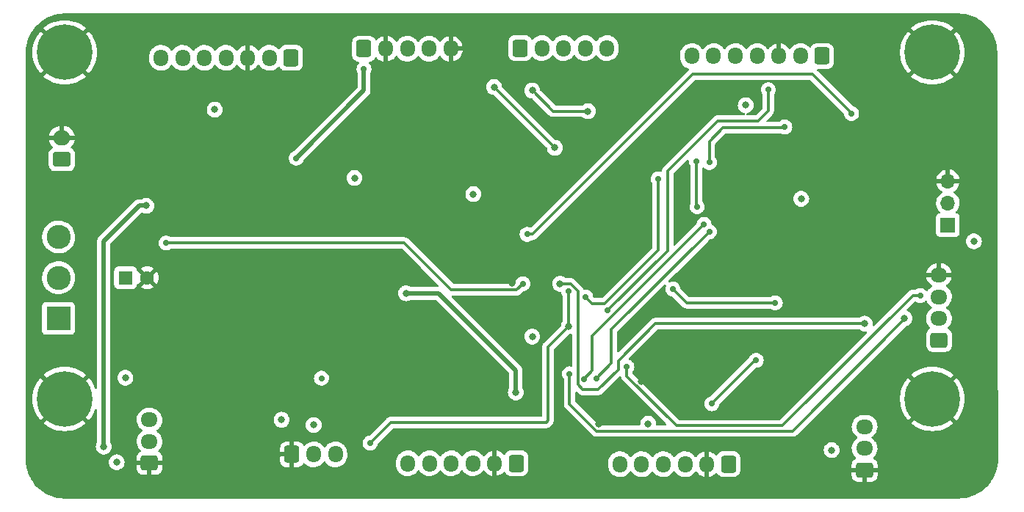
<source format=gbr>
%TF.GenerationSoftware,KiCad,Pcbnew,(6.0.7)*%
%TF.CreationDate,2022-10-27T14:16:22+02:00*%
%TF.ProjectId,Projet,50726f6a-6574-42e6-9b69-6361645f7063,1.0*%
%TF.SameCoordinates,Original*%
%TF.FileFunction,Copper,L4,Bot*%
%TF.FilePolarity,Positive*%
%FSLAX46Y46*%
G04 Gerber Fmt 4.6, Leading zero omitted, Abs format (unit mm)*
G04 Created by KiCad (PCBNEW (6.0.7)) date 2022-10-27 14:16:22*
%MOMM*%
%LPD*%
G01*
G04 APERTURE LIST*
G04 Aperture macros list*
%AMRoundRect*
0 Rectangle with rounded corners*
0 $1 Rounding radius*
0 $2 $3 $4 $5 $6 $7 $8 $9 X,Y pos of 4 corners*
0 Add a 4 corners polygon primitive as box body*
4,1,4,$2,$3,$4,$5,$6,$7,$8,$9,$2,$3,0*
0 Add four circle primitives for the rounded corners*
1,1,$1+$1,$2,$3*
1,1,$1+$1,$4,$5*
1,1,$1+$1,$6,$7*
1,1,$1+$1,$8,$9*
0 Add four rect primitives between the rounded corners*
20,1,$1+$1,$2,$3,$4,$5,0*
20,1,$1+$1,$4,$5,$6,$7,0*
20,1,$1+$1,$6,$7,$8,$9,0*
20,1,$1+$1,$8,$9,$2,$3,0*%
G04 Aperture macros list end*
%TA.AperFunction,ComponentPad*%
%ADD10O,1.950000X1.700000*%
%TD*%
%TA.AperFunction,ComponentPad*%
%ADD11RoundRect,0.250000X0.725000X-0.600000X0.725000X0.600000X-0.725000X0.600000X-0.725000X-0.600000X0*%
%TD*%
%TA.AperFunction,ComponentPad*%
%ADD12R,2.775000X2.775000*%
%TD*%
%TA.AperFunction,ComponentPad*%
%ADD13C,2.775000*%
%TD*%
%TA.AperFunction,ComponentPad*%
%ADD14RoundRect,0.250000X0.600000X0.725000X-0.600000X0.725000X-0.600000X-0.725000X0.600000X-0.725000X0*%
%TD*%
%TA.AperFunction,ComponentPad*%
%ADD15O,1.700000X1.950000*%
%TD*%
%TA.AperFunction,ComponentPad*%
%ADD16C,0.800000*%
%TD*%
%TA.AperFunction,ComponentPad*%
%ADD17C,6.400000*%
%TD*%
%TA.AperFunction,ComponentPad*%
%ADD18RoundRect,0.250000X-0.600000X-0.725000X0.600000X-0.725000X0.600000X0.725000X-0.600000X0.725000X0*%
%TD*%
%TA.AperFunction,ComponentPad*%
%ADD19R,1.700000X1.700000*%
%TD*%
%TA.AperFunction,ComponentPad*%
%ADD20O,1.700000X1.700000*%
%TD*%
%TA.AperFunction,ComponentPad*%
%ADD21RoundRect,0.250000X0.750000X-0.600000X0.750000X0.600000X-0.750000X0.600000X-0.750000X-0.600000X0*%
%TD*%
%TA.AperFunction,ComponentPad*%
%ADD22O,2.000000X1.700000*%
%TD*%
%TA.AperFunction,ComponentPad*%
%ADD23C,1.600000*%
%TD*%
%TA.AperFunction,ComponentPad*%
%ADD24R,1.600000X1.600000*%
%TD*%
%TA.AperFunction,ViaPad*%
%ADD25C,0.800000*%
%TD*%
%TA.AperFunction,ViaPad*%
%ADD26C,0.700000*%
%TD*%
%TA.AperFunction,Conductor*%
%ADD27C,0.300000*%
%TD*%
%TA.AperFunction,Conductor*%
%ADD28C,0.500000*%
%TD*%
%TA.AperFunction,Conductor*%
%ADD29C,0.250000*%
%TD*%
G04 APERTURE END LIST*
D10*
%TO.P,J601,4,Pin_4*%
%TO.N,GND*%
X200775000Y-125700000D03*
%TO.P,J601,3,Pin_3*%
%TO.N,/Communication/ESP_TX_JP*%
X200775000Y-128200000D03*
%TO.P,J601,2,Pin_2*%
%TO.N,/Communication/ESP_RX_JP*%
X200775000Y-130700000D03*
D11*
%TO.P,J601,1,Pin_1*%
%TO.N,+5V*%
X200775000Y-133200000D03*
%TD*%
D12*
%TO.P,S501,1*%
%TO.N,Net-(R501-Pad2)*%
X99300000Y-130700000D03*
D13*
%TO.P,S501,2*%
%TO.N,V+_batterie*%
X99300000Y-126000000D03*
%TO.P,S501,3*%
%TO.N,Net-(J501-Pad1)*%
X99300000Y-121300000D03*
%TD*%
D14*
%TO.P,J302,1,Pin_1*%
%TO.N,M1-*%
X176500000Y-147525000D03*
D15*
%TO.P,J302,2,Pin_2*%
%TO.N,GND*%
X174000000Y-147525000D03*
%TO.P,J302,3,Pin_3*%
%TO.N,/Driver_Motor_SERVO/ENC_1_A*%
X171500000Y-147525000D03*
%TO.P,J302,4,Pin_4*%
%TO.N,/Driver_Motor_SERVO/ENC_1_B*%
X169000000Y-147525000D03*
%TO.P,J302,5,Pin_5*%
%TO.N,+5V*%
X166500000Y-147525000D03*
%TO.P,J302,6,Pin_6*%
%TO.N,M1+*%
X164000000Y-147525000D03*
%TD*%
D14*
%TO.P,J301,1,Pin_1*%
%TO.N,M2-*%
X152050000Y-147425000D03*
D15*
%TO.P,J301,2,Pin_2*%
%TO.N,GND*%
X149550000Y-147425000D03*
%TO.P,J301,3,Pin_3*%
%TO.N,/Driver_Motor_SERVO/ENC_2_A*%
X147050000Y-147425000D03*
%TO.P,J301,4,Pin_4*%
%TO.N,/Driver_Motor_SERVO/ENC_2_B*%
X144550000Y-147425000D03*
%TO.P,J301,5,Pin_5*%
%TO.N,+5V*%
X142050000Y-147425000D03*
%TO.P,J301,6,Pin_6*%
%TO.N,M2+*%
X139550000Y-147425000D03*
%TD*%
D11*
%TO.P,J401,1,Pin_1*%
%TO.N,GND*%
X192200000Y-148200000D03*
D10*
%TO.P,J401,2,Pin_2*%
%TO.N,+5V*%
X192200000Y-145700000D03*
%TO.P,J401,3,Pin_3*%
%TO.N,/STM32F070RB/OPTQ2*%
X192200000Y-143200000D03*
%TD*%
D16*
%TO.P,H103,1,1*%
%TO.N,GND*%
X200000000Y-137600000D03*
X198302944Y-138302944D03*
X201697056Y-141697056D03*
D17*
X200000000Y-140000000D03*
D16*
X198302944Y-141697056D03*
X201697056Y-138302944D03*
X197600000Y-140000000D03*
X200000000Y-142400000D03*
X202400000Y-140000000D03*
%TD*%
D11*
%TO.P,J404,1,Pin_1*%
%TO.N,GND*%
X109775000Y-147400000D03*
D10*
%TO.P,J404,2,Pin_2*%
%TO.N,+5V*%
X109775000Y-144900000D03*
%TO.P,J404,3,Pin_3*%
%TO.N,/STM32F070RB/OPTQ1*%
X109775000Y-142400000D03*
%TD*%
D18*
%TO.P,J303,1,Pin_1*%
%TO.N,GND*%
X126200000Y-146400000D03*
D15*
%TO.P,J303,2,Pin_2*%
%TO.N,V+_batterie*%
X128700000Y-146400000D03*
%TO.P,J303,3,Pin_3*%
%TO.N,/Driver_Motor_SERVO/SERV_DATA*%
X131200000Y-146400000D03*
%TD*%
D19*
%TO.P,J502,1,Pin_1*%
%TO.N,+5V*%
X201800000Y-119925000D03*
D20*
%TO.P,J502,2,Pin_2*%
%TO.N,+3.3V*%
X201800000Y-117385000D03*
%TO.P,J502,3,Pin_3*%
%TO.N,GND*%
X201800000Y-114845000D03*
%TD*%
D16*
%TO.P,H104,1,1*%
%TO.N,GND*%
X197600000Y-100000000D03*
X198302944Y-98302944D03*
X198302944Y-101697056D03*
X202400000Y-100000000D03*
X201697056Y-98302944D03*
X200000000Y-97600000D03*
D17*
X200000000Y-100000000D03*
D16*
X201697056Y-101697056D03*
X200000000Y-102400000D03*
%TD*%
D21*
%TO.P,J501,1,Pin_1*%
%TO.N,Net-(J501-Pad1)*%
X99675000Y-112350000D03*
D22*
%TO.P,J501,2,Pin_2*%
%TO.N,GND*%
X99675000Y-109850000D03*
%TD*%
D16*
%TO.P,H102,1,1*%
%TO.N,GND*%
X100000000Y-137600000D03*
X98302944Y-141697056D03*
X100000000Y-142400000D03*
X102400000Y-140000000D03*
X97600000Y-140000000D03*
X101697056Y-141697056D03*
X98302944Y-138302944D03*
D17*
X100000000Y-140000000D03*
D16*
X101697056Y-138302944D03*
%TD*%
D14*
%TO.P,J406,1,Pin_1*%
%TO.N,unconnected-(J406-Pad1)*%
X126100000Y-100625000D03*
D15*
%TO.P,J406,2,Pin_2*%
%TO.N,+3.3V*%
X123600000Y-100625000D03*
%TO.P,J406,3,Pin_3*%
%TO.N,GND*%
X121100000Y-100625000D03*
%TO.P,J406,4,Pin_4*%
%TO.N,/STM32F070RB/TOF1_SDA*%
X118600000Y-100625000D03*
%TO.P,J406,5,Pin_5*%
%TO.N,/STM32F070RB/TOF1_SCL*%
X116100000Y-100625000D03*
%TO.P,J406,6,Pin_6*%
%TO.N,/STM32F070RB/TOF1_XSHUT*%
X113600000Y-100625000D03*
%TO.P,J406,7,Pin_7*%
%TO.N,/STM32F070RB/TOF1_GPIO1*%
X111100000Y-100625000D03*
%TD*%
D14*
%TO.P,J405,1,Pin_1*%
%TO.N,unconnected-(J405-Pad1)*%
X187300000Y-100425000D03*
D15*
%TO.P,J405,2,Pin_2*%
%TO.N,+3.3V*%
X184800000Y-100425000D03*
%TO.P,J405,3,Pin_3*%
%TO.N,GND*%
X182300000Y-100425000D03*
%TO.P,J405,4,Pin_4*%
%TO.N,/STM32F070RB/TOF2_SDA*%
X179800000Y-100425000D03*
%TO.P,J405,5,Pin_5*%
%TO.N,/STM32F070RB/TOF2_SCL*%
X177300000Y-100425000D03*
%TO.P,J405,6,Pin_6*%
%TO.N,/STM32F070RB/TOF2_XSHUT*%
X174800000Y-100425000D03*
%TO.P,J405,7,Pin_7*%
%TO.N,/STM32F070RB/TOF2_GPIO1*%
X172300000Y-100425000D03*
%TD*%
D23*
%TO.P,C301,2*%
%TO.N,GND*%
X109517621Y-126000000D03*
D24*
%TO.P,C301,1*%
%TO.N,V+_batterie*%
X107017621Y-126000000D03*
%TD*%
D18*
%TO.P,J403,1,Pin_1*%
%TO.N,/STM32F070RB/CLR_OUT*%
X152500000Y-99500000D03*
D15*
%TO.P,J403,2,Pin_2*%
%TO.N,/STM32F070RB/CLR_S3*%
X155000000Y-99500000D03*
%TO.P,J403,3,Pin_3*%
%TO.N,/STM32F070RB/CLR_S2*%
X157500000Y-99500000D03*
%TO.P,J403,4,Pin_4*%
%TO.N,/STM32F070RB/CLR_S1*%
X160000000Y-99500000D03*
%TO.P,J403,5,Pin_5*%
%TO.N,/STM32F070RB/CLR_S0*%
X162500000Y-99500000D03*
%TD*%
D18*
%TO.P,J402,1,Pin_1*%
%TO.N,+5V*%
X134500000Y-99575000D03*
D15*
%TO.P,J402,2,Pin_2*%
%TO.N,GND*%
X137000000Y-99575000D03*
%TO.P,J402,3,Pin_3*%
%TO.N,/STM32F070RB/CLR_OE*%
X139500000Y-99575000D03*
%TO.P,J402,4,Pin_4*%
%TO.N,/STM32F070RB/CLR_LED*%
X142000000Y-99575000D03*
%TO.P,J402,5,Pin_5*%
%TO.N,GND*%
X144500000Y-99575000D03*
%TD*%
D16*
%TO.P,H101,1,1*%
%TO.N,GND*%
X97600000Y-100000000D03*
X101697056Y-98302944D03*
X98302944Y-101697056D03*
X98302944Y-98302944D03*
X101697056Y-101697056D03*
D17*
X100000000Y-100000000D03*
D16*
X100000000Y-97600000D03*
X102400000Y-100000000D03*
X100000000Y-102400000D03*
%TD*%
D25*
%TO.N,GND*%
X166479977Y-138020023D03*
D26*
%TO.N,/STM32F070RB/NRST_sw*%
X190700000Y-107050000D03*
D25*
%TO.N,+3.3V*%
X153900000Y-132800000D03*
%TO.N,/Driver_Motor_SERVO/SERV_DATA*%
X158100000Y-131600000D03*
%TO.N,/Communication/ESP_RX_JP*%
X196800000Y-130700000D03*
%TO.N,+5V*%
X204800000Y-121800000D03*
%TO.N,GND*%
X173650000Y-139550000D03*
%TO.N,V+_batterie*%
X167250000Y-142850000D03*
%TO.N,GND*%
X161554977Y-142895023D03*
X147087500Y-118062500D03*
%TO.N,/Driver_Motor_SERVO/M2-_JP*%
X152000000Y-139249500D03*
%TO.N,GND*%
X151600000Y-126600000D03*
%TO.N,+3.3V*%
X147100000Y-116350000D03*
%TO.N,GND*%
X111600000Y-126000000D03*
%TO.N,+5V*%
X109400000Y-117700000D03*
%TO.N,GND*%
X144500000Y-101400000D03*
X190600000Y-111600000D03*
X136600000Y-129700000D03*
D26*
X119300000Y-114500000D03*
D25*
%TO.N,+3.3V*%
X133400000Y-114500000D03*
%TO.N,+5V*%
X106000000Y-147300000D03*
%TO.N,/STM32F070RB/CLR_LED*%
X156500000Y-111000000D03*
X149500000Y-104000000D03*
D26*
%TO.N,STLINK_NRST*%
X174300000Y-112700000D03*
X183000000Y-108600000D03*
D25*
%TO.N,V+_batterie*%
X125000000Y-142400000D03*
X128700000Y-143000000D03*
X107000000Y-137550000D03*
D26*
X129600000Y-137600000D03*
%TO.N,/Driver_Motor_SERVO/ENC_2_A*%
X174300000Y-120700000D03*
X161300000Y-137600000D03*
%TO.N,/Driver_Motor_SERVO/ENC_2_B*%
X173700000Y-119850500D03*
X159850000Y-137700000D03*
%TO.N,/Driver_Motor_SERVO/ENC_1_B*%
X179700000Y-135550000D03*
X174600000Y-140550000D03*
%TO.N,/Driver_Motor_SERVO/SERV_DATA*%
X158100000Y-127600000D03*
X135200000Y-145100000D03*
D25*
%TO.N,/STM32F070RB/OPTQ2*%
X157100000Y-126700000D03*
X192200000Y-131300000D03*
%TO.N,/STM32F070RB/CLR_OUT*%
X153900000Y-104400000D03*
X160299500Y-106796422D03*
D26*
%TO.N,/STM32F070RB/TOF2_SDA*%
X162600000Y-129800500D03*
X181100000Y-104300000D03*
%TO.N,/STM32F070RB/TOF2_SCL*%
X160055103Y-128244847D03*
X168400000Y-114600000D03*
%TO.N,STLINK_RX*%
X172900000Y-117800000D03*
X172800000Y-112600000D03*
%TO.N,/Alimentation/BAT_STATE*%
X111700000Y-122000000D03*
X152800000Y-126700000D03*
D25*
%TO.N,+3.3V*%
X117300000Y-106600000D03*
X184900000Y-116900000D03*
X178500000Y-106100000D03*
D26*
%TO.N,GND*%
X173300000Y-127300000D03*
X142300000Y-136900000D03*
%TO.N,+5V*%
X126700000Y-112200000D03*
D25*
X188400000Y-145900000D03*
D26*
X134500000Y-101900000D03*
D25*
X104500000Y-145500000D03*
%TO.N,/Driver_Motor_SERVO/M2-_JP*%
X139350000Y-127800000D03*
D26*
%TO.N,/Driver_Motor_SERVO/M1-_JP*%
X170100000Y-127300000D03*
X181900000Y-128900000D03*
%TO.N,/STM32F070RB/NRST_sw*%
X153300000Y-121000000D03*
%TO.N,/Communication/ESP_RX_JP*%
X158200000Y-137100500D03*
%TO.N,/Communication/ESP_TX_JP*%
X198600000Y-128050000D03*
X164800000Y-136300000D03*
%TD*%
D27*
%TO.N,/STM32F070RB/OPTQ2*%
X158300000Y-126700000D02*
X157100000Y-126700000D01*
X159150500Y-127550500D02*
X158300000Y-126700000D01*
X159150500Y-138350500D02*
X159150500Y-127550500D01*
X159700000Y-138900000D02*
X159150500Y-138350500D01*
X163800000Y-136600000D02*
X161500000Y-138900000D01*
X161500000Y-138900000D02*
X159700000Y-138900000D01*
X163800000Y-135600000D02*
X163800000Y-136600000D01*
X192200000Y-131300000D02*
X168100000Y-131300000D01*
X168100000Y-131300000D02*
X163800000Y-135600000D01*
%TO.N,/STM32F070RB/NRST_sw*%
X153900000Y-121000000D02*
X153300000Y-121000000D01*
X190700000Y-107000000D02*
X186200000Y-102500000D01*
X186200000Y-102500000D02*
X172400000Y-102500000D01*
X190700000Y-107050000D02*
X190700000Y-107000000D01*
X172400000Y-102500000D02*
X153900000Y-121000000D01*
%TO.N,/Driver_Motor_SERVO/SERV_DATA*%
X137600000Y-142700000D02*
X135200000Y-145100000D01*
X155700000Y-142500000D02*
X155500000Y-142700000D01*
X155700000Y-134000000D02*
X155700000Y-142500000D01*
X158100000Y-131600000D02*
X155700000Y-134000000D01*
X155500000Y-142700000D02*
X137600000Y-142700000D01*
X158100000Y-131600000D02*
X158100000Y-127600000D01*
%TO.N,/Communication/ESP_RX_JP*%
X158200000Y-140600000D02*
X158200000Y-137100500D01*
X161300000Y-143700000D02*
X158200000Y-140600000D01*
X196800000Y-130800000D02*
X183900000Y-143700000D01*
X196800000Y-130700000D02*
X196800000Y-130800000D01*
X183900000Y-143700000D02*
X161300000Y-143700000D01*
%TO.N,/Communication/ESP_TX_JP*%
X164800000Y-137400000D02*
X164800000Y-136300000D01*
X182700000Y-143100000D02*
X170500000Y-143100000D01*
X197750000Y-128050000D02*
X182700000Y-143100000D01*
X170500000Y-143100000D02*
X164800000Y-137400000D01*
X198600000Y-128050000D02*
X197750000Y-128050000D01*
%TO.N,/Driver_Motor_SERVO/ENC_1_B*%
X174600000Y-140550000D02*
X174600000Y-140500000D01*
X174600000Y-140500000D02*
X179550000Y-135550000D01*
X179550000Y-135550000D02*
X179700000Y-135550000D01*
D28*
%TO.N,/Driver_Motor_SERVO/M2-_JP*%
X152000000Y-136700000D02*
X152000000Y-139249500D01*
X143100000Y-127800000D02*
X152000000Y-136700000D01*
X139350000Y-127800000D02*
X143100000Y-127800000D01*
D27*
%TO.N,/Alimentation/BAT_STATE*%
X152100000Y-127400000D02*
X152800000Y-126700000D01*
X144550000Y-127400000D02*
X152100000Y-127400000D01*
X139150000Y-122000000D02*
X144550000Y-127400000D01*
X111700000Y-122000000D02*
X139150000Y-122000000D01*
D28*
%TO.N,+5V*%
X108600000Y-117700000D02*
X109400000Y-117700000D01*
X104500000Y-121800000D02*
X108600000Y-117700000D01*
X104500000Y-145500000D02*
X104500000Y-121800000D01*
X134500000Y-104400000D02*
X126700000Y-112200000D01*
X134500000Y-101900000D02*
X134500000Y-104400000D01*
D29*
%TO.N,/STM32F070RB/CLR_LED*%
X156500000Y-111000000D02*
X149500000Y-104000000D01*
D27*
%TO.N,/STM32F070RB/TOF2_SDA*%
X162600000Y-129800000D02*
X162600000Y-129800500D01*
X169500000Y-122900000D02*
X162600000Y-129800000D01*
X175300000Y-107900000D02*
X169500000Y-113700000D01*
X179900000Y-107900000D02*
X175300000Y-107900000D01*
X181100000Y-106700000D02*
X179900000Y-107900000D01*
X169500000Y-113700000D02*
X169500000Y-122900000D01*
X181100000Y-104300000D02*
X181100000Y-106700000D01*
%TO.N,STLINK_NRST*%
X182900000Y-108700000D02*
X175900000Y-108700000D01*
X183000000Y-108600000D02*
X182900000Y-108700000D01*
X174300000Y-110300000D02*
X174300000Y-112700000D01*
X175900000Y-108700000D02*
X174300000Y-110300000D01*
%TO.N,/STM32F070RB/CLR_OUT*%
X156296422Y-106796422D02*
X160299500Y-106796422D01*
X153900000Y-104400000D02*
X156296422Y-106796422D01*
%TO.N,/Driver_Motor_SERVO/ENC_2_A*%
X163000000Y-132000000D02*
X174300000Y-120700000D01*
X163000000Y-135900000D02*
X163000000Y-132000000D01*
X161300000Y-137600000D02*
X163000000Y-135900000D01*
%TO.N,/Driver_Motor_SERVO/ENC_2_B*%
X159850000Y-137700000D02*
X160800000Y-136750000D01*
X160800000Y-132750500D02*
X173700000Y-119850500D01*
X160800000Y-136750000D02*
X160800000Y-132750500D01*
%TO.N,/STM32F070RB/TOF2_SCL*%
X168400000Y-122800000D02*
X168400000Y-114600000D01*
X162200000Y-129000000D02*
X168400000Y-122800000D01*
X160055103Y-128244847D02*
X160810256Y-129000000D01*
X160810256Y-129000000D02*
X162200000Y-129000000D01*
%TO.N,STLINK_RX*%
X172900000Y-117800000D02*
X172800000Y-117700000D01*
X172800000Y-117700000D02*
X172800000Y-112600000D01*
%TO.N,/Driver_Motor_SERVO/M1-_JP*%
X181900000Y-128900000D02*
X171700000Y-128900000D01*
X171700000Y-128900000D02*
X170100000Y-127300000D01*
%TD*%
%TA.AperFunction,Conductor*%
%TO.N,GND*%
G36*
X202970018Y-95510000D02*
G01*
X202984851Y-95512310D01*
X202984855Y-95512310D01*
X202993724Y-95513691D01*
X203014183Y-95511016D01*
X203036007Y-95510072D01*
X203385965Y-95525352D01*
X203396913Y-95526310D01*
X203774498Y-95576019D01*
X203785307Y-95577926D01*
X204157114Y-95660353D01*
X204167731Y-95663198D01*
X204530939Y-95777718D01*
X204541254Y-95781471D01*
X204893123Y-95927220D01*
X204903067Y-95931858D01*
X205240867Y-96107705D01*
X205250387Y-96113201D01*
X205571574Y-96317820D01*
X205580578Y-96324124D01*
X205882716Y-96555962D01*
X205891137Y-96563028D01*
X206171914Y-96820314D01*
X206179686Y-96828086D01*
X206436972Y-97108863D01*
X206444038Y-97117284D01*
X206675876Y-97419422D01*
X206682180Y-97428426D01*
X206886799Y-97749613D01*
X206892294Y-97759132D01*
X207068048Y-98096751D01*
X207068138Y-98096924D01*
X207072780Y-98106877D01*
X207215843Y-98452262D01*
X207218526Y-98458739D01*
X207222282Y-98469061D01*
X207317931Y-98772417D01*
X207336802Y-98832268D01*
X207339647Y-98842885D01*
X207421546Y-99212306D01*
X207422073Y-99214685D01*
X207423981Y-99225502D01*
X207463773Y-99527755D01*
X207473690Y-99603086D01*
X207474648Y-99614035D01*
X207488581Y-99933135D01*
X207489603Y-99956552D01*
X207488223Y-99981429D01*
X207486309Y-99993724D01*
X207487473Y-100002625D01*
X207487473Y-100002629D01*
X207490525Y-100025964D01*
X207491589Y-100042033D01*
X207557806Y-131103794D01*
X207591317Y-146823624D01*
X207591375Y-146851040D01*
X207589874Y-146870696D01*
X207587671Y-146884846D01*
X207586289Y-146893724D01*
X207588964Y-146914183D01*
X207589908Y-146936008D01*
X207576543Y-147242110D01*
X207574248Y-147294678D01*
X207573290Y-147305627D01*
X207523191Y-147686172D01*
X207522443Y-147691851D01*
X207520536Y-147702664D01*
X207436220Y-148082991D01*
X207433375Y-148093607D01*
X207316456Y-148464431D01*
X207316236Y-148465128D01*
X207312480Y-148475449D01*
X207171907Y-148814823D01*
X207163397Y-148835367D01*
X207158755Y-148845320D01*
X207072040Y-149011898D01*
X206978880Y-149190857D01*
X206973384Y-149200377D01*
X206764079Y-149528920D01*
X206757775Y-149537924D01*
X206520623Y-149846987D01*
X206513559Y-149855404D01*
X206480817Y-149891137D01*
X206250384Y-150142611D01*
X206242615Y-150150380D01*
X206210633Y-150179686D01*
X205955407Y-150413557D01*
X205946990Y-150420620D01*
X205920836Y-150440689D01*
X205637924Y-150657775D01*
X205628920Y-150664079D01*
X205300377Y-150873384D01*
X205290858Y-150878879D01*
X204945320Y-151058755D01*
X204935376Y-151063393D01*
X204575449Y-151212480D01*
X204565136Y-151216233D01*
X204193608Y-151333375D01*
X204182997Y-151336218D01*
X203802664Y-151420536D01*
X203791859Y-151422442D01*
X203405628Y-151473290D01*
X203394679Y-151474248D01*
X203043446Y-151489583D01*
X203018571Y-151488203D01*
X203006276Y-151486289D01*
X202997374Y-151487453D01*
X202997371Y-151487453D01*
X202974563Y-151490436D01*
X202958226Y-151491500D01*
X100049367Y-151491500D01*
X100029982Y-151490000D01*
X100015149Y-151487690D01*
X100015145Y-151487690D01*
X100006276Y-151486309D01*
X99985817Y-151488984D01*
X99963993Y-151489928D01*
X99614035Y-151474648D01*
X99603086Y-151473690D01*
X99600048Y-151473290D01*
X99225502Y-151423981D01*
X99214693Y-151422074D01*
X98842885Y-151339647D01*
X98832268Y-151336802D01*
X98821399Y-151333375D01*
X98469061Y-151222282D01*
X98458746Y-151218529D01*
X98106877Y-151072780D01*
X98096933Y-151068142D01*
X97759132Y-150892294D01*
X97749613Y-150886799D01*
X97428426Y-150682180D01*
X97419422Y-150675876D01*
X97117284Y-150444038D01*
X97108863Y-150436972D01*
X96828086Y-150179686D01*
X96820314Y-150171914D01*
X96563028Y-149891137D01*
X96555962Y-149882716D01*
X96324124Y-149580578D01*
X96317820Y-149571574D01*
X96113201Y-149250387D01*
X96107705Y-149240867D01*
X96084213Y-149195740D01*
X95931858Y-148903067D01*
X95927216Y-148893114D01*
X95923384Y-148883861D01*
X95781471Y-148541254D01*
X95777715Y-148530932D01*
X95769121Y-148503673D01*
X95663198Y-148167731D01*
X95660353Y-148157114D01*
X95626669Y-148005175D01*
X95577926Y-147785307D01*
X95576018Y-147774490D01*
X95576008Y-147774409D01*
X95526310Y-147396913D01*
X95525352Y-147385964D01*
X95521598Y-147300000D01*
X105086496Y-147300000D01*
X105106458Y-147489928D01*
X105165473Y-147671556D01*
X105168776Y-147677278D01*
X105168777Y-147677279D01*
X105177190Y-147691851D01*
X105260960Y-147836944D01*
X105265378Y-147841851D01*
X105265379Y-147841852D01*
X105346956Y-147932452D01*
X105388747Y-147978866D01*
X105543248Y-148091118D01*
X105549276Y-148093802D01*
X105549278Y-148093803D01*
X105703544Y-148162486D01*
X105717712Y-148168794D01*
X105794355Y-148185085D01*
X105898056Y-148207128D01*
X105898061Y-148207128D01*
X105904513Y-148208500D01*
X106095487Y-148208500D01*
X106101939Y-148207128D01*
X106101944Y-148207128D01*
X106205645Y-148185085D01*
X106282288Y-148168794D01*
X106296456Y-148162486D01*
X106450722Y-148093803D01*
X106450724Y-148093802D01*
X106456752Y-148091118D01*
X106517344Y-148047095D01*
X108292001Y-148047095D01*
X108292338Y-148053614D01*
X108302257Y-148149206D01*
X108305149Y-148162600D01*
X108356588Y-148316784D01*
X108362761Y-148329962D01*
X108448063Y-148467807D01*
X108457099Y-148479208D01*
X108571829Y-148593739D01*
X108583240Y-148602751D01*
X108721243Y-148687816D01*
X108734424Y-148693963D01*
X108888710Y-148745138D01*
X108902086Y-148748005D01*
X108996438Y-148757672D01*
X109002854Y-148758000D01*
X109502885Y-148758000D01*
X109518124Y-148753525D01*
X109519329Y-148752135D01*
X109521000Y-148744452D01*
X109521000Y-148739884D01*
X110029000Y-148739884D01*
X110033475Y-148755123D01*
X110034865Y-148756328D01*
X110042548Y-148757999D01*
X110547095Y-148757999D01*
X110553614Y-148757662D01*
X110649206Y-148747743D01*
X110662600Y-148744851D01*
X110816784Y-148693412D01*
X110829962Y-148687239D01*
X110967807Y-148601937D01*
X110979208Y-148592901D01*
X111093739Y-148478171D01*
X111102751Y-148466760D01*
X111187816Y-148328757D01*
X111193963Y-148315576D01*
X111245138Y-148161290D01*
X111248005Y-148147914D01*
X111257672Y-148053562D01*
X111258000Y-148047146D01*
X111258000Y-147672115D01*
X111253525Y-147656876D01*
X111252135Y-147655671D01*
X111244452Y-147654000D01*
X110047115Y-147654000D01*
X110031876Y-147658475D01*
X110030671Y-147659865D01*
X110029000Y-147667548D01*
X110029000Y-148739884D01*
X109521000Y-148739884D01*
X109521000Y-147672115D01*
X109516525Y-147656876D01*
X109515135Y-147655671D01*
X109507452Y-147654000D01*
X108310116Y-147654000D01*
X108294877Y-147658475D01*
X108293672Y-147659865D01*
X108292001Y-147667548D01*
X108292001Y-148047095D01*
X106517344Y-148047095D01*
X106611253Y-147978866D01*
X106653044Y-147932452D01*
X106734621Y-147841852D01*
X106734622Y-147841851D01*
X106739040Y-147836944D01*
X106822810Y-147691851D01*
X106831223Y-147677279D01*
X106831224Y-147677278D01*
X106834527Y-147671556D01*
X106893542Y-147489928D01*
X106913504Y-147300000D01*
X106900061Y-147172095D01*
X124842001Y-147172095D01*
X124842338Y-147178614D01*
X124852257Y-147274206D01*
X124855149Y-147287600D01*
X124906588Y-147441784D01*
X124912761Y-147454962D01*
X124998063Y-147592807D01*
X125007099Y-147604208D01*
X125121829Y-147718739D01*
X125133240Y-147727751D01*
X125271243Y-147812816D01*
X125284424Y-147818963D01*
X125438710Y-147870138D01*
X125452086Y-147873005D01*
X125546438Y-147882672D01*
X125552854Y-147883000D01*
X125927885Y-147883000D01*
X125943124Y-147878525D01*
X125944329Y-147877135D01*
X125946000Y-147869452D01*
X125946000Y-147864884D01*
X126454000Y-147864884D01*
X126458475Y-147880123D01*
X126459865Y-147881328D01*
X126467548Y-147882999D01*
X126847095Y-147882999D01*
X126853614Y-147882662D01*
X126949206Y-147872743D01*
X126962600Y-147869851D01*
X127116784Y-147818412D01*
X127129962Y-147812239D01*
X127267807Y-147726937D01*
X127279208Y-147717901D01*
X127393739Y-147603171D01*
X127402753Y-147591757D01*
X127488723Y-147452287D01*
X127541495Y-147404793D01*
X127611566Y-147393369D01*
X127676690Y-147421643D01*
X127687149Y-147431426D01*
X127796576Y-147546135D01*
X127981542Y-147683754D01*
X127986293Y-147686170D01*
X127986297Y-147686172D01*
X128023782Y-147705230D01*
X128187051Y-147788240D01*
X128192145Y-147789822D01*
X128192148Y-147789823D01*
X128392020Y-147851885D01*
X128407227Y-147856607D01*
X128412516Y-147857308D01*
X128630489Y-147886198D01*
X128630494Y-147886198D01*
X128635774Y-147886898D01*
X128641103Y-147886698D01*
X128641105Y-147886698D01*
X128750966Y-147882573D01*
X128866158Y-147878249D01*
X128871468Y-147877135D01*
X129039627Y-147841852D01*
X129091791Y-147830907D01*
X129096750Y-147828949D01*
X129096752Y-147828948D01*
X129301256Y-147748185D01*
X129301258Y-147748184D01*
X129306221Y-147746224D01*
X129369394Y-147707890D01*
X129498757Y-147629390D01*
X129498756Y-147629390D01*
X129503317Y-147626623D01*
X129588329Y-147552854D01*
X129673412Y-147479023D01*
X129673414Y-147479021D01*
X129677445Y-147475523D01*
X129735440Y-147404793D01*
X129820240Y-147301373D01*
X129820244Y-147301367D01*
X129823624Y-147297245D01*
X129841552Y-147265750D01*
X129892632Y-147216445D01*
X129962262Y-147202583D01*
X130028333Y-147228566D01*
X130055573Y-147257716D01*
X130137441Y-147379319D01*
X130141120Y-147383176D01*
X130141122Y-147383178D01*
X130192848Y-147437400D01*
X130296576Y-147546135D01*
X130481542Y-147683754D01*
X130486293Y-147686170D01*
X130486297Y-147686172D01*
X130523782Y-147705230D01*
X130687051Y-147788240D01*
X130692145Y-147789822D01*
X130692148Y-147789823D01*
X130892020Y-147851885D01*
X130907227Y-147856607D01*
X130912516Y-147857308D01*
X131130489Y-147886198D01*
X131130494Y-147886198D01*
X131135774Y-147886898D01*
X131141103Y-147886698D01*
X131141105Y-147886698D01*
X131250966Y-147882573D01*
X131366158Y-147878249D01*
X131371468Y-147877135D01*
X131539627Y-147841852D01*
X131591791Y-147830907D01*
X131596750Y-147828949D01*
X131596752Y-147828948D01*
X131801256Y-147748185D01*
X131801258Y-147748184D01*
X131806221Y-147746224D01*
X131869394Y-147707890D01*
X131998757Y-147629390D01*
X131998756Y-147629390D01*
X132003317Y-147626623D01*
X132024905Y-147607890D01*
X138191500Y-147607890D01*
X138195426Y-147654156D01*
X138200835Y-147717901D01*
X138206080Y-147779720D01*
X138207418Y-147784875D01*
X138207419Y-147784881D01*
X138257768Y-147978866D01*
X138263999Y-148002872D01*
X138358688Y-148213075D01*
X138487441Y-148404319D01*
X138491120Y-148408176D01*
X138491122Y-148408178D01*
X138547007Y-148466760D01*
X138646576Y-148571135D01*
X138650854Y-148574318D01*
X138690779Y-148604023D01*
X138831542Y-148708754D01*
X138836293Y-148711170D01*
X138836297Y-148711172D01*
X138908228Y-148747743D01*
X139037051Y-148813240D01*
X139042145Y-148814822D01*
X139042148Y-148814823D01*
X139228661Y-148872737D01*
X139257227Y-148881607D01*
X139262516Y-148882308D01*
X139480489Y-148911198D01*
X139480494Y-148911198D01*
X139485774Y-148911898D01*
X139491103Y-148911698D01*
X139491105Y-148911698D01*
X139600966Y-148907573D01*
X139716158Y-148903249D01*
X139738802Y-148898498D01*
X139936572Y-148857002D01*
X139941791Y-148855907D01*
X139946750Y-148853949D01*
X139946752Y-148853948D01*
X140151256Y-148773185D01*
X140151258Y-148773184D01*
X140156221Y-148771224D01*
X140161525Y-148768006D01*
X140348757Y-148654390D01*
X140348756Y-148654390D01*
X140353317Y-148651623D01*
X140393134Y-148617072D01*
X140523412Y-148504023D01*
X140523414Y-148504021D01*
X140527445Y-148500523D01*
X140591629Y-148422245D01*
X140670240Y-148326373D01*
X140670244Y-148326367D01*
X140673624Y-148322245D01*
X140691552Y-148290750D01*
X140742632Y-148241445D01*
X140812262Y-148227583D01*
X140878333Y-148253566D01*
X140905573Y-148282716D01*
X140987441Y-148404319D01*
X140991120Y-148408176D01*
X140991122Y-148408178D01*
X141047007Y-148466760D01*
X141146576Y-148571135D01*
X141150854Y-148574318D01*
X141190779Y-148604023D01*
X141331542Y-148708754D01*
X141336293Y-148711170D01*
X141336297Y-148711172D01*
X141408228Y-148747743D01*
X141537051Y-148813240D01*
X141542145Y-148814822D01*
X141542148Y-148814823D01*
X141728661Y-148872737D01*
X141757227Y-148881607D01*
X141762516Y-148882308D01*
X141980489Y-148911198D01*
X141980494Y-148911198D01*
X141985774Y-148911898D01*
X141991103Y-148911698D01*
X141991105Y-148911698D01*
X142100966Y-148907573D01*
X142216158Y-148903249D01*
X142238802Y-148898498D01*
X142436572Y-148857002D01*
X142441791Y-148855907D01*
X142446750Y-148853949D01*
X142446752Y-148853948D01*
X142651256Y-148773185D01*
X142651258Y-148773184D01*
X142656221Y-148771224D01*
X142661525Y-148768006D01*
X142848757Y-148654390D01*
X142848756Y-148654390D01*
X142853317Y-148651623D01*
X142893134Y-148617072D01*
X143023412Y-148504023D01*
X143023414Y-148504021D01*
X143027445Y-148500523D01*
X143091629Y-148422245D01*
X143170240Y-148326373D01*
X143170244Y-148326367D01*
X143173624Y-148322245D01*
X143191552Y-148290750D01*
X143242632Y-148241445D01*
X143312262Y-148227583D01*
X143378333Y-148253566D01*
X143405573Y-148282716D01*
X143487441Y-148404319D01*
X143491120Y-148408176D01*
X143491122Y-148408178D01*
X143547007Y-148466760D01*
X143646576Y-148571135D01*
X143650854Y-148574318D01*
X143690779Y-148604023D01*
X143831542Y-148708754D01*
X143836293Y-148711170D01*
X143836297Y-148711172D01*
X143908228Y-148747743D01*
X144037051Y-148813240D01*
X144042145Y-148814822D01*
X144042148Y-148814823D01*
X144228661Y-148872737D01*
X144257227Y-148881607D01*
X144262516Y-148882308D01*
X144480489Y-148911198D01*
X144480494Y-148911198D01*
X144485774Y-148911898D01*
X144491103Y-148911698D01*
X144491105Y-148911698D01*
X144600966Y-148907573D01*
X144716158Y-148903249D01*
X144738802Y-148898498D01*
X144936572Y-148857002D01*
X144941791Y-148855907D01*
X144946750Y-148853949D01*
X144946752Y-148853948D01*
X145151256Y-148773185D01*
X145151258Y-148773184D01*
X145156221Y-148771224D01*
X145161525Y-148768006D01*
X145348757Y-148654390D01*
X145348756Y-148654390D01*
X145353317Y-148651623D01*
X145393134Y-148617072D01*
X145523412Y-148504023D01*
X145523414Y-148504021D01*
X145527445Y-148500523D01*
X145591629Y-148422245D01*
X145670240Y-148326373D01*
X145670244Y-148326367D01*
X145673624Y-148322245D01*
X145691552Y-148290750D01*
X145742632Y-148241445D01*
X145812262Y-148227583D01*
X145878333Y-148253566D01*
X145905573Y-148282716D01*
X145987441Y-148404319D01*
X145991120Y-148408176D01*
X145991122Y-148408178D01*
X146047007Y-148466760D01*
X146146576Y-148571135D01*
X146150854Y-148574318D01*
X146190779Y-148604023D01*
X146331542Y-148708754D01*
X146336293Y-148711170D01*
X146336297Y-148711172D01*
X146408228Y-148747743D01*
X146537051Y-148813240D01*
X146542145Y-148814822D01*
X146542148Y-148814823D01*
X146728661Y-148872737D01*
X146757227Y-148881607D01*
X146762516Y-148882308D01*
X146980489Y-148911198D01*
X146980494Y-148911198D01*
X146985774Y-148911898D01*
X146991103Y-148911698D01*
X146991105Y-148911698D01*
X147100966Y-148907573D01*
X147216158Y-148903249D01*
X147238802Y-148898498D01*
X147436572Y-148857002D01*
X147441791Y-148855907D01*
X147446750Y-148853949D01*
X147446752Y-148853948D01*
X147651256Y-148773185D01*
X147651258Y-148773184D01*
X147656221Y-148771224D01*
X147661525Y-148768006D01*
X147848757Y-148654390D01*
X147848756Y-148654390D01*
X147853317Y-148651623D01*
X147893134Y-148617072D01*
X148023412Y-148504023D01*
X148023414Y-148504021D01*
X148027445Y-148500523D01*
X148091629Y-148422245D01*
X148170240Y-148326373D01*
X148170244Y-148326367D01*
X148173624Y-148322245D01*
X148176267Y-148317602D01*
X148191829Y-148290265D01*
X148242912Y-148240959D01*
X148312542Y-148227098D01*
X148378613Y-148253082D01*
X148405851Y-148282232D01*
X148484852Y-148399578D01*
X148491519Y-148407870D01*
X148643228Y-148566900D01*
X148651186Y-148573941D01*
X148827525Y-148705141D01*
X148836562Y-148710745D01*
X149032484Y-148810357D01*
X149042335Y-148814357D01*
X149252240Y-148879534D01*
X149262624Y-148881817D01*
X149278043Y-148883861D01*
X149292207Y-148881665D01*
X149296000Y-148868478D01*
X149296000Y-148866192D01*
X149804000Y-148866192D01*
X149807973Y-148879723D01*
X149818580Y-148881248D01*
X149936421Y-148856523D01*
X149946617Y-148853463D01*
X150151029Y-148772737D01*
X150160561Y-148768006D01*
X150348462Y-148653984D01*
X150357052Y-148647720D01*
X150523052Y-148503673D01*
X150530470Y-148496044D01*
X150556391Y-148464431D01*
X150615051Y-148424436D01*
X150686021Y-148422504D01*
X150746770Y-148459248D01*
X150760969Y-148478017D01*
X150851522Y-148624348D01*
X150976697Y-148749305D01*
X150982927Y-148753145D01*
X150982928Y-148753146D01*
X151120090Y-148837694D01*
X151127262Y-148842115D01*
X151161774Y-148853562D01*
X151288611Y-148895632D01*
X151288613Y-148895632D01*
X151295139Y-148897797D01*
X151301975Y-148898497D01*
X151301978Y-148898498D01*
X151337663Y-148902154D01*
X151399600Y-148908500D01*
X152700400Y-148908500D01*
X152703646Y-148908163D01*
X152703650Y-148908163D01*
X152799308Y-148898238D01*
X152799312Y-148898237D01*
X152806166Y-148897526D01*
X152812702Y-148895345D01*
X152812704Y-148895345D01*
X152944806Y-148851272D01*
X152973946Y-148841550D01*
X153124348Y-148748478D01*
X153249305Y-148623303D01*
X153253146Y-148617072D01*
X153338275Y-148478968D01*
X153338276Y-148478966D01*
X153342115Y-148472738D01*
X153385824Y-148340959D01*
X153395632Y-148311389D01*
X153395632Y-148311387D01*
X153397797Y-148304861D01*
X153399293Y-148290265D01*
X153403102Y-148253082D01*
X153408500Y-148200400D01*
X153408500Y-147707890D01*
X162641500Y-147707890D01*
X162642421Y-147718739D01*
X162655243Y-147869851D01*
X162656080Y-147879720D01*
X162657418Y-147884875D01*
X162657419Y-147884881D01*
X162711645Y-148093803D01*
X162713999Y-148102872D01*
X162716191Y-148107738D01*
X162716192Y-148107741D01*
X162765638Y-148217508D01*
X162808688Y-148313075D01*
X162937441Y-148504319D01*
X162941120Y-148508176D01*
X162941122Y-148508178D01*
X162997140Y-148566900D01*
X163096576Y-148671135D01*
X163281542Y-148808754D01*
X163286293Y-148811170D01*
X163286297Y-148811172D01*
X163359673Y-148848478D01*
X163487051Y-148913240D01*
X163492145Y-148914822D01*
X163492148Y-148914823D01*
X163641796Y-148961290D01*
X163707227Y-148981607D01*
X163712516Y-148982308D01*
X163930489Y-149011198D01*
X163930494Y-149011198D01*
X163935774Y-149011898D01*
X163941103Y-149011698D01*
X163941105Y-149011698D01*
X164050966Y-149007574D01*
X164166158Y-149003249D01*
X164188802Y-148998498D01*
X164359892Y-148962600D01*
X164391791Y-148955907D01*
X164396750Y-148953949D01*
X164396752Y-148953948D01*
X164601256Y-148873185D01*
X164601258Y-148873184D01*
X164606221Y-148871224D01*
X164611525Y-148868006D01*
X164792810Y-148757999D01*
X164803317Y-148751623D01*
X164869765Y-148693963D01*
X164973412Y-148604023D01*
X164973414Y-148604021D01*
X164977445Y-148600523D01*
X165041417Y-148522504D01*
X165120240Y-148426373D01*
X165120244Y-148426367D01*
X165123624Y-148422245D01*
X165141552Y-148390750D01*
X165192632Y-148341445D01*
X165262262Y-148327583D01*
X165328333Y-148353566D01*
X165355573Y-148382716D01*
X165437441Y-148504319D01*
X165441120Y-148508176D01*
X165441122Y-148508178D01*
X165497140Y-148566900D01*
X165596576Y-148671135D01*
X165781542Y-148808754D01*
X165786293Y-148811170D01*
X165786297Y-148811172D01*
X165859673Y-148848478D01*
X165987051Y-148913240D01*
X165992145Y-148914822D01*
X165992148Y-148914823D01*
X166141796Y-148961290D01*
X166207227Y-148981607D01*
X166212516Y-148982308D01*
X166430489Y-149011198D01*
X166430494Y-149011198D01*
X166435774Y-149011898D01*
X166441103Y-149011698D01*
X166441105Y-149011698D01*
X166550966Y-149007574D01*
X166666158Y-149003249D01*
X166688802Y-148998498D01*
X166859892Y-148962600D01*
X166891791Y-148955907D01*
X166896750Y-148953949D01*
X166896752Y-148953948D01*
X167101256Y-148873185D01*
X167101258Y-148873184D01*
X167106221Y-148871224D01*
X167111525Y-148868006D01*
X167292810Y-148757999D01*
X167303317Y-148751623D01*
X167369765Y-148693963D01*
X167473412Y-148604023D01*
X167473414Y-148604021D01*
X167477445Y-148600523D01*
X167541417Y-148522504D01*
X167620240Y-148426373D01*
X167620244Y-148426367D01*
X167623624Y-148422245D01*
X167641552Y-148390750D01*
X167692632Y-148341445D01*
X167762262Y-148327583D01*
X167828333Y-148353566D01*
X167855573Y-148382716D01*
X167937441Y-148504319D01*
X167941120Y-148508176D01*
X167941122Y-148508178D01*
X167997140Y-148566900D01*
X168096576Y-148671135D01*
X168281542Y-148808754D01*
X168286293Y-148811170D01*
X168286297Y-148811172D01*
X168359673Y-148848478D01*
X168487051Y-148913240D01*
X168492145Y-148914822D01*
X168492148Y-148914823D01*
X168641796Y-148961290D01*
X168707227Y-148981607D01*
X168712516Y-148982308D01*
X168930489Y-149011198D01*
X168930494Y-149011198D01*
X168935774Y-149011898D01*
X168941103Y-149011698D01*
X168941105Y-149011698D01*
X169050966Y-149007574D01*
X169166158Y-149003249D01*
X169188802Y-148998498D01*
X169359892Y-148962600D01*
X169391791Y-148955907D01*
X169396750Y-148953949D01*
X169396752Y-148953948D01*
X169601256Y-148873185D01*
X169601258Y-148873184D01*
X169606221Y-148871224D01*
X169611525Y-148868006D01*
X169792810Y-148757999D01*
X169803317Y-148751623D01*
X169869765Y-148693963D01*
X169973412Y-148604023D01*
X169973414Y-148604021D01*
X169977445Y-148600523D01*
X170041417Y-148522504D01*
X170120240Y-148426373D01*
X170120244Y-148426367D01*
X170123624Y-148422245D01*
X170141552Y-148390750D01*
X170192632Y-148341445D01*
X170262262Y-148327583D01*
X170328333Y-148353566D01*
X170355573Y-148382716D01*
X170437441Y-148504319D01*
X170441120Y-148508176D01*
X170441122Y-148508178D01*
X170497140Y-148566900D01*
X170596576Y-148671135D01*
X170781542Y-148808754D01*
X170786293Y-148811170D01*
X170786297Y-148811172D01*
X170859673Y-148848478D01*
X170987051Y-148913240D01*
X170992145Y-148914822D01*
X170992148Y-148914823D01*
X171141796Y-148961290D01*
X171207227Y-148981607D01*
X171212516Y-148982308D01*
X171430489Y-149011198D01*
X171430494Y-149011198D01*
X171435774Y-149011898D01*
X171441103Y-149011698D01*
X171441105Y-149011698D01*
X171550966Y-149007574D01*
X171666158Y-149003249D01*
X171688802Y-148998498D01*
X171859892Y-148962600D01*
X171891791Y-148955907D01*
X171896750Y-148953949D01*
X171896752Y-148953948D01*
X172101256Y-148873185D01*
X172101258Y-148873184D01*
X172106221Y-148871224D01*
X172111525Y-148868006D01*
X172292810Y-148757999D01*
X172303317Y-148751623D01*
X172369765Y-148693963D01*
X172473412Y-148604023D01*
X172473414Y-148604021D01*
X172477445Y-148600523D01*
X172541417Y-148522504D01*
X172620240Y-148426373D01*
X172620244Y-148426367D01*
X172623624Y-148422245D01*
X172629804Y-148411389D01*
X172641829Y-148390265D01*
X172692912Y-148340959D01*
X172762542Y-148327098D01*
X172828613Y-148353082D01*
X172855851Y-148382232D01*
X172934852Y-148499578D01*
X172941519Y-148507870D01*
X173093228Y-148666900D01*
X173101186Y-148673941D01*
X173277525Y-148805141D01*
X173286562Y-148810745D01*
X173482484Y-148910357D01*
X173492335Y-148914357D01*
X173702240Y-148979534D01*
X173712624Y-148981817D01*
X173728043Y-148983861D01*
X173742207Y-148981665D01*
X173746000Y-148968478D01*
X173746000Y-148966192D01*
X174254000Y-148966192D01*
X174257973Y-148979723D01*
X174268580Y-148981248D01*
X174386421Y-148956523D01*
X174396617Y-148953463D01*
X174601029Y-148872737D01*
X174610561Y-148868006D01*
X174798462Y-148753984D01*
X174807052Y-148747720D01*
X174973052Y-148603673D01*
X174980470Y-148596044D01*
X175006391Y-148564431D01*
X175065051Y-148524436D01*
X175136021Y-148522504D01*
X175196770Y-148559248D01*
X175210969Y-148578017D01*
X175301522Y-148724348D01*
X175306704Y-148729521D01*
X175321661Y-148744452D01*
X175426697Y-148849305D01*
X175432927Y-148853145D01*
X175432928Y-148853146D01*
X175570090Y-148937694D01*
X175577262Y-148942115D01*
X175612938Y-148953948D01*
X175738611Y-148995632D01*
X175738613Y-148995632D01*
X175745139Y-148997797D01*
X175751975Y-148998497D01*
X175751978Y-148998498D01*
X175787663Y-149002154D01*
X175849600Y-149008500D01*
X177150400Y-149008500D01*
X177153646Y-149008163D01*
X177153650Y-149008163D01*
X177249308Y-148998238D01*
X177249312Y-148998237D01*
X177256166Y-148997526D01*
X177262702Y-148995345D01*
X177262704Y-148995345D01*
X177404871Y-148947914D01*
X177423946Y-148941550D01*
X177574348Y-148848478D01*
X177575729Y-148847095D01*
X190717001Y-148847095D01*
X190717338Y-148853614D01*
X190727257Y-148949206D01*
X190730149Y-148962600D01*
X190781588Y-149116784D01*
X190787761Y-149129962D01*
X190873063Y-149267807D01*
X190882099Y-149279208D01*
X190996829Y-149393739D01*
X191008240Y-149402751D01*
X191146243Y-149487816D01*
X191159424Y-149493963D01*
X191313710Y-149545138D01*
X191327086Y-149548005D01*
X191421438Y-149557672D01*
X191427854Y-149558000D01*
X191927885Y-149558000D01*
X191943124Y-149553525D01*
X191944329Y-149552135D01*
X191946000Y-149544452D01*
X191946000Y-149539884D01*
X192454000Y-149539884D01*
X192458475Y-149555123D01*
X192459865Y-149556328D01*
X192467548Y-149557999D01*
X192972095Y-149557999D01*
X192978614Y-149557662D01*
X193074206Y-149547743D01*
X193087600Y-149544851D01*
X193241784Y-149493412D01*
X193254962Y-149487239D01*
X193392807Y-149401937D01*
X193404208Y-149392901D01*
X193518739Y-149278171D01*
X193527751Y-149266760D01*
X193612816Y-149128757D01*
X193618963Y-149115576D01*
X193670138Y-148961290D01*
X193673005Y-148947914D01*
X193682672Y-148853562D01*
X193683000Y-148847146D01*
X193683000Y-148472115D01*
X193678525Y-148456876D01*
X193677135Y-148455671D01*
X193669452Y-148454000D01*
X192472115Y-148454000D01*
X192456876Y-148458475D01*
X192455671Y-148459865D01*
X192454000Y-148467548D01*
X192454000Y-149539884D01*
X191946000Y-149539884D01*
X191946000Y-148472115D01*
X191941525Y-148456876D01*
X191940135Y-148455671D01*
X191932452Y-148454000D01*
X190735116Y-148454000D01*
X190719877Y-148458475D01*
X190718672Y-148459865D01*
X190717001Y-148467548D01*
X190717001Y-148847095D01*
X177575729Y-148847095D01*
X177699305Y-148723303D01*
X177731462Y-148671135D01*
X177788275Y-148578968D01*
X177788276Y-148578966D01*
X177792115Y-148572738D01*
X177823532Y-148478018D01*
X177845632Y-148411389D01*
X177845632Y-148411387D01*
X177847797Y-148404861D01*
X177849293Y-148390265D01*
X177853102Y-148353082D01*
X177858500Y-148300400D01*
X177858500Y-146749600D01*
X177854687Y-146712847D01*
X177848238Y-146650692D01*
X177848237Y-146650688D01*
X177847526Y-146643834D01*
X177843710Y-146632394D01*
X177793868Y-146483002D01*
X177791550Y-146476054D01*
X177698478Y-146325652D01*
X177573303Y-146200695D01*
X177567072Y-146196854D01*
X177428968Y-146111725D01*
X177428966Y-146111724D01*
X177422738Y-146107885D01*
X177309353Y-146070277D01*
X177261389Y-146054368D01*
X177261387Y-146054368D01*
X177254861Y-146052203D01*
X177248025Y-146051503D01*
X177248022Y-146051502D01*
X177204969Y-146047091D01*
X177150400Y-146041500D01*
X175849600Y-146041500D01*
X175846354Y-146041837D01*
X175846350Y-146041837D01*
X175750692Y-146051762D01*
X175750688Y-146051763D01*
X175743834Y-146052474D01*
X175737298Y-146054655D01*
X175737296Y-146054655D01*
X175611117Y-146096752D01*
X175576054Y-146108450D01*
X175425652Y-146201522D01*
X175300695Y-146326697D01*
X175296855Y-146332927D01*
X175296854Y-146332928D01*
X175288595Y-146346327D01*
X175227170Y-146445977D01*
X175210648Y-146472780D01*
X175157876Y-146520273D01*
X175087804Y-146531697D01*
X175022680Y-146503423D01*
X175012218Y-146493636D01*
X174906766Y-146383094D01*
X174898808Y-146376054D01*
X174722475Y-146244859D01*
X174713438Y-146239255D01*
X174517516Y-146139643D01*
X174507665Y-146135643D01*
X174297760Y-146070466D01*
X174287376Y-146068183D01*
X174271957Y-146066139D01*
X174257793Y-146068335D01*
X174254000Y-146081522D01*
X174254000Y-148966192D01*
X173746000Y-148966192D01*
X173746000Y-146083808D01*
X173742027Y-146070277D01*
X173731420Y-146068752D01*
X173613579Y-146093477D01*
X173603383Y-146096537D01*
X173398971Y-146177263D01*
X173389439Y-146181994D01*
X173201538Y-146296016D01*
X173192948Y-146302280D01*
X173026948Y-146446327D01*
X173019528Y-146453958D01*
X172880174Y-146623911D01*
X172874152Y-146632674D01*
X172858762Y-146659711D01*
X172807680Y-146709018D01*
X172738049Y-146722880D01*
X172671978Y-146696897D01*
X172644739Y-146667747D01*
X172596728Y-146596434D01*
X172562559Y-146545681D01*
X172545459Y-146527755D01*
X172431694Y-146408500D01*
X172403424Y-146378865D01*
X172395246Y-146372780D01*
X172280272Y-146287237D01*
X172218458Y-146241246D01*
X172213707Y-146238830D01*
X172213703Y-146238828D01*
X172095588Y-146178776D01*
X172012949Y-146136760D01*
X172007855Y-146135178D01*
X172007852Y-146135177D01*
X171797871Y-146069976D01*
X171792773Y-146068393D01*
X171787484Y-146067692D01*
X171569511Y-146038802D01*
X171569506Y-146038802D01*
X171564226Y-146038102D01*
X171558897Y-146038302D01*
X171558895Y-146038302D01*
X171449034Y-146042426D01*
X171333842Y-146046751D01*
X171328623Y-146047846D01*
X171306566Y-146052474D01*
X171108209Y-146094093D01*
X171103250Y-146096051D01*
X171103248Y-146096052D01*
X170898744Y-146176815D01*
X170898742Y-146176816D01*
X170893779Y-146178776D01*
X170889220Y-146181543D01*
X170889217Y-146181544D01*
X170794113Y-146239255D01*
X170696683Y-146298377D01*
X170692653Y-146301874D01*
X170526930Y-146445681D01*
X170522555Y-146449477D01*
X170505696Y-146470038D01*
X170379760Y-146623627D01*
X170379756Y-146623633D01*
X170376376Y-146627755D01*
X170358448Y-146659250D01*
X170307368Y-146708555D01*
X170237738Y-146722417D01*
X170171667Y-146696434D01*
X170144427Y-146667284D01*
X170117814Y-146627755D01*
X170062559Y-146545681D01*
X170045459Y-146527755D01*
X169931694Y-146408500D01*
X169903424Y-146378865D01*
X169895246Y-146372780D01*
X169780272Y-146287237D01*
X169718458Y-146241246D01*
X169713707Y-146238830D01*
X169713703Y-146238828D01*
X169595588Y-146178776D01*
X169512949Y-146136760D01*
X169507855Y-146135178D01*
X169507852Y-146135177D01*
X169297871Y-146069976D01*
X169292773Y-146068393D01*
X169287484Y-146067692D01*
X169069511Y-146038802D01*
X169069506Y-146038802D01*
X169064226Y-146038102D01*
X169058897Y-146038302D01*
X169058895Y-146038302D01*
X168949034Y-146042426D01*
X168833842Y-146046751D01*
X168828623Y-146047846D01*
X168806566Y-146052474D01*
X168608209Y-146094093D01*
X168603250Y-146096051D01*
X168603248Y-146096052D01*
X168398744Y-146176815D01*
X168398742Y-146176816D01*
X168393779Y-146178776D01*
X168389220Y-146181543D01*
X168389217Y-146181544D01*
X168294113Y-146239255D01*
X168196683Y-146298377D01*
X168192653Y-146301874D01*
X168026930Y-146445681D01*
X168022555Y-146449477D01*
X168005696Y-146470038D01*
X167879760Y-146623627D01*
X167879756Y-146623633D01*
X167876376Y-146627755D01*
X167858448Y-146659250D01*
X167807368Y-146708555D01*
X167737738Y-146722417D01*
X167671667Y-146696434D01*
X167644427Y-146667284D01*
X167617814Y-146627755D01*
X167562559Y-146545681D01*
X167545459Y-146527755D01*
X167431694Y-146408500D01*
X167403424Y-146378865D01*
X167395246Y-146372780D01*
X167280272Y-146287237D01*
X167218458Y-146241246D01*
X167213707Y-146238830D01*
X167213703Y-146238828D01*
X167095588Y-146178776D01*
X167012949Y-146136760D01*
X167007855Y-146135178D01*
X167007852Y-146135177D01*
X166797871Y-146069976D01*
X166792773Y-146068393D01*
X166787484Y-146067692D01*
X166569511Y-146038802D01*
X166569506Y-146038802D01*
X166564226Y-146038102D01*
X166558897Y-146038302D01*
X166558895Y-146038302D01*
X166449034Y-146042426D01*
X166333842Y-146046751D01*
X166328623Y-146047846D01*
X166306566Y-146052474D01*
X166108209Y-146094093D01*
X166103250Y-146096051D01*
X166103248Y-146096052D01*
X165898744Y-146176815D01*
X165898742Y-146176816D01*
X165893779Y-146178776D01*
X165889220Y-146181543D01*
X165889217Y-146181544D01*
X165794113Y-146239255D01*
X165696683Y-146298377D01*
X165692653Y-146301874D01*
X165526930Y-146445681D01*
X165522555Y-146449477D01*
X165505696Y-146470038D01*
X165379760Y-146623627D01*
X165379756Y-146623633D01*
X165376376Y-146627755D01*
X165358448Y-146659250D01*
X165307368Y-146708555D01*
X165237738Y-146722417D01*
X165171667Y-146696434D01*
X165144427Y-146667284D01*
X165117814Y-146627755D01*
X165062559Y-146545681D01*
X165045459Y-146527755D01*
X164931694Y-146408500D01*
X164903424Y-146378865D01*
X164895246Y-146372780D01*
X164780272Y-146287237D01*
X164718458Y-146241246D01*
X164713707Y-146238830D01*
X164713703Y-146238828D01*
X164595588Y-146178776D01*
X164512949Y-146136760D01*
X164507855Y-146135178D01*
X164507852Y-146135177D01*
X164297871Y-146069976D01*
X164292773Y-146068393D01*
X164287484Y-146067692D01*
X164069511Y-146038802D01*
X164069506Y-146038802D01*
X164064226Y-146038102D01*
X164058897Y-146038302D01*
X164058895Y-146038302D01*
X163949034Y-146042426D01*
X163833842Y-146046751D01*
X163828623Y-146047846D01*
X163806566Y-146052474D01*
X163608209Y-146094093D01*
X163603250Y-146096051D01*
X163603248Y-146096052D01*
X163398744Y-146176815D01*
X163398742Y-146176816D01*
X163393779Y-146178776D01*
X163389220Y-146181543D01*
X163389217Y-146181544D01*
X163294113Y-146239255D01*
X163196683Y-146298377D01*
X163192653Y-146301874D01*
X163026930Y-146445681D01*
X163022555Y-146449477D01*
X163005696Y-146470038D01*
X162879760Y-146623627D01*
X162879756Y-146623633D01*
X162876376Y-146627755D01*
X162873738Y-146632390D01*
X162873735Y-146632394D01*
X162837018Y-146696897D01*
X162762325Y-146828114D01*
X162683663Y-147044825D01*
X162682714Y-147050074D01*
X162682713Y-147050077D01*
X162643377Y-147267608D01*
X162643376Y-147267615D01*
X162642639Y-147271692D01*
X162642444Y-147275837D01*
X162641614Y-147293435D01*
X162641500Y-147295844D01*
X162641500Y-147707890D01*
X153408500Y-147707890D01*
X153408500Y-146649600D01*
X153407234Y-146637400D01*
X153398238Y-146550692D01*
X153398237Y-146550688D01*
X153397526Y-146543834D01*
X153393710Y-146532394D01*
X153343868Y-146383002D01*
X153341550Y-146376054D01*
X153248478Y-146225652D01*
X153228658Y-146205866D01*
X153128483Y-146105866D01*
X153123303Y-146100695D01*
X153117072Y-146096854D01*
X152978968Y-146011725D01*
X152978966Y-146011724D01*
X152972738Y-146007885D01*
X152859353Y-145970277D01*
X152811389Y-145954368D01*
X152811387Y-145954368D01*
X152804861Y-145952203D01*
X152798025Y-145951503D01*
X152798022Y-145951502D01*
X152754969Y-145947091D01*
X152700400Y-145941500D01*
X151399600Y-145941500D01*
X151396354Y-145941837D01*
X151396350Y-145941837D01*
X151300692Y-145951762D01*
X151300688Y-145951763D01*
X151293834Y-145952474D01*
X151287298Y-145954655D01*
X151287296Y-145954655D01*
X151157763Y-145997871D01*
X151126054Y-146008450D01*
X150975652Y-146101522D01*
X150850695Y-146226697D01*
X150846855Y-146232927D01*
X150846854Y-146232928D01*
X150823043Y-146271556D01*
X150777170Y-146345977D01*
X150760648Y-146372780D01*
X150707876Y-146420273D01*
X150637804Y-146431697D01*
X150572680Y-146403423D01*
X150562218Y-146393636D01*
X150456766Y-146283094D01*
X150448814Y-146276059D01*
X150272475Y-146144859D01*
X150263438Y-146139255D01*
X150067516Y-146039643D01*
X150057665Y-146035643D01*
X149847760Y-145970466D01*
X149837376Y-145968183D01*
X149821957Y-145966139D01*
X149807793Y-145968335D01*
X149804000Y-145981522D01*
X149804000Y-148866192D01*
X149296000Y-148866192D01*
X149296000Y-145983808D01*
X149292027Y-145970277D01*
X149281420Y-145968752D01*
X149163579Y-145993477D01*
X149153383Y-145996537D01*
X148948971Y-146077263D01*
X148939439Y-146081994D01*
X148751538Y-146196016D01*
X148742948Y-146202280D01*
X148576948Y-146346327D01*
X148569528Y-146353958D01*
X148430174Y-146523911D01*
X148424152Y-146532674D01*
X148408762Y-146559711D01*
X148357680Y-146609018D01*
X148288049Y-146622880D01*
X148221978Y-146596897D01*
X148194739Y-146567747D01*
X148137685Y-146483002D01*
X148112559Y-146445681D01*
X148104225Y-146436944D01*
X148004998Y-146332928D01*
X147953424Y-146278865D01*
X147768458Y-146141246D01*
X147763707Y-146138830D01*
X147763703Y-146138828D01*
X147645588Y-146078776D01*
X147562949Y-146036760D01*
X147557855Y-146035178D01*
X147557852Y-146035177D01*
X147347871Y-145969976D01*
X147342773Y-145968393D01*
X147337484Y-145967692D01*
X147119511Y-145938802D01*
X147119506Y-145938802D01*
X147114226Y-145938102D01*
X147108897Y-145938302D01*
X147108895Y-145938302D01*
X146999034Y-145942426D01*
X146883842Y-145946751D01*
X146878623Y-145947846D01*
X146856566Y-145952474D01*
X146658209Y-145994093D01*
X146653250Y-145996051D01*
X146653248Y-145996052D01*
X146448744Y-146076815D01*
X146448742Y-146076816D01*
X146443779Y-146078776D01*
X146439220Y-146081543D01*
X146439217Y-146081544D01*
X146344240Y-146139178D01*
X146246683Y-146198377D01*
X146242653Y-146201874D01*
X146091267Y-146333240D01*
X146072555Y-146349477D01*
X146055591Y-146370166D01*
X145929760Y-146523627D01*
X145929756Y-146523633D01*
X145926376Y-146527755D01*
X145908448Y-146559250D01*
X145857368Y-146608555D01*
X145787738Y-146622417D01*
X145721667Y-146596434D01*
X145694427Y-146567284D01*
X145667814Y-146527755D01*
X145612559Y-146445681D01*
X145604225Y-146436944D01*
X145504998Y-146332928D01*
X145453424Y-146278865D01*
X145268458Y-146141246D01*
X145263707Y-146138830D01*
X145263703Y-146138828D01*
X145145588Y-146078776D01*
X145062949Y-146036760D01*
X145057855Y-146035178D01*
X145057852Y-146035177D01*
X144847871Y-145969976D01*
X144842773Y-145968393D01*
X144837484Y-145967692D01*
X144619511Y-145938802D01*
X144619506Y-145938802D01*
X144614226Y-145938102D01*
X144608897Y-145938302D01*
X144608895Y-145938302D01*
X144499034Y-145942426D01*
X144383842Y-145946751D01*
X144378623Y-145947846D01*
X144356566Y-145952474D01*
X144158209Y-145994093D01*
X144153250Y-145996051D01*
X144153248Y-145996052D01*
X143948744Y-146076815D01*
X143948742Y-146076816D01*
X143943779Y-146078776D01*
X143939220Y-146081543D01*
X143939217Y-146081544D01*
X143844240Y-146139178D01*
X143746683Y-146198377D01*
X143742653Y-146201874D01*
X143591267Y-146333240D01*
X143572555Y-146349477D01*
X143555591Y-146370166D01*
X143429760Y-146523627D01*
X143429756Y-146523633D01*
X143426376Y-146527755D01*
X143408448Y-146559250D01*
X143357368Y-146608555D01*
X143287738Y-146622417D01*
X143221667Y-146596434D01*
X143194427Y-146567284D01*
X143167814Y-146527755D01*
X143112559Y-146445681D01*
X143104225Y-146436944D01*
X143004998Y-146332928D01*
X142953424Y-146278865D01*
X142768458Y-146141246D01*
X142763707Y-146138830D01*
X142763703Y-146138828D01*
X142645588Y-146078776D01*
X142562949Y-146036760D01*
X142557855Y-146035178D01*
X142557852Y-146035177D01*
X142347871Y-145969976D01*
X142342773Y-145968393D01*
X142337484Y-145967692D01*
X142119511Y-145938802D01*
X142119506Y-145938802D01*
X142114226Y-145938102D01*
X142108897Y-145938302D01*
X142108895Y-145938302D01*
X141999034Y-145942426D01*
X141883842Y-145946751D01*
X141878623Y-145947846D01*
X141856566Y-145952474D01*
X141658209Y-145994093D01*
X141653250Y-145996051D01*
X141653248Y-145996052D01*
X141448744Y-146076815D01*
X141448742Y-146076816D01*
X141443779Y-146078776D01*
X141439220Y-146081543D01*
X141439217Y-146081544D01*
X141344240Y-146139178D01*
X141246683Y-146198377D01*
X141242653Y-146201874D01*
X141091267Y-146333240D01*
X141072555Y-146349477D01*
X141055591Y-146370166D01*
X140929760Y-146523627D01*
X140929756Y-146523633D01*
X140926376Y-146527755D01*
X140908448Y-146559250D01*
X140857368Y-146608555D01*
X140787738Y-146622417D01*
X140721667Y-146596434D01*
X140694427Y-146567284D01*
X140667814Y-146527755D01*
X140612559Y-146445681D01*
X140604225Y-146436944D01*
X140504998Y-146332928D01*
X140453424Y-146278865D01*
X140268458Y-146141246D01*
X140263707Y-146138830D01*
X140263703Y-146138828D01*
X140145588Y-146078776D01*
X140062949Y-146036760D01*
X140057855Y-146035178D01*
X140057852Y-146035177D01*
X139847871Y-145969976D01*
X139842773Y-145968393D01*
X139837484Y-145967692D01*
X139619511Y-145938802D01*
X139619506Y-145938802D01*
X139614226Y-145938102D01*
X139608897Y-145938302D01*
X139608895Y-145938302D01*
X139499034Y-145942426D01*
X139383842Y-145946751D01*
X139378623Y-145947846D01*
X139356566Y-145952474D01*
X139158209Y-145994093D01*
X139153250Y-145996051D01*
X139153248Y-145996052D01*
X138948744Y-146076815D01*
X138948742Y-146076816D01*
X138943779Y-146078776D01*
X138939220Y-146081543D01*
X138939217Y-146081544D01*
X138844240Y-146139178D01*
X138746683Y-146198377D01*
X138742653Y-146201874D01*
X138591267Y-146333240D01*
X138572555Y-146349477D01*
X138555591Y-146370166D01*
X138429760Y-146523627D01*
X138429756Y-146523633D01*
X138426376Y-146527755D01*
X138423738Y-146532390D01*
X138423735Y-146532394D01*
X138357018Y-146649600D01*
X138312325Y-146728114D01*
X138233663Y-146944825D01*
X138232714Y-146950074D01*
X138232713Y-146950077D01*
X138193377Y-147167608D01*
X138193376Y-147167615D01*
X138192639Y-147171692D01*
X138191500Y-147195844D01*
X138191500Y-147607890D01*
X132024905Y-147607890D01*
X132088329Y-147552854D01*
X132173412Y-147479023D01*
X132173414Y-147479021D01*
X132177445Y-147475523D01*
X132235440Y-147404793D01*
X132320240Y-147301373D01*
X132320244Y-147301367D01*
X132323624Y-147297245D01*
X132329115Y-147287600D01*
X132435032Y-147101529D01*
X132437675Y-147096886D01*
X132516337Y-146880175D01*
X132518051Y-146870696D01*
X132556623Y-146657392D01*
X132556624Y-146657385D01*
X132557361Y-146653308D01*
X132558347Y-146632394D01*
X132558430Y-146630644D01*
X132558430Y-146630637D01*
X132558500Y-146629156D01*
X132558500Y-146217110D01*
X132549132Y-146106704D01*
X132544371Y-146050591D01*
X132544370Y-146050587D01*
X132543920Y-146045280D01*
X132542582Y-146040125D01*
X132542581Y-146040119D01*
X132487343Y-145827297D01*
X132487342Y-145827293D01*
X132486001Y-145822128D01*
X132475649Y-145799146D01*
X132417640Y-145670371D01*
X132391312Y-145611925D01*
X132262559Y-145420681D01*
X132249725Y-145407227D01*
X132144336Y-145296752D01*
X132103424Y-145253865D01*
X131918458Y-145116246D01*
X131913707Y-145113830D01*
X131913703Y-145113828D01*
X131886505Y-145100000D01*
X134336771Y-145100000D01*
X134355635Y-145279475D01*
X134357675Y-145285753D01*
X134357675Y-145285754D01*
X134363359Y-145303248D01*
X134411401Y-145451107D01*
X134501633Y-145607393D01*
X134506051Y-145612300D01*
X134506052Y-145612301D01*
X134599995Y-145716635D01*
X134622387Y-145741504D01*
X134627729Y-145745385D01*
X134627731Y-145745387D01*
X134763043Y-145843697D01*
X134768385Y-145847578D01*
X134774413Y-145850262D01*
X134774415Y-145850263D01*
X134835094Y-145877279D01*
X134933248Y-145920980D01*
X135013802Y-145938102D01*
X135103311Y-145957128D01*
X135103315Y-145957128D01*
X135109768Y-145958500D01*
X135290232Y-145958500D01*
X135296685Y-145957128D01*
X135296689Y-145957128D01*
X135386198Y-145938102D01*
X135466752Y-145920980D01*
X135513874Y-145900000D01*
X187486496Y-145900000D01*
X187487186Y-145906565D01*
X187505575Y-146081522D01*
X187506458Y-146089928D01*
X187565473Y-146271556D01*
X187568776Y-146277278D01*
X187568777Y-146277279D01*
X187585487Y-146306221D01*
X187660960Y-146436944D01*
X187665378Y-146441851D01*
X187665379Y-146441852D01*
X187778735Y-146567747D01*
X187788747Y-146578866D01*
X187830248Y-146609018D01*
X187929091Y-146680832D01*
X187943248Y-146691118D01*
X187949276Y-146693802D01*
X187949278Y-146693803D01*
X188110686Y-146765666D01*
X188117712Y-146768794D01*
X188210110Y-146788434D01*
X188298056Y-146807128D01*
X188298061Y-146807128D01*
X188304513Y-146808500D01*
X188495487Y-146808500D01*
X188501939Y-146807128D01*
X188501944Y-146807128D01*
X188589890Y-146788434D01*
X188682288Y-146768794D01*
X188689314Y-146765666D01*
X188850722Y-146693803D01*
X188850724Y-146693802D01*
X188856752Y-146691118D01*
X188870910Y-146680832D01*
X188969752Y-146609018D01*
X189011253Y-146578866D01*
X189021265Y-146567747D01*
X189134621Y-146441852D01*
X189134622Y-146441851D01*
X189139040Y-146436944D01*
X189214513Y-146306221D01*
X189231223Y-146277279D01*
X189231224Y-146277278D01*
X189234527Y-146271556D01*
X189293542Y-146089928D01*
X189294426Y-146081522D01*
X189312814Y-145906565D01*
X189313504Y-145900000D01*
X189309387Y-145860827D01*
X189294232Y-145716635D01*
X189294232Y-145716633D01*
X189293542Y-145710072D01*
X189269401Y-145635774D01*
X190713102Y-145635774D01*
X190721751Y-145866158D01*
X190769093Y-146091791D01*
X190771051Y-146096750D01*
X190771052Y-146096752D01*
X190847812Y-146291118D01*
X190853776Y-146306221D01*
X190856543Y-146310780D01*
X190856544Y-146310783D01*
X190924482Y-146422740D01*
X190973377Y-146503317D01*
X190976874Y-146507347D01*
X191116062Y-146667747D01*
X191124477Y-146677445D01*
X191128608Y-146680832D01*
X191160529Y-146707006D01*
X191200524Y-146765666D01*
X191202455Y-146836636D01*
X191165710Y-146897384D01*
X191146941Y-146911584D01*
X191007193Y-146998063D01*
X190995792Y-147007099D01*
X190881261Y-147121829D01*
X190872249Y-147133240D01*
X190787184Y-147271243D01*
X190781037Y-147284424D01*
X190729862Y-147438710D01*
X190726995Y-147452086D01*
X190717328Y-147546438D01*
X190717000Y-147552854D01*
X190717000Y-147927885D01*
X190721475Y-147943124D01*
X190722865Y-147944329D01*
X190730548Y-147946000D01*
X193664884Y-147946000D01*
X193680123Y-147941525D01*
X193681328Y-147940135D01*
X193682999Y-147932452D01*
X193682999Y-147552905D01*
X193682662Y-147546386D01*
X193672743Y-147450794D01*
X193669851Y-147437400D01*
X193618412Y-147283216D01*
X193612239Y-147270038D01*
X193526937Y-147132193D01*
X193517901Y-147120792D01*
X193403171Y-147006261D01*
X193391757Y-146997247D01*
X193252287Y-146911277D01*
X193204793Y-146858505D01*
X193193369Y-146788434D01*
X193221643Y-146723310D01*
X193231430Y-146712847D01*
X193235930Y-146708555D01*
X193346135Y-146603424D01*
X193378659Y-146559711D01*
X193445377Y-146470038D01*
X193483754Y-146418458D01*
X193489515Y-146407128D01*
X193552576Y-146283094D01*
X193588240Y-146212949D01*
X193590057Y-146207099D01*
X193655024Y-145997871D01*
X193656607Y-145992773D01*
X193660200Y-145965666D01*
X193686198Y-145769511D01*
X193686198Y-145769506D01*
X193686898Y-145764226D01*
X193678249Y-145533842D01*
X193676832Y-145527086D01*
X193632002Y-145313428D01*
X193630907Y-145308209D01*
X193628948Y-145303248D01*
X193548185Y-145098744D01*
X193548184Y-145098742D01*
X193546224Y-145093779D01*
X193539137Y-145082099D01*
X193438952Y-144917000D01*
X193426623Y-144896683D01*
X193339755Y-144796576D01*
X193279023Y-144726588D01*
X193279021Y-144726586D01*
X193275523Y-144722555D01*
X193233970Y-144688484D01*
X193101373Y-144579760D01*
X193101367Y-144579756D01*
X193097245Y-144576376D01*
X193065750Y-144558448D01*
X193016445Y-144507368D01*
X193002583Y-144437738D01*
X193028566Y-144371667D01*
X193057716Y-144344427D01*
X193095343Y-144319095D01*
X193179319Y-144262559D01*
X193183934Y-144258157D01*
X193332548Y-144116385D01*
X193346135Y-144103424D01*
X193351151Y-144096683D01*
X193480568Y-143922740D01*
X193483754Y-143918458D01*
X193489515Y-143907128D01*
X193550470Y-143787237D01*
X193588240Y-143712949D01*
X193594460Y-143692920D01*
X193655024Y-143497871D01*
X193656607Y-143492773D01*
X193660217Y-143465539D01*
X193686198Y-143269511D01*
X193686198Y-143269506D01*
X193686898Y-143264226D01*
X193678249Y-143033842D01*
X193630907Y-142808209D01*
X193626633Y-142797386D01*
X197567759Y-142797386D01*
X197575216Y-142807753D01*
X197814935Y-143001874D01*
X197820272Y-143005751D01*
X198140685Y-143213830D01*
X198146394Y-143217127D01*
X198486811Y-143390578D01*
X198492836Y-143393260D01*
X198849502Y-143530171D01*
X198855784Y-143532212D01*
X199224816Y-143631094D01*
X199231266Y-143632465D01*
X199608629Y-143692234D01*
X199615167Y-143692920D01*
X199996699Y-143712916D01*
X200003301Y-143712916D01*
X200384833Y-143692920D01*
X200391371Y-143692234D01*
X200768734Y-143632465D01*
X200775184Y-143631094D01*
X201144216Y-143532212D01*
X201150498Y-143530171D01*
X201507164Y-143393260D01*
X201513189Y-143390578D01*
X201853606Y-143217127D01*
X201859315Y-143213830D01*
X202179728Y-143005751D01*
X202185065Y-143001874D01*
X202423835Y-142808522D01*
X202432300Y-142796267D01*
X202425966Y-142785176D01*
X200012812Y-140372022D01*
X199998868Y-140364408D01*
X199997035Y-140364539D01*
X199990420Y-140368790D01*
X197574900Y-142784310D01*
X197567759Y-142797386D01*
X193626633Y-142797386D01*
X193548185Y-142598744D01*
X193548184Y-142598742D01*
X193546224Y-142593779D01*
X193514823Y-142542031D01*
X193441681Y-142421498D01*
X193426623Y-142396683D01*
X193357696Y-142317251D01*
X193279023Y-142226588D01*
X193279021Y-142226586D01*
X193275523Y-142222555D01*
X193208075Y-142167251D01*
X193101373Y-142079760D01*
X193101367Y-142079756D01*
X193097245Y-142076376D01*
X193092609Y-142073737D01*
X193092606Y-142073735D01*
X192901529Y-141964968D01*
X192896886Y-141962325D01*
X192680175Y-141883663D01*
X192674926Y-141882714D01*
X192674923Y-141882713D01*
X192457392Y-141843377D01*
X192457385Y-141843376D01*
X192453308Y-141842639D01*
X192435586Y-141841803D01*
X192430644Y-141841570D01*
X192430637Y-141841570D01*
X192429156Y-141841500D01*
X192017110Y-141841500D01*
X191950191Y-141847178D01*
X191850591Y-141855629D01*
X191850587Y-141855630D01*
X191845280Y-141856080D01*
X191840125Y-141857418D01*
X191840119Y-141857419D01*
X191627297Y-141912657D01*
X191627293Y-141912658D01*
X191622128Y-141913999D01*
X191617262Y-141916191D01*
X191617259Y-141916192D01*
X191508980Y-141964968D01*
X191411925Y-142008688D01*
X191220681Y-142137441D01*
X191216824Y-142141120D01*
X191216822Y-142141122D01*
X191164840Y-142190711D01*
X191053865Y-142296576D01*
X190916246Y-142481542D01*
X190913830Y-142486293D01*
X190913828Y-142486297D01*
X190896262Y-142520848D01*
X190811760Y-142687051D01*
X190810178Y-142692145D01*
X190810177Y-142692148D01*
X190759124Y-142856565D01*
X190743393Y-142907227D01*
X190742692Y-142912516D01*
X190720130Y-143082749D01*
X190713102Y-143135774D01*
X190713302Y-143141103D01*
X190713302Y-143141105D01*
X190716431Y-143224453D01*
X190721751Y-143366158D01*
X190722846Y-143371377D01*
X190727888Y-143395405D01*
X190769093Y-143591791D01*
X190771051Y-143596750D01*
X190771052Y-143596752D01*
X190847812Y-143791118D01*
X190853776Y-143806221D01*
X190856543Y-143810780D01*
X190856544Y-143810783D01*
X190918998Y-143913703D01*
X190973377Y-144003317D01*
X190976874Y-144007347D01*
X191077302Y-144123080D01*
X191124477Y-144177445D01*
X191153554Y-144201287D01*
X191298627Y-144320240D01*
X191298633Y-144320244D01*
X191302755Y-144323624D01*
X191334250Y-144341552D01*
X191383555Y-144392632D01*
X191397417Y-144462262D01*
X191371434Y-144528333D01*
X191342284Y-144555573D01*
X191220681Y-144637441D01*
X191053865Y-144796576D01*
X190916246Y-144981542D01*
X190913830Y-144986293D01*
X190913828Y-144986297D01*
X190889630Y-145033891D01*
X190811760Y-145187051D01*
X190810178Y-145192145D01*
X190810177Y-145192148D01*
X190758236Y-145359424D01*
X190743393Y-145407227D01*
X190742692Y-145412516D01*
X190714152Y-145627855D01*
X190713102Y-145635774D01*
X189269401Y-145635774D01*
X189234527Y-145528444D01*
X189224331Y-145510783D01*
X189142341Y-145368774D01*
X189139040Y-145363056D01*
X189104304Y-145324477D01*
X189015675Y-145226045D01*
X189015674Y-145226044D01*
X189011253Y-145221134D01*
X188912157Y-145149136D01*
X188862094Y-145112763D01*
X188862093Y-145112762D01*
X188856752Y-145108882D01*
X188850724Y-145106198D01*
X188850722Y-145106197D01*
X188688319Y-145033891D01*
X188688318Y-145033891D01*
X188682288Y-145031206D01*
X188583355Y-145010177D01*
X188501944Y-144992872D01*
X188501939Y-144992872D01*
X188495487Y-144991500D01*
X188304513Y-144991500D01*
X188298061Y-144992872D01*
X188298056Y-144992872D01*
X188216645Y-145010177D01*
X188117712Y-145031206D01*
X188111682Y-145033891D01*
X188111681Y-145033891D01*
X187949278Y-145106197D01*
X187949276Y-145106198D01*
X187943248Y-145108882D01*
X187937907Y-145112762D01*
X187937906Y-145112763D01*
X187887843Y-145149136D01*
X187788747Y-145221134D01*
X187784326Y-145226044D01*
X187784325Y-145226045D01*
X187695697Y-145324477D01*
X187660960Y-145363056D01*
X187657659Y-145368774D01*
X187575670Y-145510783D01*
X187565473Y-145528444D01*
X187506458Y-145710072D01*
X187505768Y-145716633D01*
X187505768Y-145716635D01*
X187490613Y-145860827D01*
X187486496Y-145900000D01*
X135513874Y-145900000D01*
X135564906Y-145877279D01*
X135625585Y-145850263D01*
X135625587Y-145850262D01*
X135631615Y-145847578D01*
X135636957Y-145843697D01*
X135772269Y-145745387D01*
X135772271Y-145745385D01*
X135777613Y-145741504D01*
X135800005Y-145716635D01*
X135893948Y-145612301D01*
X135893949Y-145612300D01*
X135898367Y-145607393D01*
X135988599Y-145451107D01*
X136036641Y-145303248D01*
X136042325Y-145285754D01*
X136042325Y-145285753D01*
X136044365Y-145279475D01*
X136050575Y-145220394D01*
X136077589Y-145154737D01*
X136086790Y-145144470D01*
X137835855Y-143395405D01*
X137898167Y-143361379D01*
X137924950Y-143358500D01*
X155417944Y-143358500D01*
X155429800Y-143359059D01*
X155429803Y-143359059D01*
X155437537Y-143360788D01*
X155508369Y-143358562D01*
X155512327Y-143358500D01*
X155541432Y-143358500D01*
X155545832Y-143357944D01*
X155557664Y-143357012D01*
X155603831Y-143355562D01*
X155624421Y-143349580D01*
X155643782Y-143345570D01*
X155650770Y-143344688D01*
X155657204Y-143343875D01*
X155657205Y-143343875D01*
X155665064Y-143342882D01*
X155672429Y-143339966D01*
X155672433Y-143339965D01*
X155708021Y-143325874D01*
X155719231Y-143322035D01*
X155763600Y-143309145D01*
X155782065Y-143298225D01*
X155799805Y-143289534D01*
X155819756Y-143281635D01*
X155857129Y-143254482D01*
X155867048Y-143247967D01*
X155899977Y-143228493D01*
X155899981Y-143228490D01*
X155906807Y-143224453D01*
X155921971Y-143209289D01*
X155937005Y-143196448D01*
X155937338Y-143196206D01*
X155954357Y-143183841D01*
X155983803Y-143148247D01*
X155991792Y-143139468D01*
X156107605Y-143023655D01*
X156116385Y-143015665D01*
X156116387Y-143015663D01*
X156123080Y-143011416D01*
X156171605Y-142959742D01*
X156174359Y-142956901D01*
X156194927Y-142936333D01*
X156197647Y-142932826D01*
X156205353Y-142923804D01*
X156211081Y-142917704D01*
X156236972Y-142890133D01*
X156240794Y-142883181D01*
X156247303Y-142871342D01*
X156258157Y-142854818D01*
X156266445Y-142844132D01*
X156271304Y-142837868D01*
X156274452Y-142830594D01*
X156289654Y-142795465D01*
X156294876Y-142784805D01*
X156313305Y-142751284D01*
X156313306Y-142751282D01*
X156317124Y-142744337D01*
X156322459Y-142723559D01*
X156328858Y-142704869D01*
X156337380Y-142685176D01*
X156344606Y-142639552D01*
X156347013Y-142627929D01*
X156356528Y-142590868D01*
X156358500Y-142583188D01*
X156358500Y-142561741D01*
X156360051Y-142542031D01*
X156362166Y-142528677D01*
X156363406Y-142520848D01*
X156359059Y-142474859D01*
X156358500Y-142463004D01*
X156358500Y-134324950D01*
X156378502Y-134256829D01*
X156395405Y-134235855D01*
X158085855Y-132545405D01*
X158148167Y-132511379D01*
X158174950Y-132508500D01*
X158195487Y-132508500D01*
X158201939Y-132507128D01*
X158201944Y-132507128D01*
X158339803Y-132477825D01*
X158410594Y-132483227D01*
X158467227Y-132526044D01*
X158491720Y-132592682D01*
X158492000Y-132601072D01*
X158492000Y-136129290D01*
X158471998Y-136197411D01*
X158418342Y-136243904D01*
X158348068Y-136254008D01*
X158339802Y-136252536D01*
X158296696Y-136243373D01*
X158296687Y-136243372D01*
X158290232Y-136242000D01*
X158109768Y-136242000D01*
X158103315Y-136243372D01*
X158103311Y-136243372D01*
X158021508Y-136260760D01*
X157933248Y-136279520D01*
X157927219Y-136282204D01*
X157927217Y-136282205D01*
X157774416Y-136350237D01*
X157774414Y-136350238D01*
X157768386Y-136352922D01*
X157763045Y-136356802D01*
X157763044Y-136356803D01*
X157627731Y-136455113D01*
X157627729Y-136455115D01*
X157622387Y-136458996D01*
X157617966Y-136463906D01*
X157617965Y-136463907D01*
X157533550Y-136557660D01*
X157501633Y-136593107D01*
X157463375Y-136659371D01*
X157420355Y-136733885D01*
X157411401Y-136749393D01*
X157355635Y-136921025D01*
X157354945Y-136927588D01*
X157354945Y-136927589D01*
X157351180Y-136963407D01*
X157336771Y-137100500D01*
X157337461Y-137107065D01*
X157351767Y-137243170D01*
X157355635Y-137279975D01*
X157411401Y-137451607D01*
X157501633Y-137607893D01*
X157509138Y-137616228D01*
X157539854Y-137680234D01*
X157541500Y-137700536D01*
X157541500Y-140517944D01*
X157540941Y-140529800D01*
X157539212Y-140537537D01*
X157539461Y-140545459D01*
X157541438Y-140608369D01*
X157541500Y-140612327D01*
X157541500Y-140641432D01*
X157542056Y-140645832D01*
X157542988Y-140657664D01*
X157544438Y-140703831D01*
X157549982Y-140722911D01*
X157550419Y-140724416D01*
X157554430Y-140743782D01*
X157557118Y-140765064D01*
X157560034Y-140772429D01*
X157560035Y-140772433D01*
X157574126Y-140808021D01*
X157577965Y-140819231D01*
X157590855Y-140863600D01*
X157601775Y-140882065D01*
X157610466Y-140899805D01*
X157618365Y-140919756D01*
X157645516Y-140957126D01*
X157652033Y-140967048D01*
X157671507Y-140999977D01*
X157671510Y-140999981D01*
X157675547Y-141006807D01*
X157690711Y-141021971D01*
X157703551Y-141037004D01*
X157716159Y-141054357D01*
X157750436Y-141082713D01*
X157751752Y-141083802D01*
X157760532Y-141091792D01*
X160776345Y-144107605D01*
X160784335Y-144116385D01*
X160788584Y-144123080D01*
X160794362Y-144128506D01*
X160794363Y-144128507D01*
X160840257Y-144171604D01*
X160843099Y-144174359D01*
X160863667Y-144194927D01*
X160867170Y-144197644D01*
X160876195Y-144205352D01*
X160909867Y-144236972D01*
X160916818Y-144240793D01*
X160916819Y-144240794D01*
X160928658Y-144247303D01*
X160945182Y-144258157D01*
X160950858Y-144262559D01*
X160962132Y-144271304D01*
X160969404Y-144274451D01*
X160969406Y-144274452D01*
X161004535Y-144289654D01*
X161015195Y-144294876D01*
X161045168Y-144311354D01*
X161055663Y-144317124D01*
X161076441Y-144322459D01*
X161095131Y-144328858D01*
X161114824Y-144337380D01*
X161149563Y-144342882D01*
X161160448Y-144344606D01*
X161172071Y-144347013D01*
X161193139Y-144352422D01*
X161216812Y-144358500D01*
X161238259Y-144358500D01*
X161257969Y-144360051D01*
X161279152Y-144363406D01*
X161325141Y-144359059D01*
X161336996Y-144358500D01*
X183817944Y-144358500D01*
X183829800Y-144359059D01*
X183829803Y-144359059D01*
X183837537Y-144360788D01*
X183908369Y-144358562D01*
X183912327Y-144358500D01*
X183941432Y-144358500D01*
X183945832Y-144357944D01*
X183957664Y-144357012D01*
X184003831Y-144355562D01*
X184024421Y-144349580D01*
X184043782Y-144345570D01*
X184051416Y-144344606D01*
X184057204Y-144343875D01*
X184057205Y-144343875D01*
X184065064Y-144342882D01*
X184072429Y-144339966D01*
X184072433Y-144339965D01*
X184108021Y-144325874D01*
X184119231Y-144322035D01*
X184163600Y-144309145D01*
X184182065Y-144298225D01*
X184199805Y-144289534D01*
X184219756Y-144281635D01*
X184257129Y-144254482D01*
X184267048Y-144247967D01*
X184299977Y-144228493D01*
X184299981Y-144228490D01*
X184306807Y-144224453D01*
X184321971Y-144209289D01*
X184337005Y-144196448D01*
X184354357Y-144183841D01*
X184383803Y-144148247D01*
X184391792Y-144139468D01*
X188527959Y-140003301D01*
X196287084Y-140003301D01*
X196307080Y-140384833D01*
X196307766Y-140391371D01*
X196367535Y-140768734D01*
X196368906Y-140775184D01*
X196467788Y-141144216D01*
X196469829Y-141150498D01*
X196606740Y-141507164D01*
X196609422Y-141513189D01*
X196782872Y-141853603D01*
X196786169Y-141859313D01*
X196994253Y-142179735D01*
X196998123Y-142185061D01*
X197191478Y-142423835D01*
X197203733Y-142432300D01*
X197214824Y-142425966D01*
X199627978Y-140012812D01*
X199634356Y-140001132D01*
X200364408Y-140001132D01*
X200364539Y-140002965D01*
X200368790Y-140009580D01*
X202784310Y-142425100D01*
X202797386Y-142432241D01*
X202807753Y-142424784D01*
X203001877Y-142185061D01*
X203005747Y-142179735D01*
X203213831Y-141859313D01*
X203217128Y-141853603D01*
X203390578Y-141513189D01*
X203393260Y-141507164D01*
X203530171Y-141150498D01*
X203532212Y-141144216D01*
X203631094Y-140775184D01*
X203632465Y-140768734D01*
X203692234Y-140391371D01*
X203692920Y-140384833D01*
X203712916Y-140003301D01*
X203712916Y-139996699D01*
X203692920Y-139615167D01*
X203692234Y-139608629D01*
X203632465Y-139231266D01*
X203631094Y-139224816D01*
X203532212Y-138855784D01*
X203530171Y-138849502D01*
X203393260Y-138492836D01*
X203390578Y-138486811D01*
X203217128Y-138146397D01*
X203213831Y-138140687D01*
X203005747Y-137820265D01*
X203001877Y-137814939D01*
X202808522Y-137576165D01*
X202796267Y-137567700D01*
X202785176Y-137574034D01*
X200372022Y-139987188D01*
X200364408Y-140001132D01*
X199634356Y-140001132D01*
X199635592Y-139998868D01*
X199635461Y-139997035D01*
X199631210Y-139990420D01*
X197215690Y-137574900D01*
X197202614Y-137567759D01*
X197192247Y-137575216D01*
X196998123Y-137814939D01*
X196994253Y-137820265D01*
X196786169Y-138140687D01*
X196782872Y-138146397D01*
X196609422Y-138486811D01*
X196606740Y-138492836D01*
X196469829Y-138849502D01*
X196467788Y-138855784D01*
X196368906Y-139224816D01*
X196367535Y-139231266D01*
X196307766Y-139608629D01*
X196307080Y-139615167D01*
X196287084Y-139996699D01*
X196287084Y-140003301D01*
X188527959Y-140003301D01*
X191327527Y-137203733D01*
X197567700Y-137203733D01*
X197574034Y-137214824D01*
X199987188Y-139627978D01*
X200001132Y-139635592D01*
X200002965Y-139635461D01*
X200009580Y-139631210D01*
X202425100Y-137215690D01*
X202432241Y-137202614D01*
X202424784Y-137192247D01*
X202185065Y-136998126D01*
X202179728Y-136994249D01*
X201859315Y-136786170D01*
X201853606Y-136782873D01*
X201513189Y-136609422D01*
X201507164Y-136606740D01*
X201150498Y-136469829D01*
X201144216Y-136467788D01*
X200775184Y-136368906D01*
X200768734Y-136367535D01*
X200391371Y-136307766D01*
X200384833Y-136307080D01*
X200003301Y-136287084D01*
X199996699Y-136287084D01*
X199615167Y-136307080D01*
X199608629Y-136307766D01*
X199231266Y-136367535D01*
X199224816Y-136368906D01*
X198855784Y-136467788D01*
X198849502Y-136469829D01*
X198492836Y-136606740D01*
X198486811Y-136609422D01*
X198146397Y-136782872D01*
X198140687Y-136786169D01*
X197820265Y-136994253D01*
X197814939Y-136998123D01*
X197576165Y-137191478D01*
X197567700Y-137203733D01*
X191327527Y-137203733D01*
X196903730Y-131627530D01*
X196966627Y-131593379D01*
X197082288Y-131568794D01*
X197220301Y-131507347D01*
X197250722Y-131493803D01*
X197250724Y-131493802D01*
X197256752Y-131491118D01*
X197411253Y-131378866D01*
X197539040Y-131236944D01*
X197622844Y-131091791D01*
X197631223Y-131077279D01*
X197631224Y-131077278D01*
X197634527Y-131071556D01*
X197693542Y-130889928D01*
X197702621Y-130803551D01*
X197712814Y-130706565D01*
X197713504Y-130700000D01*
X197708893Y-130656125D01*
X197694232Y-130516635D01*
X197694232Y-130516633D01*
X197693542Y-130510072D01*
X197634527Y-130328444D01*
X197625858Y-130313428D01*
X197555836Y-130192148D01*
X197539040Y-130163056D01*
X197411253Y-130021134D01*
X197256752Y-129908882D01*
X197250726Y-129906199D01*
X197250719Y-129906195D01*
X197123676Y-129849633D01*
X197069580Y-129803653D01*
X197048930Y-129735726D01*
X197068282Y-129667418D01*
X197085829Y-129645431D01*
X197956352Y-128774908D01*
X198018664Y-128740882D01*
X198089479Y-128745947D01*
X198119508Y-128762067D01*
X198163043Y-128793697D01*
X198168385Y-128797578D01*
X198174413Y-128800262D01*
X198174415Y-128800263D01*
X198312820Y-128861885D01*
X198333248Y-128870980D01*
X198421508Y-128889740D01*
X198503311Y-128907128D01*
X198503315Y-128907128D01*
X198509768Y-128908500D01*
X198690232Y-128908500D01*
X198696685Y-128907128D01*
X198696689Y-128907128D01*
X198778492Y-128889740D01*
X198866752Y-128870980D01*
X198887180Y-128861885D01*
X199025585Y-128800263D01*
X199025587Y-128800262D01*
X199031615Y-128797578D01*
X199102679Y-128745947D01*
X199172269Y-128695387D01*
X199172271Y-128695385D01*
X199177613Y-128691504D01*
X199184597Y-128683747D01*
X199186491Y-128682580D01*
X199186937Y-128682179D01*
X199187010Y-128682260D01*
X199245041Y-128646507D01*
X199316025Y-128647857D01*
X199375010Y-128687369D01*
X199395426Y-128721774D01*
X199425363Y-128797578D01*
X199428776Y-128806221D01*
X199431543Y-128810780D01*
X199431544Y-128810783D01*
X199493998Y-128913703D01*
X199548377Y-129003317D01*
X199551874Y-129007347D01*
X199671409Y-129145099D01*
X199699477Y-129177445D01*
X199703608Y-129180832D01*
X199873627Y-129320240D01*
X199873633Y-129320244D01*
X199877755Y-129323624D01*
X199909250Y-129341552D01*
X199958555Y-129392632D01*
X199972417Y-129462262D01*
X199946434Y-129528333D01*
X199917284Y-129555573D01*
X199913446Y-129558157D01*
X199795681Y-129637441D01*
X199791824Y-129641120D01*
X199791822Y-129641122D01*
X199769245Y-129662660D01*
X199628865Y-129796576D01*
X199625682Y-129800854D01*
X199621061Y-129807065D01*
X199491246Y-129981542D01*
X199488830Y-129986293D01*
X199488828Y-129986297D01*
X199439003Y-130084297D01*
X199386760Y-130187051D01*
X199385178Y-130192145D01*
X199385177Y-130192148D01*
X199344633Y-130322721D01*
X199318393Y-130407227D01*
X199317692Y-130412516D01*
X199291779Y-130608034D01*
X199288102Y-130635774D01*
X199288302Y-130641103D01*
X199288302Y-130641105D01*
X199292222Y-130745523D01*
X199296751Y-130866158D01*
X199344093Y-131091791D01*
X199346051Y-131096750D01*
X199346052Y-131096752D01*
X199423727Y-131293435D01*
X199428776Y-131306221D01*
X199548377Y-131503317D01*
X199551874Y-131507347D01*
X199694367Y-131671556D01*
X199699477Y-131677445D01*
X199735120Y-131706670D01*
X199775114Y-131765329D01*
X199777046Y-131836299D01*
X199740302Y-131897048D01*
X199721532Y-131911248D01*
X199606288Y-131982564D01*
X199575652Y-132001522D01*
X199450695Y-132126697D01*
X199446855Y-132132927D01*
X199446854Y-132132928D01*
X199384883Y-132233464D01*
X199357885Y-132277262D01*
X199332238Y-132354587D01*
X199309639Y-132422721D01*
X199302203Y-132445139D01*
X199301503Y-132451975D01*
X199301502Y-132451978D01*
X199297091Y-132495031D01*
X199291500Y-132549600D01*
X199291500Y-133850400D01*
X199291837Y-133853646D01*
X199291837Y-133853650D01*
X199298391Y-133916812D01*
X199302474Y-133956166D01*
X199358450Y-134123946D01*
X199451522Y-134274348D01*
X199576697Y-134399305D01*
X199582927Y-134403145D01*
X199582928Y-134403146D01*
X199720090Y-134487694D01*
X199727262Y-134492115D01*
X199769275Y-134506050D01*
X199888611Y-134545632D01*
X199888613Y-134545632D01*
X199895139Y-134547797D01*
X199901975Y-134548497D01*
X199901978Y-134548498D01*
X199945031Y-134552909D01*
X199999600Y-134558500D01*
X201550400Y-134558500D01*
X201553646Y-134558163D01*
X201553650Y-134558163D01*
X201649308Y-134548238D01*
X201649312Y-134548237D01*
X201656166Y-134547526D01*
X201662702Y-134545345D01*
X201662704Y-134545345D01*
X201794806Y-134501272D01*
X201823946Y-134491550D01*
X201974348Y-134398478D01*
X202099305Y-134273303D01*
X202109460Y-134256829D01*
X202188275Y-134128968D01*
X202188276Y-134128966D01*
X202192115Y-134122738D01*
X202247797Y-133954861D01*
X202251696Y-133916812D01*
X202252909Y-133904969D01*
X202258500Y-133850400D01*
X202258500Y-132549600D01*
X202258065Y-132545405D01*
X202248238Y-132450692D01*
X202248237Y-132450688D01*
X202247526Y-132443834D01*
X202244489Y-132434729D01*
X202193868Y-132283002D01*
X202191550Y-132276054D01*
X202098478Y-132125652D01*
X201973303Y-132000695D01*
X201827660Y-131910919D01*
X201780168Y-131858148D01*
X201768744Y-131788076D01*
X201797018Y-131722952D01*
X201806805Y-131712490D01*
X201917278Y-131607103D01*
X201921135Y-131603424D01*
X201928610Y-131593378D01*
X202055568Y-131422740D01*
X202058754Y-131418458D01*
X202076910Y-131382749D01*
X202152166Y-131234729D01*
X202163240Y-131212949D01*
X202195185Y-131110072D01*
X202230024Y-130997871D01*
X202231607Y-130992773D01*
X202246108Y-130883365D01*
X202261198Y-130769511D01*
X202261198Y-130769506D01*
X202261898Y-130764226D01*
X202258516Y-130674126D01*
X202257347Y-130642988D01*
X202253249Y-130533842D01*
X202205907Y-130308209D01*
X202144062Y-130151607D01*
X202123185Y-130098744D01*
X202123184Y-130098742D01*
X202121224Y-130093779D01*
X202001623Y-129896683D01*
X201914755Y-129796576D01*
X201854023Y-129726588D01*
X201854021Y-129726586D01*
X201850523Y-129722555D01*
X201777476Y-129662660D01*
X201676373Y-129579760D01*
X201676367Y-129579756D01*
X201672245Y-129576376D01*
X201640750Y-129558448D01*
X201591445Y-129507368D01*
X201577583Y-129437738D01*
X201603566Y-129371667D01*
X201632716Y-129344427D01*
X201677578Y-129314224D01*
X201754319Y-129262559D01*
X201921135Y-129103424D01*
X202058754Y-128918458D01*
X202064515Y-128907128D01*
X202149038Y-128740882D01*
X202163240Y-128712949D01*
X202165048Y-128707128D01*
X202230024Y-128497871D01*
X202231607Y-128492773D01*
X202251610Y-128341852D01*
X202261198Y-128269511D01*
X202261198Y-128269506D01*
X202261898Y-128264226D01*
X202260142Y-128217436D01*
X202256520Y-128120980D01*
X202253249Y-128033842D01*
X202234690Y-127945387D01*
X202207002Y-127813428D01*
X202205907Y-127808209D01*
X202202468Y-127799500D01*
X202123185Y-127598744D01*
X202123184Y-127598742D01*
X202121224Y-127593779D01*
X202106896Y-127570166D01*
X202007955Y-127407118D01*
X202001623Y-127396683D01*
X201993845Y-127387720D01*
X201854023Y-127226588D01*
X201854021Y-127226586D01*
X201850523Y-127222555D01*
X201804509Y-127184826D01*
X201676373Y-127079760D01*
X201676367Y-127079756D01*
X201672245Y-127076376D01*
X201667309Y-127073566D01*
X201640265Y-127058171D01*
X201590959Y-127007088D01*
X201577098Y-126937458D01*
X201603082Y-126871387D01*
X201632232Y-126844149D01*
X201749578Y-126765148D01*
X201757870Y-126758481D01*
X201916900Y-126606772D01*
X201923941Y-126598814D01*
X202055141Y-126422475D01*
X202060745Y-126413438D01*
X202160357Y-126217516D01*
X202164357Y-126207665D01*
X202229534Y-125997760D01*
X202231817Y-125987376D01*
X202233861Y-125971957D01*
X202231665Y-125957793D01*
X202218478Y-125954000D01*
X199333808Y-125954000D01*
X199320277Y-125957973D01*
X199318752Y-125968580D01*
X199343477Y-126086421D01*
X199346537Y-126096617D01*
X199427263Y-126301029D01*
X199431994Y-126310561D01*
X199546016Y-126498462D01*
X199552280Y-126507052D01*
X199696327Y-126673052D01*
X199703958Y-126680472D01*
X199873911Y-126819826D01*
X199882674Y-126825848D01*
X199909711Y-126841238D01*
X199959018Y-126892320D01*
X199972880Y-126961951D01*
X199946897Y-127028022D01*
X199917747Y-127055261D01*
X199890558Y-127073566D01*
X199795681Y-127137441D01*
X199791824Y-127141120D01*
X199791822Y-127141122D01*
X199737212Y-127193218D01*
X199628865Y-127296576D01*
X199625682Y-127300854D01*
X199592548Y-127345387D01*
X199491246Y-127481542D01*
X199488828Y-127486297D01*
X199488826Y-127486301D01*
X199484962Y-127493901D01*
X199436260Y-127545559D01*
X199367360Y-127562686D01*
X199300138Y-127539844D01*
X199279009Y-127521108D01*
X199259091Y-127498987D01*
X199177613Y-127408496D01*
X199167631Y-127401243D01*
X199036957Y-127306303D01*
X199036956Y-127306302D01*
X199031615Y-127302422D01*
X199025587Y-127299738D01*
X199025585Y-127299737D01*
X198872783Y-127231705D01*
X198872781Y-127231705D01*
X198866752Y-127229020D01*
X198765004Y-127207393D01*
X198696689Y-127192872D01*
X198696685Y-127192872D01*
X198690232Y-127191500D01*
X198509768Y-127191500D01*
X198503315Y-127192872D01*
X198503311Y-127192872D01*
X198434996Y-127207393D01*
X198333248Y-127229020D01*
X198327219Y-127231704D01*
X198327217Y-127231705D01*
X198174416Y-127299737D01*
X198174414Y-127299738D01*
X198168386Y-127302422D01*
X198163044Y-127306303D01*
X198163039Y-127306306D01*
X198078900Y-127367436D01*
X198004840Y-127391500D01*
X197832056Y-127391500D01*
X197820200Y-127390941D01*
X197820197Y-127390941D01*
X197812463Y-127389212D01*
X197757446Y-127390941D01*
X197741631Y-127391438D01*
X197737673Y-127391500D01*
X197708568Y-127391500D01*
X197704168Y-127392056D01*
X197692336Y-127392988D01*
X197646169Y-127394438D01*
X197638556Y-127396650D01*
X197638555Y-127396650D01*
X197636404Y-127397275D01*
X197625579Y-127400420D01*
X197606218Y-127404430D01*
X197599230Y-127405312D01*
X197592796Y-127406125D01*
X197592795Y-127406125D01*
X197584936Y-127407118D01*
X197577571Y-127410034D01*
X197577567Y-127410035D01*
X197541979Y-127424126D01*
X197530769Y-127427965D01*
X197486400Y-127440855D01*
X197467935Y-127451775D01*
X197450195Y-127460466D01*
X197430244Y-127468365D01*
X197395097Y-127493901D01*
X197392874Y-127495516D01*
X197382952Y-127502033D01*
X197350023Y-127521507D01*
X197350019Y-127521510D01*
X197343193Y-127525547D01*
X197328029Y-127540711D01*
X197312996Y-127553551D01*
X197295643Y-127566159D01*
X197268094Y-127599460D01*
X197266198Y-127601752D01*
X197258208Y-127610532D01*
X193311635Y-131557105D01*
X193249323Y-131591131D01*
X193178508Y-131586066D01*
X193121672Y-131543519D01*
X193096861Y-131476999D01*
X193097230Y-131454840D01*
X193112814Y-131306565D01*
X193113504Y-131300000D01*
X193112814Y-131293435D01*
X193094232Y-131116635D01*
X193094232Y-131116633D01*
X193093542Y-131110072D01*
X193034527Y-130928444D01*
X192939040Y-130763056D01*
X192891692Y-130710470D01*
X192815675Y-130626045D01*
X192815674Y-130626044D01*
X192811253Y-130621134D01*
X192656752Y-130508882D01*
X192650724Y-130506198D01*
X192650722Y-130506197D01*
X192488319Y-130433891D01*
X192488318Y-130433891D01*
X192482288Y-130431206D01*
X192388888Y-130411353D01*
X192301944Y-130392872D01*
X192301939Y-130392872D01*
X192295487Y-130391500D01*
X192104513Y-130391500D01*
X192098061Y-130392872D01*
X192098056Y-130392872D01*
X192011112Y-130411353D01*
X191917712Y-130431206D01*
X191911682Y-130433891D01*
X191911681Y-130433891D01*
X191749278Y-130506197D01*
X191749276Y-130506198D01*
X191743248Y-130508882D01*
X191737907Y-130512762D01*
X191737906Y-130512763D01*
X191645874Y-130579629D01*
X191594092Y-130617251D01*
X191593837Y-130617436D01*
X191526969Y-130641294D01*
X191519776Y-130641500D01*
X168182056Y-130641500D01*
X168170200Y-130640941D01*
X168170197Y-130640941D01*
X168162463Y-130639212D01*
X168107446Y-130640941D01*
X168091631Y-130641438D01*
X168087673Y-130641500D01*
X168058568Y-130641500D01*
X168054168Y-130642056D01*
X168042336Y-130642988D01*
X167996169Y-130644438D01*
X167975579Y-130650420D01*
X167956218Y-130654430D01*
X167949230Y-130655312D01*
X167942796Y-130656125D01*
X167942795Y-130656125D01*
X167934936Y-130657118D01*
X167927571Y-130660034D01*
X167927567Y-130660035D01*
X167891979Y-130674126D01*
X167880769Y-130677965D01*
X167836400Y-130690855D01*
X167817943Y-130701771D01*
X167800193Y-130710466D01*
X167780244Y-130718365D01*
X167773833Y-130723023D01*
X167773831Y-130723024D01*
X167742864Y-130745523D01*
X167732946Y-130752038D01*
X167693193Y-130775548D01*
X167678032Y-130790709D01*
X167663000Y-130803548D01*
X167645643Y-130816159D01*
X167616193Y-130851758D01*
X167608203Y-130860538D01*
X163873595Y-134595145D01*
X163811283Y-134629171D01*
X163740467Y-134624106D01*
X163683632Y-134581559D01*
X163658821Y-134515039D01*
X163658500Y-134506050D01*
X163658500Y-132324950D01*
X163678502Y-132256829D01*
X163695405Y-132235855D01*
X169098659Y-126832601D01*
X169160971Y-126798575D01*
X169231786Y-126803640D01*
X169288622Y-126846187D01*
X169313433Y-126912707D01*
X169307587Y-126960631D01*
X169281087Y-127042192D01*
X169266833Y-127086062D01*
X169255635Y-127120525D01*
X169254945Y-127127088D01*
X169254945Y-127127089D01*
X169238148Y-127286900D01*
X169236771Y-127300000D01*
X169237461Y-127306565D01*
X169247767Y-127404613D01*
X169255635Y-127479475D01*
X169257675Y-127485753D01*
X169257675Y-127485754D01*
X169279704Y-127553552D01*
X169311401Y-127651107D01*
X169401633Y-127807393D01*
X169406051Y-127812300D01*
X169406052Y-127812301D01*
X169501982Y-127918842D01*
X169522387Y-127941504D01*
X169527729Y-127945385D01*
X169527731Y-127945387D01*
X169663043Y-128043697D01*
X169668385Y-128047578D01*
X169674413Y-128050262D01*
X169674415Y-128050263D01*
X169745035Y-128081705D01*
X169833248Y-128120980D01*
X169960517Y-128148031D01*
X169995451Y-128155457D01*
X170058349Y-128189609D01*
X171176345Y-129307605D01*
X171184335Y-129316385D01*
X171188584Y-129323080D01*
X171194362Y-129328506D01*
X171194363Y-129328507D01*
X171240257Y-129371604D01*
X171243099Y-129374359D01*
X171263667Y-129394927D01*
X171267170Y-129397644D01*
X171276195Y-129405352D01*
X171309867Y-129436972D01*
X171316818Y-129440793D01*
X171316819Y-129440794D01*
X171328658Y-129447303D01*
X171345182Y-129458157D01*
X171355271Y-129465982D01*
X171362132Y-129471304D01*
X171369404Y-129474451D01*
X171369406Y-129474452D01*
X171404535Y-129489654D01*
X171415196Y-129494876D01*
X171455663Y-129517124D01*
X171476441Y-129522459D01*
X171495131Y-129528858D01*
X171514824Y-129537380D01*
X171558596Y-129544313D01*
X171560448Y-129544606D01*
X171572071Y-129547013D01*
X171591807Y-129552080D01*
X171616812Y-129558500D01*
X171638259Y-129558500D01*
X171657969Y-129560051D01*
X171679152Y-129563406D01*
X171725141Y-129559059D01*
X171736996Y-129558500D01*
X181304840Y-129558500D01*
X181372961Y-129578502D01*
X181378901Y-129582564D01*
X181454433Y-129637441D01*
X181468385Y-129647578D01*
X181474413Y-129650262D01*
X181474415Y-129650263D01*
X181503935Y-129663406D01*
X181633248Y-129720980D01*
X181721508Y-129739740D01*
X181803311Y-129757128D01*
X181803315Y-129757128D01*
X181809768Y-129758500D01*
X181990232Y-129758500D01*
X181996685Y-129757128D01*
X181996689Y-129757128D01*
X182078492Y-129739740D01*
X182166752Y-129720980D01*
X182296065Y-129663406D01*
X182325585Y-129650263D01*
X182325587Y-129650262D01*
X182331615Y-129647578D01*
X182343945Y-129638620D01*
X182472269Y-129545387D01*
X182472271Y-129545385D01*
X182477613Y-129541504D01*
X182499565Y-129517124D01*
X182593948Y-129412301D01*
X182593949Y-129412300D01*
X182598367Y-129407393D01*
X182682905Y-129260969D01*
X182685295Y-129256830D01*
X182685296Y-129256829D01*
X182688599Y-129251107D01*
X182744365Y-129079475D01*
X182763229Y-128900000D01*
X182744365Y-128720525D01*
X182741904Y-128712949D01*
X182690641Y-128555178D01*
X182688599Y-128548893D01*
X182665263Y-128508473D01*
X182601668Y-128398325D01*
X182598367Y-128392607D01*
X182477613Y-128258496D01*
X182454221Y-128241500D01*
X182336957Y-128156303D01*
X182336956Y-128156302D01*
X182331615Y-128152422D01*
X182325587Y-128149738D01*
X182325585Y-128149737D01*
X182172783Y-128081705D01*
X182172781Y-128081705D01*
X182166752Y-128079020D01*
X182071722Y-128058821D01*
X181996689Y-128042872D01*
X181996685Y-128042872D01*
X181990232Y-128041500D01*
X181809768Y-128041500D01*
X181803315Y-128042872D01*
X181803311Y-128042872D01*
X181728278Y-128058821D01*
X181633248Y-128079020D01*
X181627219Y-128081704D01*
X181627217Y-128081705D01*
X181474416Y-128149737D01*
X181474414Y-128149738D01*
X181468386Y-128152422D01*
X181463044Y-128156303D01*
X181463039Y-128156306D01*
X181378900Y-128217436D01*
X181304840Y-128241500D01*
X172024950Y-128241500D01*
X171956829Y-128221498D01*
X171935855Y-128204595D01*
X170986790Y-127255530D01*
X170952764Y-127193218D01*
X170950575Y-127179606D01*
X170945055Y-127127089D01*
X170945055Y-127127088D01*
X170944365Y-127120525D01*
X170933168Y-127086062D01*
X170890641Y-126955178D01*
X170888599Y-126948893D01*
X170878388Y-126931206D01*
X170832377Y-126851514D01*
X170798367Y-126792607D01*
X170746100Y-126734558D01*
X170682035Y-126663407D01*
X170682034Y-126663406D01*
X170677613Y-126658496D01*
X170663126Y-126647970D01*
X170536957Y-126556303D01*
X170536956Y-126556302D01*
X170531615Y-126552422D01*
X170525587Y-126549738D01*
X170525585Y-126549737D01*
X170372783Y-126481705D01*
X170372781Y-126481705D01*
X170366752Y-126479020D01*
X170278492Y-126460260D01*
X170196689Y-126442872D01*
X170196685Y-126442872D01*
X170190232Y-126441500D01*
X170009768Y-126441500D01*
X170003315Y-126442872D01*
X170003311Y-126442872D01*
X169921508Y-126460260D01*
X169833248Y-126479020D01*
X169827219Y-126481704D01*
X169827217Y-126481705D01*
X169767522Y-126508283D01*
X169697155Y-126517717D01*
X169632858Y-126487611D01*
X169595044Y-126427522D01*
X169595720Y-126356528D01*
X169627178Y-126304081D01*
X170503216Y-125428043D01*
X199316139Y-125428043D01*
X199318335Y-125442207D01*
X199331522Y-125446000D01*
X200502885Y-125446000D01*
X200518124Y-125441525D01*
X200519329Y-125440135D01*
X200521000Y-125432452D01*
X200521000Y-125427885D01*
X201029000Y-125427885D01*
X201033475Y-125443124D01*
X201034865Y-125444329D01*
X201042548Y-125446000D01*
X202216192Y-125446000D01*
X202229723Y-125442027D01*
X202231248Y-125431420D01*
X202206523Y-125313579D01*
X202203463Y-125303383D01*
X202122737Y-125098971D01*
X202118006Y-125089439D01*
X202003984Y-124901538D01*
X201997720Y-124892948D01*
X201853673Y-124726948D01*
X201846042Y-124719528D01*
X201676089Y-124580174D01*
X201667322Y-124574150D01*
X201476318Y-124465424D01*
X201466654Y-124460959D01*
X201260059Y-124385969D01*
X201249792Y-124383198D01*
X201046826Y-124346496D01*
X201033586Y-124347915D01*
X201029000Y-124362550D01*
X201029000Y-125427885D01*
X200521000Y-125427885D01*
X200521000Y-124366151D01*
X200516690Y-124351473D01*
X200504807Y-124349410D01*
X200425675Y-124356124D01*
X200415203Y-124357914D01*
X200202465Y-124413130D01*
X200192425Y-124416665D01*
X199992030Y-124506937D01*
X199982744Y-124512106D01*
X199800425Y-124634850D01*
X199792130Y-124641519D01*
X199633100Y-124793228D01*
X199626059Y-124801186D01*
X199494859Y-124977525D01*
X199489255Y-124986562D01*
X199389643Y-125182484D01*
X199385643Y-125192335D01*
X199320466Y-125402240D01*
X199318183Y-125412624D01*
X199316139Y-125428043D01*
X170503216Y-125428043D01*
X174131259Y-121800000D01*
X203886496Y-121800000D01*
X203887186Y-121806565D01*
X203901168Y-121939593D01*
X203906458Y-121989928D01*
X203965473Y-122171556D01*
X204060960Y-122336944D01*
X204188747Y-122478866D01*
X204343248Y-122591118D01*
X204349276Y-122593802D01*
X204349278Y-122593803D01*
X204511681Y-122666109D01*
X204517712Y-122668794D01*
X204610266Y-122688467D01*
X204698056Y-122707128D01*
X204698061Y-122707128D01*
X204704513Y-122708500D01*
X204895487Y-122708500D01*
X204901939Y-122707128D01*
X204901944Y-122707128D01*
X204989734Y-122688467D01*
X205082288Y-122668794D01*
X205088319Y-122666109D01*
X205250722Y-122593803D01*
X205250724Y-122593802D01*
X205256752Y-122591118D01*
X205411253Y-122478866D01*
X205539040Y-122336944D01*
X205634527Y-122171556D01*
X205693542Y-121989928D01*
X205698833Y-121939593D01*
X205712814Y-121806565D01*
X205713504Y-121800000D01*
X205710176Y-121768340D01*
X205694232Y-121616635D01*
X205694232Y-121616633D01*
X205693542Y-121610072D01*
X205634527Y-121428444D01*
X205629280Y-121419355D01*
X205596523Y-121362620D01*
X205539040Y-121263056D01*
X205514555Y-121235862D01*
X205415675Y-121126045D01*
X205415674Y-121126044D01*
X205411253Y-121121134D01*
X205284292Y-121028891D01*
X205262094Y-121012763D01*
X205262093Y-121012762D01*
X205256752Y-121008882D01*
X205250724Y-121006198D01*
X205250722Y-121006197D01*
X205088319Y-120933891D01*
X205088318Y-120933891D01*
X205082288Y-120931206D01*
X204988888Y-120911353D01*
X204901944Y-120892872D01*
X204901939Y-120892872D01*
X204895487Y-120891500D01*
X204704513Y-120891500D01*
X204698061Y-120892872D01*
X204698056Y-120892872D01*
X204611112Y-120911353D01*
X204517712Y-120931206D01*
X204511682Y-120933891D01*
X204511681Y-120933891D01*
X204349278Y-121006197D01*
X204349276Y-121006198D01*
X204343248Y-121008882D01*
X204337907Y-121012762D01*
X204337906Y-121012763D01*
X204315708Y-121028891D01*
X204188747Y-121121134D01*
X204184326Y-121126044D01*
X204184325Y-121126045D01*
X204085446Y-121235862D01*
X204060960Y-121263056D01*
X204003477Y-121362620D01*
X203970721Y-121419355D01*
X203965473Y-121428444D01*
X203906458Y-121610072D01*
X203905768Y-121616633D01*
X203905768Y-121616635D01*
X203889824Y-121768340D01*
X203886496Y-121800000D01*
X174131259Y-121800000D01*
X174341650Y-121589609D01*
X174404549Y-121555457D01*
X174560294Y-121522353D01*
X174560297Y-121522352D01*
X174566752Y-121520980D01*
X174572783Y-121518295D01*
X174725585Y-121450263D01*
X174725587Y-121450262D01*
X174731615Y-121447578D01*
X174736957Y-121443697D01*
X174872269Y-121345387D01*
X174872271Y-121345385D01*
X174877613Y-121341504D01*
X174882035Y-121336593D01*
X174993948Y-121212301D01*
X174993949Y-121212300D01*
X174998367Y-121207393D01*
X175088599Y-121051107D01*
X175112475Y-120977624D01*
X175142325Y-120885754D01*
X175142325Y-120885753D01*
X175144365Y-120879475D01*
X175163229Y-120700000D01*
X175144365Y-120520525D01*
X175088599Y-120348893D01*
X174998367Y-120192607D01*
X174953586Y-120142872D01*
X174882035Y-120063407D01*
X174882034Y-120063406D01*
X174877613Y-120058496D01*
X174731615Y-119952422D01*
X174725587Y-119949738D01*
X174725585Y-119949737D01*
X174632658Y-119908363D01*
X174578562Y-119862382D01*
X174558597Y-119806427D01*
X174545055Y-119677589D01*
X174545055Y-119677588D01*
X174544365Y-119671025D01*
X174488599Y-119499393D01*
X174398367Y-119343107D01*
X174277613Y-119208996D01*
X174131615Y-119102922D01*
X174125587Y-119100238D01*
X174125585Y-119100237D01*
X173972783Y-119032205D01*
X173972781Y-119032205D01*
X173966752Y-119029520D01*
X173878492Y-119010760D01*
X173796689Y-118993372D01*
X173796685Y-118993372D01*
X173790232Y-118992000D01*
X173609768Y-118992000D01*
X173603315Y-118993372D01*
X173603311Y-118993372D01*
X173521508Y-119010760D01*
X173433248Y-119029520D01*
X173427219Y-119032204D01*
X173427217Y-119032205D01*
X173274416Y-119100237D01*
X173274414Y-119100238D01*
X173268386Y-119102922D01*
X173263045Y-119106802D01*
X173263044Y-119106803D01*
X173127731Y-119205113D01*
X173127729Y-119205115D01*
X173122387Y-119208996D01*
X173001633Y-119343107D01*
X172911401Y-119499393D01*
X172855635Y-119671025D01*
X172854945Y-119677588D01*
X172854945Y-119677589D01*
X172849425Y-119730106D01*
X172822411Y-119795763D01*
X172813210Y-119806030D01*
X170373595Y-122245645D01*
X170311283Y-122279671D01*
X170240468Y-122274606D01*
X170183632Y-122232059D01*
X170158821Y-122165539D01*
X170158500Y-122156550D01*
X170158500Y-114024950D01*
X170178502Y-113956829D01*
X170195405Y-113935855D01*
X171732800Y-112398460D01*
X171795112Y-112364434D01*
X171865927Y-112369499D01*
X171922763Y-112412046D01*
X171947574Y-112478566D01*
X171947205Y-112500725D01*
X171941910Y-112551107D01*
X171936771Y-112600000D01*
X171955635Y-112779475D01*
X171957675Y-112785753D01*
X171957675Y-112785754D01*
X171975789Y-112841504D01*
X172011401Y-112951107D01*
X172101633Y-113107393D01*
X172109138Y-113115728D01*
X172139854Y-113179734D01*
X172141500Y-113200036D01*
X172141500Y-117362999D01*
X172124620Y-117425998D01*
X172111401Y-117448893D01*
X172109359Y-117455178D01*
X172072199Y-117569547D01*
X172055635Y-117620525D01*
X172036771Y-117800000D01*
X172055635Y-117979475D01*
X172057675Y-117985753D01*
X172057675Y-117985754D01*
X172085554Y-118071556D01*
X172111401Y-118151107D01*
X172201633Y-118307393D01*
X172206051Y-118312300D01*
X172206052Y-118312301D01*
X172269484Y-118382749D01*
X172322387Y-118441504D01*
X172327729Y-118445385D01*
X172327731Y-118445387D01*
X172454263Y-118537318D01*
X172468385Y-118547578D01*
X172474413Y-118550262D01*
X172474415Y-118550263D01*
X172627217Y-118618295D01*
X172633248Y-118620980D01*
X172721508Y-118639740D01*
X172803311Y-118657128D01*
X172803315Y-118657128D01*
X172809768Y-118658500D01*
X172990232Y-118658500D01*
X172996685Y-118657128D01*
X172996689Y-118657128D01*
X173078492Y-118639740D01*
X173166752Y-118620980D01*
X173172783Y-118618295D01*
X173325585Y-118550263D01*
X173325587Y-118550262D01*
X173331615Y-118547578D01*
X173345737Y-118537318D01*
X173472269Y-118445387D01*
X173472271Y-118445385D01*
X173477613Y-118441504D01*
X173530516Y-118382749D01*
X173593948Y-118312301D01*
X173593949Y-118312300D01*
X173598367Y-118307393D01*
X173688599Y-118151107D01*
X173714446Y-118071556D01*
X173742325Y-117985754D01*
X173742325Y-117985753D01*
X173744365Y-117979475D01*
X173763229Y-117800000D01*
X173744365Y-117620525D01*
X173727802Y-117569547D01*
X173690641Y-117455178D01*
X173688599Y-117448893D01*
X173598367Y-117292607D01*
X173490863Y-117173211D01*
X173460147Y-117109206D01*
X173458500Y-117088903D01*
X173458500Y-116900000D01*
X183986496Y-116900000D01*
X183987186Y-116906565D01*
X184003143Y-117058384D01*
X184006458Y-117089928D01*
X184065473Y-117271556D01*
X184160960Y-117436944D01*
X184288747Y-117578866D01*
X184443248Y-117691118D01*
X184449276Y-117693802D01*
X184449278Y-117693803D01*
X184611681Y-117766109D01*
X184617712Y-117768794D01*
X184706168Y-117787596D01*
X184798056Y-117807128D01*
X184798061Y-117807128D01*
X184804513Y-117808500D01*
X184995487Y-117808500D01*
X185001939Y-117807128D01*
X185001944Y-117807128D01*
X185093832Y-117787596D01*
X185182288Y-117768794D01*
X185188319Y-117766109D01*
X185350722Y-117693803D01*
X185350724Y-117693802D01*
X185356752Y-117691118D01*
X185511253Y-117578866D01*
X185639040Y-117436944D01*
X185688259Y-117351695D01*
X200437251Y-117351695D01*
X200437548Y-117356848D01*
X200437548Y-117356851D01*
X200442855Y-117448893D01*
X200450110Y-117574715D01*
X200451247Y-117579761D01*
X200451248Y-117579767D01*
X200460434Y-117620525D01*
X200499222Y-117792639D01*
X200583266Y-117999616D01*
X200585965Y-118004020D01*
X200679607Y-118156830D01*
X200699987Y-118190088D01*
X200846250Y-118358938D01*
X200850230Y-118362242D01*
X200854981Y-118366187D01*
X200894616Y-118425090D01*
X200896113Y-118496071D01*
X200858997Y-118556593D01*
X200818724Y-118581112D01*
X200703295Y-118624385D01*
X200586739Y-118711739D01*
X200499385Y-118828295D01*
X200448255Y-118964684D01*
X200441500Y-119026866D01*
X200441500Y-120823134D01*
X200448255Y-120885316D01*
X200499385Y-121021705D01*
X200586739Y-121138261D01*
X200703295Y-121225615D01*
X200839684Y-121276745D01*
X200901866Y-121283500D01*
X202698134Y-121283500D01*
X202760316Y-121276745D01*
X202896705Y-121225615D01*
X203013261Y-121138261D01*
X203100615Y-121021705D01*
X203151745Y-120885316D01*
X203158500Y-120823134D01*
X203158500Y-119026866D01*
X203151745Y-118964684D01*
X203100615Y-118828295D01*
X203013261Y-118711739D01*
X202896705Y-118624385D01*
X202854332Y-118608500D01*
X202778203Y-118579960D01*
X202721439Y-118537318D01*
X202696739Y-118470756D01*
X202711947Y-118401408D01*
X202733493Y-118372727D01*
X202751251Y-118355031D01*
X202838096Y-118268489D01*
X202897594Y-118185689D01*
X202965435Y-118091277D01*
X202968453Y-118087077D01*
X202973296Y-118077279D01*
X203065136Y-117891453D01*
X203065137Y-117891451D01*
X203067430Y-117886811D01*
X203126886Y-117691118D01*
X203130865Y-117678023D01*
X203130865Y-117678021D01*
X203132370Y-117673069D01*
X203161529Y-117451590D01*
X203163156Y-117385000D01*
X203144852Y-117162361D01*
X203090431Y-116945702D01*
X203001354Y-116740840D01*
X202880014Y-116553277D01*
X202729670Y-116388051D01*
X202725619Y-116384852D01*
X202725615Y-116384848D01*
X202558414Y-116252800D01*
X202558410Y-116252798D01*
X202554359Y-116249598D01*
X202512569Y-116226529D01*
X202462598Y-116176097D01*
X202447826Y-116106654D01*
X202472942Y-116040248D01*
X202500294Y-116013641D01*
X202675328Y-115888792D01*
X202683200Y-115882139D01*
X202834052Y-115731812D01*
X202840730Y-115723965D01*
X202965003Y-115551020D01*
X202970313Y-115542183D01*
X203064670Y-115351267D01*
X203068469Y-115341672D01*
X203130377Y-115137910D01*
X203132555Y-115127837D01*
X203133986Y-115116962D01*
X203131775Y-115102778D01*
X203118617Y-115099000D01*
X200483225Y-115099000D01*
X200469694Y-115102973D01*
X200468257Y-115112966D01*
X200498565Y-115247446D01*
X200501645Y-115257275D01*
X200581770Y-115454603D01*
X200586413Y-115463794D01*
X200697694Y-115645388D01*
X200703777Y-115653699D01*
X200843213Y-115814667D01*
X200850580Y-115821883D01*
X201014434Y-115957916D01*
X201022881Y-115963831D01*
X201091969Y-116004203D01*
X201140693Y-116055842D01*
X201153764Y-116125625D01*
X201127033Y-116191396D01*
X201086584Y-116224752D01*
X201073607Y-116231507D01*
X201069474Y-116234610D01*
X201069471Y-116234612D01*
X200899100Y-116362530D01*
X200894965Y-116365635D01*
X200740629Y-116527138D01*
X200614743Y-116711680D01*
X200599003Y-116745590D01*
X200524281Y-116906565D01*
X200520688Y-116914305D01*
X200460989Y-117129570D01*
X200437251Y-117351695D01*
X185688259Y-117351695D01*
X185734527Y-117271556D01*
X185793542Y-117089928D01*
X185796858Y-117058384D01*
X185812814Y-116906565D01*
X185813504Y-116900000D01*
X185793542Y-116710072D01*
X185734527Y-116528444D01*
X185639040Y-116363056D01*
X185633196Y-116356565D01*
X185515675Y-116226045D01*
X185515674Y-116226044D01*
X185511253Y-116221134D01*
X185356752Y-116108882D01*
X185350724Y-116106198D01*
X185350722Y-116106197D01*
X185188319Y-116033891D01*
X185188318Y-116033891D01*
X185182288Y-116031206D01*
X185055250Y-116004203D01*
X185001944Y-115992872D01*
X185001939Y-115992872D01*
X184995487Y-115991500D01*
X184804513Y-115991500D01*
X184798061Y-115992872D01*
X184798056Y-115992872D01*
X184744750Y-116004203D01*
X184617712Y-116031206D01*
X184611682Y-116033891D01*
X184611681Y-116033891D01*
X184449278Y-116106197D01*
X184449276Y-116106198D01*
X184443248Y-116108882D01*
X184288747Y-116221134D01*
X184284326Y-116226044D01*
X184284325Y-116226045D01*
X184166805Y-116356565D01*
X184160960Y-116363056D01*
X184065473Y-116528444D01*
X184006458Y-116710072D01*
X183986496Y-116900000D01*
X173458500Y-116900000D01*
X173458500Y-114579183D01*
X200464389Y-114579183D01*
X200465912Y-114587607D01*
X200478292Y-114591000D01*
X201527885Y-114591000D01*
X201543124Y-114586525D01*
X201544329Y-114585135D01*
X201546000Y-114577452D01*
X201546000Y-114572885D01*
X202054000Y-114572885D01*
X202058475Y-114588124D01*
X202059865Y-114589329D01*
X202067548Y-114591000D01*
X203118344Y-114591000D01*
X203131875Y-114587027D01*
X203133180Y-114577947D01*
X203091214Y-114410875D01*
X203087894Y-114401124D01*
X203002972Y-114205814D01*
X202998105Y-114196739D01*
X202882426Y-114017926D01*
X202876136Y-114009757D01*
X202732806Y-113852240D01*
X202725273Y-113845215D01*
X202558139Y-113713222D01*
X202549552Y-113707517D01*
X202363117Y-113604599D01*
X202353705Y-113600369D01*
X202152959Y-113529280D01*
X202142988Y-113526646D01*
X202071837Y-113513972D01*
X202058540Y-113515432D01*
X202054000Y-113529989D01*
X202054000Y-114572885D01*
X201546000Y-114572885D01*
X201546000Y-113528102D01*
X201542082Y-113514758D01*
X201527806Y-113512771D01*
X201489324Y-113518660D01*
X201479288Y-113521051D01*
X201276868Y-113587212D01*
X201267359Y-113591209D01*
X201078463Y-113689542D01*
X201069738Y-113695036D01*
X200899433Y-113822905D01*
X200891726Y-113829748D01*
X200744590Y-113983717D01*
X200738104Y-113991727D01*
X200618098Y-114167649D01*
X200613000Y-114176623D01*
X200523338Y-114369783D01*
X200519775Y-114379470D01*
X200464389Y-114579183D01*
X173458500Y-114579183D01*
X173458500Y-113376668D01*
X173478502Y-113308547D01*
X173532158Y-113262054D01*
X173602432Y-113251950D01*
X173667012Y-113281444D01*
X173678134Y-113292356D01*
X173722387Y-113341504D01*
X173727729Y-113345385D01*
X173727731Y-113345387D01*
X173863043Y-113443697D01*
X173868385Y-113447578D01*
X173874413Y-113450262D01*
X173874415Y-113450263D01*
X174019273Y-113514758D01*
X174033248Y-113520980D01*
X174121508Y-113539740D01*
X174203311Y-113557128D01*
X174203315Y-113557128D01*
X174209768Y-113558500D01*
X174390232Y-113558500D01*
X174396685Y-113557128D01*
X174396689Y-113557128D01*
X174478492Y-113539740D01*
X174566752Y-113520980D01*
X174580727Y-113514758D01*
X174725585Y-113450263D01*
X174725587Y-113450262D01*
X174731615Y-113447578D01*
X174736957Y-113443697D01*
X174872269Y-113345387D01*
X174872271Y-113345385D01*
X174877613Y-113341504D01*
X174889180Y-113328658D01*
X174993948Y-113212301D01*
X174993949Y-113212300D01*
X174998367Y-113207393D01*
X175057564Y-113104861D01*
X175085295Y-113056830D01*
X175085296Y-113056829D01*
X175088599Y-113051107D01*
X175144365Y-112879475D01*
X175163229Y-112700000D01*
X175144365Y-112520525D01*
X175088599Y-112348893D01*
X174998367Y-112192607D01*
X174990862Y-112184272D01*
X174960146Y-112120266D01*
X174958500Y-112099964D01*
X174958500Y-110624950D01*
X174978502Y-110556829D01*
X174995405Y-110535855D01*
X176135855Y-109395405D01*
X176198167Y-109361379D01*
X176224950Y-109358500D01*
X182566133Y-109358500D01*
X182617382Y-109369393D01*
X182733248Y-109420980D01*
X182821508Y-109439740D01*
X182903311Y-109457128D01*
X182903315Y-109457128D01*
X182909768Y-109458500D01*
X183090232Y-109458500D01*
X183096685Y-109457128D01*
X183096689Y-109457128D01*
X183178492Y-109439740D01*
X183266752Y-109420980D01*
X183272783Y-109418295D01*
X183425585Y-109350263D01*
X183425587Y-109350262D01*
X183431615Y-109347578D01*
X183436957Y-109343697D01*
X183572269Y-109245387D01*
X183572271Y-109245385D01*
X183577613Y-109241504D01*
X183698367Y-109107393D01*
X183788599Y-108951107D01*
X183844365Y-108779475D01*
X183863229Y-108600000D01*
X183853362Y-108506124D01*
X183845055Y-108427089D01*
X183845055Y-108427088D01*
X183844365Y-108420525D01*
X183788599Y-108248893D01*
X183698367Y-108092607D01*
X183577613Y-107958496D01*
X183506912Y-107907128D01*
X183436957Y-107856303D01*
X183436956Y-107856302D01*
X183431615Y-107852422D01*
X183425587Y-107849738D01*
X183425585Y-107849737D01*
X183272783Y-107781705D01*
X183272781Y-107781705D01*
X183266752Y-107779020D01*
X183178492Y-107760260D01*
X183096689Y-107742872D01*
X183096685Y-107742872D01*
X183090232Y-107741500D01*
X182909768Y-107741500D01*
X182903315Y-107742872D01*
X182903311Y-107742872D01*
X182821508Y-107760260D01*
X182733248Y-107779020D01*
X182727219Y-107781704D01*
X182727217Y-107781705D01*
X182574416Y-107849737D01*
X182574414Y-107849738D01*
X182568386Y-107852422D01*
X182563045Y-107856302D01*
X182563044Y-107856303D01*
X182427731Y-107954613D01*
X182427729Y-107954615D01*
X182422387Y-107958496D01*
X182385186Y-107999812D01*
X182324743Y-108037050D01*
X182291552Y-108041500D01*
X180993951Y-108041500D01*
X180925830Y-108021498D01*
X180879337Y-107967842D01*
X180869233Y-107897568D01*
X180898727Y-107832988D01*
X180904855Y-107826405D01*
X181507604Y-107223655D01*
X181516385Y-107215665D01*
X181516387Y-107215664D01*
X181523080Y-107211416D01*
X181529485Y-107204596D01*
X181571619Y-107159727D01*
X181574374Y-107156885D01*
X181594926Y-107136333D01*
X181597638Y-107132837D01*
X181605349Y-107123808D01*
X181631544Y-107095913D01*
X181636972Y-107090133D01*
X181647301Y-107071345D01*
X181658158Y-107054816D01*
X181666447Y-107044131D01*
X181666448Y-107044129D01*
X181671304Y-107037869D01*
X181689657Y-106995456D01*
X181694868Y-106984819D01*
X181717124Y-106944337D01*
X181722457Y-106923566D01*
X181728859Y-106904864D01*
X181737379Y-106885177D01*
X181744605Y-106839552D01*
X181747013Y-106827926D01*
X181756529Y-106790865D01*
X181756529Y-106790864D01*
X181758500Y-106783188D01*
X181758500Y-106761742D01*
X181760051Y-106742031D01*
X181762166Y-106728677D01*
X181763406Y-106720849D01*
X181759059Y-106674860D01*
X181758500Y-106663005D01*
X181758500Y-104900036D01*
X181778502Y-104831915D01*
X181790858Y-104815733D01*
X181798367Y-104807393D01*
X181853311Y-104712227D01*
X181885295Y-104656830D01*
X181885296Y-104656829D01*
X181888599Y-104651107D01*
X181944365Y-104479475D01*
X181954080Y-104387050D01*
X181962539Y-104306565D01*
X181963229Y-104300000D01*
X181944365Y-104120525D01*
X181933089Y-104085819D01*
X181903071Y-103993435D01*
X181888599Y-103948893D01*
X181798367Y-103792607D01*
X181734013Y-103721134D01*
X181682035Y-103663407D01*
X181682034Y-103663406D01*
X181677613Y-103658496D01*
X181641785Y-103632465D01*
X181536957Y-103556303D01*
X181536956Y-103556302D01*
X181531615Y-103552422D01*
X181525587Y-103549738D01*
X181525585Y-103549737D01*
X181372783Y-103481705D01*
X181372781Y-103481705D01*
X181366752Y-103479020D01*
X181268556Y-103458148D01*
X181196689Y-103442872D01*
X181196685Y-103442872D01*
X181190232Y-103441500D01*
X181009768Y-103441500D01*
X181003315Y-103442872D01*
X181003311Y-103442872D01*
X180931444Y-103458148D01*
X180833248Y-103479020D01*
X180827219Y-103481704D01*
X180827217Y-103481705D01*
X180674416Y-103549737D01*
X180674414Y-103549738D01*
X180668386Y-103552422D01*
X180663045Y-103556302D01*
X180663044Y-103556303D01*
X180527731Y-103654613D01*
X180527729Y-103654615D01*
X180522387Y-103658496D01*
X180517966Y-103663406D01*
X180517965Y-103663407D01*
X180465988Y-103721134D01*
X180401633Y-103792607D01*
X180311401Y-103948893D01*
X180296929Y-103993435D01*
X180266912Y-104085819D01*
X180255635Y-104120525D01*
X180236771Y-104300000D01*
X180237461Y-104306565D01*
X180245921Y-104387050D01*
X180255635Y-104479475D01*
X180311401Y-104651107D01*
X180314704Y-104656829D01*
X180314705Y-104656830D01*
X180346689Y-104712227D01*
X180401633Y-104807393D01*
X180409138Y-104815728D01*
X180439854Y-104879734D01*
X180441500Y-104900036D01*
X180441500Y-106375050D01*
X180421498Y-106443171D01*
X180404595Y-106464146D01*
X179664144Y-107204596D01*
X179601832Y-107238621D01*
X179575049Y-107241500D01*
X178698120Y-107241500D01*
X178629999Y-107221498D01*
X178583506Y-107167842D01*
X178573402Y-107097568D01*
X178602896Y-107032988D01*
X178662622Y-106994604D01*
X178671923Y-106992253D01*
X178699694Y-106986350D01*
X178782288Y-106968794D01*
X178837220Y-106944337D01*
X178950722Y-106893803D01*
X178950724Y-106893802D01*
X178956752Y-106891118D01*
X179111253Y-106778866D01*
X179239040Y-106636944D01*
X179334527Y-106471556D01*
X179393542Y-106289928D01*
X179396142Y-106265196D01*
X179412814Y-106106565D01*
X179413504Y-106100000D01*
X179403269Y-106002619D01*
X179394232Y-105916635D01*
X179394232Y-105916633D01*
X179393542Y-105910072D01*
X179334527Y-105728444D01*
X179313990Y-105692872D01*
X179242341Y-105568774D01*
X179239040Y-105563056D01*
X179111253Y-105421134D01*
X178956752Y-105308882D01*
X178950724Y-105306198D01*
X178950722Y-105306197D01*
X178788319Y-105233891D01*
X178788318Y-105233891D01*
X178782288Y-105231206D01*
X178688888Y-105211353D01*
X178601944Y-105192872D01*
X178601939Y-105192872D01*
X178595487Y-105191500D01*
X178404513Y-105191500D01*
X178398061Y-105192872D01*
X178398056Y-105192872D01*
X178311113Y-105211353D01*
X178217712Y-105231206D01*
X178211682Y-105233891D01*
X178211681Y-105233891D01*
X178049278Y-105306197D01*
X178049276Y-105306198D01*
X178043248Y-105308882D01*
X177888747Y-105421134D01*
X177760960Y-105563056D01*
X177757659Y-105568774D01*
X177686011Y-105692872D01*
X177665473Y-105728444D01*
X177606458Y-105910072D01*
X177605768Y-105916633D01*
X177605768Y-105916635D01*
X177596731Y-106002619D01*
X177586496Y-106100000D01*
X177587186Y-106106565D01*
X177603859Y-106265196D01*
X177606458Y-106289928D01*
X177665473Y-106471556D01*
X177760960Y-106636944D01*
X177888747Y-106778866D01*
X178043248Y-106891118D01*
X178049276Y-106893802D01*
X178049278Y-106893803D01*
X178162780Y-106944337D01*
X178217712Y-106968794D01*
X178300306Y-106986350D01*
X178328077Y-106992253D01*
X178390551Y-107025982D01*
X178424872Y-107088131D01*
X178420144Y-107158970D01*
X178377868Y-107216008D01*
X178311467Y-107241135D01*
X178301880Y-107241500D01*
X175382059Y-107241500D01*
X175370203Y-107240941D01*
X175362463Y-107239211D01*
X175354537Y-107239460D01*
X175354536Y-107239460D01*
X175291611Y-107241438D01*
X175287653Y-107241500D01*
X175258568Y-107241500D01*
X175254637Y-107241997D01*
X175254630Y-107241997D01*
X175254179Y-107242054D01*
X175242343Y-107242986D01*
X175196169Y-107244438D01*
X175175579Y-107250420D01*
X175156218Y-107254430D01*
X175149230Y-107255312D01*
X175142796Y-107256125D01*
X175142795Y-107256125D01*
X175134936Y-107257118D01*
X175127571Y-107260034D01*
X175127567Y-107260035D01*
X175091979Y-107274126D01*
X175080769Y-107277965D01*
X175036400Y-107290855D01*
X175017935Y-107301775D01*
X175000195Y-107310466D01*
X174980244Y-107318365D01*
X174954298Y-107337216D01*
X174942874Y-107345516D01*
X174932952Y-107352033D01*
X174900023Y-107371507D01*
X174900019Y-107371510D01*
X174893193Y-107375547D01*
X174878029Y-107390711D01*
X174862996Y-107403551D01*
X174845643Y-107416159D01*
X174816198Y-107451752D01*
X174808208Y-107460532D01*
X169092395Y-113176345D01*
X169083615Y-113184335D01*
X169083613Y-113184337D01*
X169076920Y-113188584D01*
X169071494Y-113194362D01*
X169071493Y-113194363D01*
X169028396Y-113240257D01*
X169025641Y-113243099D01*
X169005073Y-113263667D01*
X169002356Y-113267170D01*
X168994648Y-113276195D01*
X168963028Y-113309867D01*
X168959207Y-113316818D01*
X168959206Y-113316819D01*
X168952697Y-113328658D01*
X168941843Y-113345182D01*
X168934018Y-113355271D01*
X168928696Y-113362132D01*
X168925549Y-113369404D01*
X168925548Y-113369406D01*
X168910346Y-113404535D01*
X168905124Y-113415195D01*
X168889455Y-113443697D01*
X168882876Y-113455663D01*
X168877541Y-113476441D01*
X168871142Y-113495131D01*
X168862620Y-113514824D01*
X168860218Y-113529989D01*
X168855394Y-113560448D01*
X168852987Y-113572071D01*
X168841500Y-113616812D01*
X168841500Y-113638259D01*
X168839949Y-113657969D01*
X168836594Y-113679152D01*
X168833814Y-113678712D01*
X168815868Y-113733405D01*
X168760776Y-113778187D01*
X168690219Y-113786076D01*
X168673130Y-113781817D01*
X168672775Y-113781702D01*
X168666752Y-113779020D01*
X168660297Y-113777648D01*
X168496689Y-113742872D01*
X168496685Y-113742872D01*
X168490232Y-113741500D01*
X168309768Y-113741500D01*
X168303315Y-113742872D01*
X168303311Y-113742872D01*
X168221508Y-113760260D01*
X168133248Y-113779020D01*
X168127219Y-113781704D01*
X168127217Y-113781705D01*
X167974416Y-113849737D01*
X167974414Y-113849738D01*
X167968386Y-113852422D01*
X167963045Y-113856302D01*
X167963044Y-113856303D01*
X167827731Y-113954613D01*
X167827729Y-113954615D01*
X167822387Y-113958496D01*
X167817966Y-113963406D01*
X167817965Y-113963407D01*
X167762552Y-114024950D01*
X167701633Y-114092607D01*
X167611401Y-114248893D01*
X167555635Y-114420525D01*
X167536771Y-114600000D01*
X167555635Y-114779475D01*
X167557675Y-114785753D01*
X167557675Y-114785754D01*
X167585554Y-114871556D01*
X167611401Y-114951107D01*
X167701633Y-115107393D01*
X167709138Y-115115728D01*
X167739854Y-115179734D01*
X167741500Y-115200036D01*
X167741500Y-122475050D01*
X167721498Y-122543171D01*
X167704595Y-122564145D01*
X161964145Y-128304595D01*
X161901833Y-128338621D01*
X161875050Y-128341500D01*
X161135206Y-128341500D01*
X161067085Y-128321498D01*
X161046111Y-128304595D01*
X160941893Y-128200377D01*
X160907867Y-128138065D01*
X160905678Y-128124453D01*
X160900158Y-128071936D01*
X160900158Y-128071935D01*
X160899468Y-128065372D01*
X160897340Y-128058821D01*
X160845744Y-127900025D01*
X160843702Y-127893740D01*
X160753470Y-127737454D01*
X160675746Y-127651132D01*
X160637138Y-127608254D01*
X160637137Y-127608253D01*
X160632716Y-127603343D01*
X160626387Y-127598744D01*
X160492060Y-127501150D01*
X160492059Y-127501149D01*
X160486718Y-127497269D01*
X160480690Y-127494585D01*
X160480688Y-127494584D01*
X160327886Y-127426552D01*
X160327884Y-127426552D01*
X160321855Y-127423867D01*
X160224562Y-127403187D01*
X160151792Y-127387719D01*
X160151788Y-127387719D01*
X160145335Y-127386347D01*
X159964871Y-127386347D01*
X159958411Y-127387720D01*
X159958412Y-127387720D01*
X159913319Y-127397304D01*
X159842528Y-127391901D01*
X159785896Y-127349084D01*
X159766127Y-127309213D01*
X159759645Y-127286900D01*
X159748725Y-127268435D01*
X159740034Y-127250695D01*
X159732135Y-127230744D01*
X159704982Y-127193371D01*
X159698467Y-127183452D01*
X159678993Y-127150523D01*
X159678990Y-127150519D01*
X159674953Y-127143693D01*
X159659789Y-127128529D01*
X159646948Y-127113495D01*
X159639001Y-127102557D01*
X159634341Y-127096143D01*
X159598747Y-127066697D01*
X159589968Y-127058708D01*
X158823655Y-126292395D01*
X158815665Y-126283615D01*
X158815663Y-126283613D01*
X158811416Y-126276920D01*
X158759742Y-126228395D01*
X158756901Y-126225641D01*
X158736333Y-126205073D01*
X158732826Y-126202353D01*
X158723804Y-126194647D01*
X158695913Y-126168456D01*
X158690133Y-126163028D01*
X158683181Y-126159206D01*
X158671342Y-126152697D01*
X158654818Y-126141843D01*
X158644132Y-126133555D01*
X158637868Y-126128696D01*
X158630596Y-126125549D01*
X158630594Y-126125548D01*
X158595465Y-126110346D01*
X158584805Y-126105124D01*
X158551284Y-126086695D01*
X158551282Y-126086694D01*
X158544337Y-126082876D01*
X158523559Y-126077541D01*
X158504869Y-126071142D01*
X158485176Y-126062620D01*
X158439552Y-126055394D01*
X158427929Y-126052987D01*
X158399928Y-126045798D01*
X158383188Y-126041500D01*
X158361741Y-126041500D01*
X158342031Y-126039949D01*
X158328677Y-126037834D01*
X158320848Y-126036594D01*
X158274859Y-126040941D01*
X158263004Y-126041500D01*
X157780224Y-126041500D01*
X157712103Y-126021498D01*
X157706163Y-126017436D01*
X157705909Y-126017251D01*
X157618851Y-125954000D01*
X157562094Y-125912763D01*
X157562093Y-125912762D01*
X157556752Y-125908882D01*
X157550724Y-125906198D01*
X157550722Y-125906197D01*
X157388319Y-125833891D01*
X157388318Y-125833891D01*
X157382288Y-125831206D01*
X157288888Y-125811353D01*
X157201944Y-125792872D01*
X157201939Y-125792872D01*
X157195487Y-125791500D01*
X157004513Y-125791500D01*
X156998061Y-125792872D01*
X156998056Y-125792872D01*
X156911112Y-125811353D01*
X156817712Y-125831206D01*
X156811682Y-125833891D01*
X156811681Y-125833891D01*
X156649278Y-125906197D01*
X156649276Y-125906198D01*
X156643248Y-125908882D01*
X156488747Y-126021134D01*
X156484326Y-126026044D01*
X156484325Y-126026045D01*
X156374589Y-126147920D01*
X156360960Y-126163056D01*
X156265473Y-126328444D01*
X156206458Y-126510072D01*
X156205768Y-126516633D01*
X156205768Y-126516635D01*
X156191592Y-126651511D01*
X156186496Y-126700000D01*
X156187186Y-126706565D01*
X156202421Y-126851514D01*
X156206458Y-126889928D01*
X156265473Y-127071556D01*
X156268776Y-127077278D01*
X156268777Y-127077279D01*
X156289695Y-127113510D01*
X156360960Y-127236944D01*
X156365378Y-127241851D01*
X156365379Y-127241852D01*
X156420075Y-127302598D01*
X156488747Y-127378866D01*
X156551042Y-127424126D01*
X156601068Y-127460472D01*
X156643248Y-127491118D01*
X156649276Y-127493802D01*
X156649278Y-127493803D01*
X156787756Y-127555457D01*
X156817712Y-127568794D01*
X156911113Y-127588647D01*
X156998056Y-127607128D01*
X156998061Y-127607128D01*
X157004513Y-127608500D01*
X157124213Y-127608500D01*
X157192334Y-127628502D01*
X157238827Y-127682158D01*
X157249523Y-127721328D01*
X157254503Y-127768702D01*
X157255635Y-127779475D01*
X157311401Y-127951107D01*
X157401633Y-128107393D01*
X157409138Y-128115728D01*
X157439854Y-128179734D01*
X157441500Y-128200036D01*
X157441500Y-130925241D01*
X157421498Y-130993362D01*
X157409136Y-131009551D01*
X157360960Y-131063056D01*
X157265473Y-131228444D01*
X157244356Y-131293435D01*
X157216598Y-131378866D01*
X157206458Y-131410072D01*
X157205768Y-131416635D01*
X157205768Y-131416636D01*
X157201753Y-131454840D01*
X157196658Y-131503317D01*
X157193245Y-131535786D01*
X157166232Y-131601442D01*
X157157030Y-131611710D01*
X155292395Y-133476345D01*
X155283615Y-133484335D01*
X155283613Y-133484337D01*
X155276920Y-133488584D01*
X155271494Y-133494362D01*
X155271493Y-133494363D01*
X155228396Y-133540257D01*
X155225641Y-133543099D01*
X155205073Y-133563667D01*
X155202356Y-133567170D01*
X155194648Y-133576195D01*
X155163028Y-133609867D01*
X155159207Y-133616818D01*
X155159206Y-133616819D01*
X155152697Y-133628658D01*
X155141843Y-133645182D01*
X155134018Y-133655271D01*
X155128696Y-133662132D01*
X155125549Y-133669404D01*
X155125548Y-133669406D01*
X155110346Y-133704535D01*
X155105124Y-133715195D01*
X155082876Y-133755663D01*
X155077541Y-133776441D01*
X155071142Y-133795131D01*
X155062620Y-133814824D01*
X155061380Y-133822655D01*
X155055394Y-133860448D01*
X155052987Y-133872071D01*
X155041500Y-133916812D01*
X155041500Y-133938259D01*
X155039949Y-133957969D01*
X155036594Y-133979152D01*
X155037340Y-133987043D01*
X155040941Y-134025138D01*
X155041500Y-134036996D01*
X155041500Y-141915500D01*
X155021498Y-141983621D01*
X154967842Y-142030114D01*
X154915500Y-142041500D01*
X137682060Y-142041500D01*
X137670203Y-142040941D01*
X137662463Y-142039211D01*
X137654538Y-142039460D01*
X137654537Y-142039460D01*
X137591599Y-142041438D01*
X137587641Y-142041500D01*
X137558568Y-142041500D01*
X137554634Y-142041997D01*
X137554632Y-142041997D01*
X137554189Y-142042053D01*
X137542354Y-142042985D01*
X137509564Y-142044016D01*
X137504089Y-142044188D01*
X137504088Y-142044188D01*
X137496169Y-142044437D01*
X137476444Y-142050168D01*
X137475571Y-142050421D01*
X137456218Y-142054429D01*
X137452743Y-142054868D01*
X137434936Y-142057118D01*
X137427568Y-142060035D01*
X137427565Y-142060036D01*
X137391982Y-142074125D01*
X137380747Y-142077971D01*
X137344016Y-142088642D01*
X137344013Y-142088643D01*
X137336400Y-142090855D01*
X137317935Y-142101775D01*
X137300195Y-142110466D01*
X137280244Y-142118365D01*
X137258090Y-142134461D01*
X137242874Y-142145516D01*
X137232952Y-142152033D01*
X137200023Y-142171507D01*
X137200019Y-142171510D01*
X137193193Y-142175547D01*
X137178029Y-142190711D01*
X137162996Y-142203551D01*
X137145643Y-142216159D01*
X137116198Y-142251752D01*
X137108208Y-142260532D01*
X135158349Y-144210391D01*
X135095451Y-144244543D01*
X135065116Y-144250991D01*
X134933248Y-144279020D01*
X134927219Y-144281704D01*
X134927217Y-144281705D01*
X134774416Y-144349737D01*
X134774414Y-144349738D01*
X134768386Y-144352422D01*
X134763045Y-144356302D01*
X134763044Y-144356303D01*
X134627731Y-144454613D01*
X134627729Y-144454615D01*
X134622387Y-144458496D01*
X134617966Y-144463406D01*
X134617965Y-144463407D01*
X134534979Y-144555573D01*
X134501633Y-144592607D01*
X134411401Y-144748893D01*
X134355635Y-144920525D01*
X134354945Y-144927088D01*
X134354945Y-144927089D01*
X134337904Y-145089217D01*
X134336771Y-145100000D01*
X131886505Y-145100000D01*
X131791731Y-145051815D01*
X131712949Y-145011760D01*
X131707855Y-145010178D01*
X131707852Y-145010177D01*
X131497871Y-144944976D01*
X131492773Y-144943393D01*
X131487484Y-144942692D01*
X131269511Y-144913802D01*
X131269506Y-144913802D01*
X131264226Y-144913102D01*
X131258897Y-144913302D01*
X131258895Y-144913302D01*
X131160368Y-144917001D01*
X131033842Y-144921751D01*
X131028623Y-144922846D01*
X131008849Y-144926995D01*
X130808209Y-144969093D01*
X130803250Y-144971051D01*
X130803248Y-144971052D01*
X130598744Y-145051815D01*
X130598742Y-145051816D01*
X130593779Y-145053776D01*
X130589220Y-145056543D01*
X130589217Y-145056544D01*
X130490832Y-145116246D01*
X130396683Y-145173377D01*
X130392653Y-145176874D01*
X130266237Y-145286572D01*
X130222555Y-145324477D01*
X130193900Y-145359424D01*
X130079760Y-145498627D01*
X130079756Y-145498633D01*
X130076376Y-145502755D01*
X130058448Y-145534250D01*
X130007368Y-145583555D01*
X129937738Y-145597417D01*
X129871667Y-145571434D01*
X129844427Y-145542284D01*
X129783043Y-145451107D01*
X129762559Y-145420681D01*
X129749725Y-145407227D01*
X129644336Y-145296752D01*
X129603424Y-145253865D01*
X129418458Y-145116246D01*
X129413707Y-145113830D01*
X129413703Y-145113828D01*
X129291731Y-145051815D01*
X129212949Y-145011760D01*
X129207855Y-145010178D01*
X129207852Y-145010177D01*
X128997871Y-144944976D01*
X128992773Y-144943393D01*
X128987484Y-144942692D01*
X128769511Y-144913802D01*
X128769506Y-144913802D01*
X128764226Y-144913102D01*
X128758897Y-144913302D01*
X128758895Y-144913302D01*
X128660368Y-144917001D01*
X128533842Y-144921751D01*
X128528623Y-144922846D01*
X128508849Y-144926995D01*
X128308209Y-144969093D01*
X128303250Y-144971051D01*
X128303248Y-144971052D01*
X128098744Y-145051815D01*
X128098742Y-145051816D01*
X128093779Y-145053776D01*
X128089220Y-145056543D01*
X128089217Y-145056544D01*
X127990832Y-145116246D01*
X127896683Y-145173377D01*
X127892653Y-145176874D01*
X127766237Y-145286572D01*
X127722555Y-145324477D01*
X127719168Y-145328608D01*
X127692994Y-145360529D01*
X127634334Y-145400524D01*
X127563364Y-145402455D01*
X127502616Y-145365710D01*
X127488416Y-145346941D01*
X127401937Y-145207193D01*
X127392901Y-145195792D01*
X127278171Y-145081261D01*
X127266760Y-145072249D01*
X127128757Y-144987184D01*
X127115576Y-144981037D01*
X126961290Y-144929862D01*
X126947914Y-144926995D01*
X126853562Y-144917328D01*
X126847145Y-144917000D01*
X126472115Y-144917000D01*
X126456876Y-144921475D01*
X126455671Y-144922865D01*
X126454000Y-144930548D01*
X126454000Y-147864884D01*
X125946000Y-147864884D01*
X125946000Y-146672115D01*
X125941525Y-146656876D01*
X125940135Y-146655671D01*
X125932452Y-146654000D01*
X124860116Y-146654000D01*
X124844877Y-146658475D01*
X124843672Y-146659865D01*
X124842001Y-146667548D01*
X124842001Y-147172095D01*
X106900061Y-147172095D01*
X106894232Y-147116635D01*
X106894232Y-147116633D01*
X106893542Y-147110072D01*
X106834527Y-146928444D01*
X106830914Y-146922185D01*
X106787579Y-146847128D01*
X106739040Y-146763056D01*
X106702866Y-146722880D01*
X106615675Y-146626045D01*
X106615674Y-146626044D01*
X106611253Y-146621134D01*
X106488154Y-146531697D01*
X106462094Y-146512763D01*
X106462093Y-146512762D01*
X106456752Y-146508882D01*
X106450724Y-146506198D01*
X106450722Y-146506197D01*
X106288319Y-146433891D01*
X106288318Y-146433891D01*
X106282288Y-146431206D01*
X106188888Y-146411353D01*
X106101944Y-146392872D01*
X106101939Y-146392872D01*
X106095487Y-146391500D01*
X105904513Y-146391500D01*
X105898061Y-146392872D01*
X105898056Y-146392872D01*
X105811112Y-146411353D01*
X105717712Y-146431206D01*
X105711682Y-146433891D01*
X105711681Y-146433891D01*
X105549278Y-146506197D01*
X105549276Y-146506198D01*
X105543248Y-146508882D01*
X105537907Y-146512762D01*
X105537906Y-146512763D01*
X105511846Y-146531697D01*
X105388747Y-146621134D01*
X105384326Y-146626044D01*
X105384325Y-146626045D01*
X105297135Y-146722880D01*
X105260960Y-146763056D01*
X105212421Y-146847128D01*
X105169087Y-146922185D01*
X105165473Y-146928444D01*
X105106458Y-147110072D01*
X105105768Y-147116633D01*
X105105768Y-147116635D01*
X105099939Y-147172095D01*
X105086496Y-147300000D01*
X95521598Y-147300000D01*
X95521057Y-147287600D01*
X95510561Y-147047206D01*
X95512188Y-147020805D01*
X95512769Y-147017352D01*
X95512770Y-147017345D01*
X95513576Y-147012552D01*
X95513729Y-147000000D01*
X95509773Y-146972376D01*
X95508500Y-146954514D01*
X95508500Y-142797386D01*
X97567759Y-142797386D01*
X97575216Y-142807753D01*
X97814935Y-143001874D01*
X97820272Y-143005751D01*
X98140685Y-143213830D01*
X98146394Y-143217127D01*
X98486811Y-143390578D01*
X98492836Y-143393260D01*
X98849502Y-143530171D01*
X98855784Y-143532212D01*
X99224816Y-143631094D01*
X99231266Y-143632465D01*
X99608629Y-143692234D01*
X99615167Y-143692920D01*
X99996699Y-143712916D01*
X100003301Y-143712916D01*
X100384833Y-143692920D01*
X100391371Y-143692234D01*
X100768734Y-143632465D01*
X100775184Y-143631094D01*
X101144216Y-143532212D01*
X101150498Y-143530171D01*
X101507164Y-143393260D01*
X101513189Y-143390578D01*
X101853606Y-143217127D01*
X101859315Y-143213830D01*
X102179728Y-143005751D01*
X102185065Y-143001874D01*
X102423835Y-142808522D01*
X102432300Y-142796267D01*
X102425966Y-142785176D01*
X100012812Y-140372022D01*
X99998868Y-140364408D01*
X99997035Y-140364539D01*
X99990420Y-140368790D01*
X97574900Y-142784310D01*
X97567759Y-142797386D01*
X95508500Y-142797386D01*
X95508500Y-140003301D01*
X96287084Y-140003301D01*
X96307080Y-140384833D01*
X96307766Y-140391371D01*
X96367535Y-140768734D01*
X96368906Y-140775184D01*
X96467788Y-141144216D01*
X96469829Y-141150498D01*
X96606740Y-141507164D01*
X96609422Y-141513189D01*
X96782872Y-141853603D01*
X96786169Y-141859313D01*
X96994253Y-142179735D01*
X96998123Y-142185061D01*
X97191478Y-142423835D01*
X97203733Y-142432300D01*
X97214824Y-142425966D01*
X99627978Y-140012812D01*
X99634356Y-140001132D01*
X100364408Y-140001132D01*
X100364539Y-140002965D01*
X100368790Y-140009580D01*
X102784310Y-142425100D01*
X102797386Y-142432241D01*
X102807753Y-142424784D01*
X103001877Y-142185061D01*
X103005747Y-142179735D01*
X103213831Y-141859313D01*
X103217128Y-141853603D01*
X103390578Y-141513189D01*
X103393260Y-141507164D01*
X103497869Y-141234648D01*
X103540955Y-141178220D01*
X103607708Y-141154043D01*
X103676935Y-141169794D01*
X103726657Y-141220472D01*
X103741500Y-141279802D01*
X103741500Y-144963001D01*
X103724619Y-145026000D01*
X103709715Y-145051815D01*
X103672516Y-145116246D01*
X103665473Y-145128444D01*
X103606458Y-145310072D01*
X103605768Y-145316633D01*
X103605768Y-145316635D01*
X103594833Y-145420681D01*
X103586496Y-145500000D01*
X103587186Y-145506565D01*
X103601327Y-145641105D01*
X103606458Y-145689928D01*
X103665473Y-145871556D01*
X103668776Y-145877278D01*
X103668777Y-145877279D01*
X103678105Y-145893435D01*
X103760960Y-146036944D01*
X103765378Y-146041851D01*
X103765379Y-146041852D01*
X103858127Y-146144859D01*
X103888747Y-146178866D01*
X104043248Y-146291118D01*
X104049276Y-146293802D01*
X104049278Y-146293803D01*
X104211681Y-146366109D01*
X104217712Y-146368794D01*
X104311113Y-146388647D01*
X104398056Y-146407128D01*
X104398061Y-146407128D01*
X104404513Y-146408500D01*
X104595487Y-146408500D01*
X104601939Y-146407128D01*
X104601944Y-146407128D01*
X104688887Y-146388647D01*
X104782288Y-146368794D01*
X104788319Y-146366109D01*
X104950722Y-146293803D01*
X104950724Y-146293802D01*
X104956752Y-146291118D01*
X105111253Y-146178866D01*
X105141873Y-146144859D01*
X105234621Y-146041852D01*
X105234622Y-146041851D01*
X105239040Y-146036944D01*
X105321895Y-145893435D01*
X105331223Y-145877279D01*
X105331224Y-145877278D01*
X105334527Y-145871556D01*
X105393542Y-145689928D01*
X105398674Y-145641105D01*
X105412814Y-145506565D01*
X105413504Y-145500000D01*
X105405167Y-145420681D01*
X105394232Y-145316635D01*
X105394232Y-145316633D01*
X105393542Y-145310072D01*
X105334527Y-145128444D01*
X105327485Y-145116246D01*
X105290285Y-145051815D01*
X105275381Y-145026000D01*
X105258500Y-144963001D01*
X105258500Y-144835774D01*
X108288102Y-144835774D01*
X108288302Y-144841103D01*
X108288302Y-144841105D01*
X108291031Y-144913802D01*
X108296751Y-145066158D01*
X108344093Y-145291791D01*
X108346051Y-145296750D01*
X108346052Y-145296752D01*
X108423727Y-145493435D01*
X108428776Y-145506221D01*
X108431543Y-145510780D01*
X108431544Y-145510783D01*
X108499482Y-145622740D01*
X108548377Y-145703317D01*
X108551874Y-145707347D01*
X108694367Y-145871556D01*
X108699477Y-145877445D01*
X108703608Y-145880832D01*
X108735529Y-145907006D01*
X108775524Y-145965666D01*
X108777455Y-146036636D01*
X108740710Y-146097384D01*
X108721941Y-146111584D01*
X108582193Y-146198063D01*
X108570792Y-146207099D01*
X108456261Y-146321829D01*
X108447249Y-146333240D01*
X108362184Y-146471243D01*
X108356037Y-146484424D01*
X108304862Y-146638710D01*
X108301995Y-146652086D01*
X108292328Y-146746438D01*
X108292000Y-146752854D01*
X108292000Y-147127885D01*
X108296475Y-147143124D01*
X108297865Y-147144329D01*
X108305548Y-147146000D01*
X111239884Y-147146000D01*
X111255123Y-147141525D01*
X111256328Y-147140135D01*
X111257999Y-147132452D01*
X111257999Y-146752905D01*
X111257662Y-146746386D01*
X111247743Y-146650794D01*
X111244851Y-146637400D01*
X111193412Y-146483216D01*
X111187239Y-146470038D01*
X111101937Y-146332193D01*
X111092901Y-146320792D01*
X110978171Y-146206261D01*
X110966757Y-146197247D01*
X110854230Y-146127885D01*
X124842000Y-146127885D01*
X124846475Y-146143124D01*
X124847865Y-146144329D01*
X124855548Y-146146000D01*
X125927885Y-146146000D01*
X125943124Y-146141525D01*
X125944329Y-146140135D01*
X125946000Y-146132452D01*
X125946000Y-144935116D01*
X125941525Y-144919877D01*
X125940135Y-144918672D01*
X125932452Y-144917001D01*
X125552905Y-144917001D01*
X125546386Y-144917338D01*
X125450794Y-144927257D01*
X125437400Y-144930149D01*
X125283216Y-144981588D01*
X125270038Y-144987761D01*
X125132193Y-145073063D01*
X125120792Y-145082099D01*
X125006261Y-145196829D01*
X124997249Y-145208240D01*
X124912184Y-145346243D01*
X124906037Y-145359424D01*
X124854862Y-145513710D01*
X124851995Y-145527086D01*
X124842328Y-145621438D01*
X124842000Y-145627855D01*
X124842000Y-146127885D01*
X110854230Y-146127885D01*
X110827287Y-146111277D01*
X110779793Y-146058505D01*
X110768369Y-145988434D01*
X110796643Y-145923310D01*
X110806430Y-145912847D01*
X110813016Y-145906565D01*
X110921135Y-145803424D01*
X111058754Y-145618458D01*
X111061885Y-145612301D01*
X111140930Y-145456830D01*
X111163240Y-145412949D01*
X111166499Y-145402455D01*
X111230024Y-145197871D01*
X111231607Y-145192773D01*
X111240892Y-145122721D01*
X111261198Y-144969511D01*
X111261198Y-144969506D01*
X111261898Y-144964226D01*
X111260304Y-144921751D01*
X111253449Y-144739173D01*
X111253249Y-144733842D01*
X111205907Y-144508209D01*
X111188214Y-144463407D01*
X111123185Y-144298744D01*
X111123184Y-144298742D01*
X111121224Y-144293779D01*
X111115625Y-144284551D01*
X111007946Y-144107103D01*
X111001623Y-144096683D01*
X110998126Y-144092653D01*
X110854023Y-143926588D01*
X110854021Y-143926586D01*
X110850523Y-143922555D01*
X110781682Y-143866109D01*
X110676373Y-143779760D01*
X110676367Y-143779756D01*
X110672245Y-143776376D01*
X110640750Y-143758448D01*
X110591445Y-143707368D01*
X110577583Y-143637738D01*
X110603566Y-143571667D01*
X110632716Y-143544427D01*
X110709440Y-143492773D01*
X110754319Y-143462559D01*
X110921135Y-143303424D01*
X110957548Y-143254484D01*
X111007581Y-143187237D01*
X111058754Y-143118458D01*
X111076910Y-143082749D01*
X111122319Y-142993435D01*
X111163240Y-142912949D01*
X111166538Y-142902330D01*
X111230024Y-142697871D01*
X111231607Y-142692773D01*
X111240892Y-142622721D01*
X111261198Y-142469511D01*
X111261198Y-142469506D01*
X111261898Y-142464226D01*
X111260700Y-142432300D01*
X111259487Y-142400000D01*
X124086496Y-142400000D01*
X124087186Y-142406565D01*
X124105750Y-142583188D01*
X124106458Y-142589928D01*
X124165473Y-142771556D01*
X124168776Y-142777278D01*
X124168777Y-142777279D01*
X124176132Y-142790018D01*
X124260960Y-142936944D01*
X124265378Y-142941851D01*
X124265379Y-142941852D01*
X124384325Y-143073955D01*
X124388747Y-143078866D01*
X124543248Y-143191118D01*
X124549276Y-143193802D01*
X124549278Y-143193803D01*
X124685571Y-143254484D01*
X124717712Y-143268794D01*
X124811113Y-143288647D01*
X124898056Y-143307128D01*
X124898061Y-143307128D01*
X124904513Y-143308500D01*
X125095487Y-143308500D01*
X125101939Y-143307128D01*
X125101944Y-143307128D01*
X125188887Y-143288647D01*
X125282288Y-143268794D01*
X125314429Y-143254484D01*
X125450722Y-143193803D01*
X125450724Y-143193802D01*
X125456752Y-143191118D01*
X125611253Y-143078866D01*
X125615675Y-143073955D01*
X125682264Y-143000000D01*
X127786496Y-143000000D01*
X127787186Y-143006565D01*
X127801597Y-143143674D01*
X127806458Y-143189928D01*
X127865473Y-143371556D01*
X127868776Y-143377278D01*
X127868777Y-143377279D01*
X127876455Y-143390578D01*
X127960960Y-143536944D01*
X127965378Y-143541851D01*
X127965379Y-143541852D01*
X128014811Y-143596752D01*
X128088747Y-143678866D01*
X128135613Y-143712916D01*
X128219327Y-143773738D01*
X128243248Y-143791118D01*
X128249276Y-143793802D01*
X128249278Y-143793803D01*
X128355559Y-143841122D01*
X128417712Y-143868794D01*
X128511112Y-143888647D01*
X128598056Y-143907128D01*
X128598061Y-143907128D01*
X128604513Y-143908500D01*
X128795487Y-143908500D01*
X128801939Y-143907128D01*
X128801944Y-143907128D01*
X128888888Y-143888647D01*
X128982288Y-143868794D01*
X129044441Y-143841122D01*
X129150722Y-143793803D01*
X129150724Y-143793802D01*
X129156752Y-143791118D01*
X129180674Y-143773738D01*
X129264387Y-143712916D01*
X129311253Y-143678866D01*
X129385189Y-143596752D01*
X129434621Y-143541852D01*
X129434622Y-143541851D01*
X129439040Y-143536944D01*
X129523545Y-143390578D01*
X129531223Y-143377279D01*
X129531224Y-143377278D01*
X129534527Y-143371556D01*
X129593542Y-143189928D01*
X129598404Y-143143674D01*
X129612814Y-143006565D01*
X129613504Y-143000000D01*
X129608974Y-142956901D01*
X129594232Y-142816635D01*
X129594232Y-142816633D01*
X129593542Y-142810072D01*
X129534527Y-142628444D01*
X129512833Y-142590868D01*
X129447924Y-142478444D01*
X129439040Y-142463056D01*
X129383384Y-142401243D01*
X129315675Y-142326045D01*
X129315674Y-142326044D01*
X129311253Y-142321134D01*
X129175176Y-142222268D01*
X129162094Y-142212763D01*
X129162093Y-142212762D01*
X129156752Y-142208882D01*
X129150724Y-142206198D01*
X129150722Y-142206197D01*
X128988319Y-142133891D01*
X128988318Y-142133891D01*
X128982288Y-142131206D01*
X128884743Y-142110472D01*
X128801944Y-142092872D01*
X128801939Y-142092872D01*
X128795487Y-142091500D01*
X128604513Y-142091500D01*
X128598061Y-142092872D01*
X128598056Y-142092872D01*
X128515257Y-142110472D01*
X128417712Y-142131206D01*
X128411682Y-142133891D01*
X128411681Y-142133891D01*
X128249278Y-142206197D01*
X128249276Y-142206198D01*
X128243248Y-142208882D01*
X128237907Y-142212762D01*
X128237906Y-142212763D01*
X128224824Y-142222268D01*
X128088747Y-142321134D01*
X128084326Y-142326044D01*
X128084325Y-142326045D01*
X128016617Y-142401243D01*
X127960960Y-142463056D01*
X127952076Y-142478444D01*
X127887168Y-142590868D01*
X127865473Y-142628444D01*
X127806458Y-142810072D01*
X127805768Y-142816633D01*
X127805768Y-142816635D01*
X127791026Y-142956901D01*
X127786496Y-143000000D01*
X125682264Y-143000000D01*
X125734621Y-142941852D01*
X125734622Y-142941851D01*
X125739040Y-142936944D01*
X125823868Y-142790018D01*
X125831223Y-142777279D01*
X125831224Y-142777278D01*
X125834527Y-142771556D01*
X125893542Y-142589928D01*
X125894251Y-142583188D01*
X125912814Y-142406565D01*
X125913504Y-142400000D01*
X125903850Y-142308148D01*
X125894232Y-142216635D01*
X125894232Y-142216633D01*
X125893542Y-142210072D01*
X125834527Y-142028444D01*
X125825858Y-142013428D01*
X125769718Y-141916192D01*
X125739040Y-141863056D01*
X125733965Y-141857419D01*
X125615675Y-141726045D01*
X125615674Y-141726044D01*
X125611253Y-141721134D01*
X125456752Y-141608882D01*
X125450724Y-141606198D01*
X125450722Y-141606197D01*
X125288319Y-141533891D01*
X125288318Y-141533891D01*
X125282288Y-141531206D01*
X125169180Y-141507164D01*
X125101944Y-141492872D01*
X125101939Y-141492872D01*
X125095487Y-141491500D01*
X124904513Y-141491500D01*
X124898061Y-141492872D01*
X124898056Y-141492872D01*
X124830820Y-141507164D01*
X124717712Y-141531206D01*
X124711682Y-141533891D01*
X124711681Y-141533891D01*
X124549278Y-141606197D01*
X124549276Y-141606198D01*
X124543248Y-141608882D01*
X124388747Y-141721134D01*
X124384326Y-141726044D01*
X124384325Y-141726045D01*
X124266036Y-141857419D01*
X124260960Y-141863056D01*
X124230282Y-141916192D01*
X124174143Y-142013428D01*
X124165473Y-142028444D01*
X124106458Y-142210072D01*
X124105768Y-142216633D01*
X124105768Y-142216635D01*
X124096150Y-142308148D01*
X124086496Y-142400000D01*
X111259487Y-142400000D01*
X111253449Y-142239173D01*
X111253249Y-142233842D01*
X111205907Y-142008209D01*
X111203948Y-142003248D01*
X111123185Y-141798744D01*
X111123184Y-141798742D01*
X111121224Y-141793779D01*
X111001623Y-141596683D01*
X110914755Y-141496576D01*
X110854023Y-141426588D01*
X110854021Y-141426586D01*
X110850523Y-141422555D01*
X110784348Y-141368295D01*
X110676373Y-141279760D01*
X110676367Y-141279756D01*
X110672245Y-141276376D01*
X110667609Y-141273737D01*
X110667606Y-141273735D01*
X110476529Y-141164968D01*
X110471886Y-141162325D01*
X110255175Y-141083663D01*
X110249926Y-141082714D01*
X110249923Y-141082713D01*
X110032392Y-141043377D01*
X110032385Y-141043376D01*
X110028308Y-141042639D01*
X110010586Y-141041803D01*
X110005644Y-141041570D01*
X110005637Y-141041570D01*
X110004156Y-141041500D01*
X109592110Y-141041500D01*
X109525191Y-141047178D01*
X109425591Y-141055629D01*
X109425587Y-141055630D01*
X109420280Y-141056080D01*
X109415125Y-141057418D01*
X109415119Y-141057419D01*
X109202297Y-141112657D01*
X109202293Y-141112658D01*
X109197128Y-141113999D01*
X109192262Y-141116191D01*
X109192259Y-141116192D01*
X109083980Y-141164968D01*
X108986925Y-141208688D01*
X108795681Y-141337441D01*
X108628865Y-141496576D01*
X108625682Y-141500854D01*
X108604120Y-141529834D01*
X108491246Y-141681542D01*
X108488830Y-141686293D01*
X108488828Y-141686297D01*
X108439003Y-141784297D01*
X108386760Y-141887051D01*
X108385178Y-141892145D01*
X108385177Y-141892148D01*
X108327993Y-142076311D01*
X108318393Y-142107227D01*
X108317692Y-142112516D01*
X108293785Y-142292897D01*
X108288102Y-142335774D01*
X108296751Y-142566158D01*
X108344093Y-142791791D01*
X108346051Y-142796750D01*
X108346052Y-142796752D01*
X108423727Y-142993435D01*
X108428776Y-143006221D01*
X108431543Y-143010780D01*
X108431544Y-143010783D01*
X108442370Y-143028623D01*
X108548377Y-143203317D01*
X108551874Y-143207347D01*
X108694367Y-143371556D01*
X108699477Y-143377445D01*
X108703608Y-143380832D01*
X108873627Y-143520240D01*
X108873633Y-143520244D01*
X108877755Y-143523624D01*
X108909250Y-143541552D01*
X108958555Y-143592632D01*
X108972417Y-143662262D01*
X108946434Y-143728333D01*
X108917284Y-143755573D01*
X108795681Y-143837441D01*
X108791824Y-143841120D01*
X108791822Y-143841122D01*
X108761376Y-143870166D01*
X108628865Y-143996576D01*
X108625682Y-144000854D01*
X108620851Y-144007347D01*
X108491246Y-144181542D01*
X108488830Y-144186293D01*
X108488828Y-144186297D01*
X108463064Y-144236972D01*
X108386760Y-144387051D01*
X108385178Y-144392145D01*
X108385177Y-144392148D01*
X108342890Y-144528333D01*
X108318393Y-144607227D01*
X108317692Y-144612516D01*
X108293785Y-144792897D01*
X108288102Y-144835774D01*
X105258500Y-144835774D01*
X105258500Y-137550000D01*
X106086496Y-137550000D01*
X106087186Y-137556565D01*
X106093457Y-137616226D01*
X106106458Y-137739928D01*
X106165473Y-137921556D01*
X106260960Y-138086944D01*
X106265378Y-138091851D01*
X106265379Y-138091852D01*
X106309350Y-138140687D01*
X106388747Y-138228866D01*
X106543248Y-138341118D01*
X106549276Y-138343802D01*
X106549278Y-138343803D01*
X106711681Y-138416109D01*
X106717712Y-138418794D01*
X106811112Y-138438647D01*
X106898056Y-138457128D01*
X106898061Y-138457128D01*
X106904513Y-138458500D01*
X107095487Y-138458500D01*
X107101939Y-138457128D01*
X107101944Y-138457128D01*
X107188888Y-138438647D01*
X107282288Y-138418794D01*
X107288319Y-138416109D01*
X107450722Y-138343803D01*
X107450724Y-138343802D01*
X107456752Y-138341118D01*
X107611253Y-138228866D01*
X107690650Y-138140687D01*
X107734621Y-138091852D01*
X107734622Y-138091851D01*
X107739040Y-138086944D01*
X107834527Y-137921556D01*
X107893542Y-137739928D01*
X107906544Y-137616226D01*
X107908249Y-137600000D01*
X128736771Y-137600000D01*
X128737461Y-137606565D01*
X128750789Y-137733365D01*
X128755635Y-137779475D01*
X128757675Y-137785753D01*
X128757675Y-137785754D01*
X128766339Y-137812418D01*
X128811401Y-137951107D01*
X128901633Y-138107393D01*
X129022387Y-138241504D01*
X129027729Y-138245385D01*
X129027731Y-138245387D01*
X129163043Y-138343697D01*
X129168385Y-138347578D01*
X129174413Y-138350262D01*
X129174415Y-138350263D01*
X129327217Y-138418295D01*
X129333248Y-138420980D01*
X129421508Y-138439740D01*
X129503311Y-138457128D01*
X129503315Y-138457128D01*
X129509768Y-138458500D01*
X129690232Y-138458500D01*
X129696685Y-138457128D01*
X129696689Y-138457128D01*
X129778492Y-138439740D01*
X129866752Y-138420980D01*
X129872783Y-138418295D01*
X130025585Y-138350263D01*
X130025587Y-138350262D01*
X130031615Y-138347578D01*
X130036957Y-138343697D01*
X130172269Y-138245387D01*
X130172271Y-138245385D01*
X130177613Y-138241504D01*
X130298367Y-138107393D01*
X130388599Y-137951107D01*
X130433661Y-137812418D01*
X130442325Y-137785754D01*
X130442325Y-137785753D01*
X130444365Y-137779475D01*
X130449212Y-137733365D01*
X130462539Y-137606565D01*
X130463229Y-137600000D01*
X130451405Y-137487506D01*
X130445055Y-137427089D01*
X130445055Y-137427088D01*
X130444365Y-137420525D01*
X130441057Y-137410342D01*
X130390641Y-137255178D01*
X130388599Y-137248893D01*
X130298367Y-137092607D01*
X130177613Y-136958496D01*
X130135074Y-136927589D01*
X130036957Y-136856303D01*
X130036956Y-136856302D01*
X130031615Y-136852422D01*
X130025587Y-136849738D01*
X130025585Y-136849737D01*
X129872783Y-136781705D01*
X129872781Y-136781705D01*
X129866752Y-136779020D01*
X129772009Y-136758882D01*
X129696689Y-136742872D01*
X129696685Y-136742872D01*
X129690232Y-136741500D01*
X129509768Y-136741500D01*
X129503315Y-136742872D01*
X129503311Y-136742872D01*
X129427991Y-136758882D01*
X129333248Y-136779020D01*
X129327219Y-136781704D01*
X129327217Y-136781705D01*
X129174416Y-136849737D01*
X129174414Y-136849738D01*
X129168386Y-136852422D01*
X129163045Y-136856302D01*
X129163044Y-136856303D01*
X129027731Y-136954613D01*
X129027729Y-136954615D01*
X129022387Y-136958496D01*
X128901633Y-137092607D01*
X128811401Y-137248893D01*
X128809359Y-137255178D01*
X128758944Y-137410342D01*
X128755635Y-137420525D01*
X128754945Y-137427088D01*
X128754945Y-137427089D01*
X128748595Y-137487506D01*
X128736771Y-137600000D01*
X107908249Y-137600000D01*
X107912814Y-137556565D01*
X107913504Y-137550000D01*
X107899896Y-137420525D01*
X107894232Y-137366635D01*
X107894232Y-137366633D01*
X107893542Y-137360072D01*
X107834527Y-137178444D01*
X107826272Y-137164145D01*
X107793316Y-137107065D01*
X107739040Y-137013056D01*
X107650522Y-136914746D01*
X107615675Y-136876045D01*
X107615674Y-136876044D01*
X107611253Y-136871134D01*
X107488165Y-136781705D01*
X107462094Y-136762763D01*
X107462093Y-136762762D01*
X107456752Y-136758882D01*
X107450724Y-136756198D01*
X107450722Y-136756197D01*
X107288319Y-136683891D01*
X107288318Y-136683891D01*
X107282288Y-136681206D01*
X107167609Y-136656830D01*
X107101944Y-136642872D01*
X107101939Y-136642872D01*
X107095487Y-136641500D01*
X106904513Y-136641500D01*
X106898061Y-136642872D01*
X106898056Y-136642872D01*
X106832391Y-136656830D01*
X106717712Y-136681206D01*
X106711682Y-136683891D01*
X106711681Y-136683891D01*
X106549278Y-136756197D01*
X106549276Y-136756198D01*
X106543248Y-136758882D01*
X106537907Y-136762762D01*
X106537906Y-136762763D01*
X106511835Y-136781705D01*
X106388747Y-136871134D01*
X106384326Y-136876044D01*
X106384325Y-136876045D01*
X106349479Y-136914746D01*
X106260960Y-137013056D01*
X106206684Y-137107065D01*
X106173729Y-137164145D01*
X106165473Y-137178444D01*
X106106458Y-137360072D01*
X106105768Y-137366633D01*
X106105768Y-137366635D01*
X106100104Y-137420525D01*
X106086496Y-137550000D01*
X105258500Y-137550000D01*
X105258500Y-126848134D01*
X105709121Y-126848134D01*
X105715876Y-126910316D01*
X105767006Y-127046705D01*
X105854360Y-127163261D01*
X105970916Y-127250615D01*
X106107305Y-127301745D01*
X106169487Y-127308500D01*
X107865755Y-127308500D01*
X107927937Y-127301745D01*
X108064326Y-127250615D01*
X108180882Y-127163261D01*
X108238740Y-127086062D01*
X108796114Y-127086062D01*
X108805410Y-127098077D01*
X108856615Y-127133931D01*
X108866110Y-127139414D01*
X109063568Y-127231490D01*
X109073860Y-127235236D01*
X109284309Y-127291625D01*
X109295102Y-127293528D01*
X109512146Y-127312517D01*
X109523096Y-127312517D01*
X109740140Y-127293528D01*
X109750933Y-127291625D01*
X109961382Y-127235236D01*
X109971674Y-127231490D01*
X110169132Y-127139414D01*
X110178627Y-127133931D01*
X110230669Y-127097491D01*
X110239045Y-127087012D01*
X110231977Y-127073566D01*
X109530433Y-126372022D01*
X109516489Y-126364408D01*
X109514656Y-126364539D01*
X109508041Y-126368790D01*
X108802544Y-127074287D01*
X108796114Y-127086062D01*
X108238740Y-127086062D01*
X108268236Y-127046705D01*
X108319366Y-126910316D01*
X108326121Y-126848134D01*
X108326121Y-126844815D01*
X108349774Y-126777890D01*
X108395777Y-126742196D01*
X108394762Y-126740266D01*
X108405621Y-126734558D01*
X108405866Y-126734368D01*
X108406024Y-126734347D01*
X108444055Y-126714356D01*
X109145599Y-126012812D01*
X109151977Y-126001132D01*
X109882029Y-126001132D01*
X109882160Y-126002965D01*
X109886411Y-126009580D01*
X110591908Y-126715077D01*
X110603683Y-126721507D01*
X110615698Y-126712211D01*
X110651552Y-126661006D01*
X110657035Y-126651511D01*
X110749111Y-126454053D01*
X110752857Y-126443761D01*
X110809246Y-126233312D01*
X110811149Y-126222519D01*
X110830138Y-126005475D01*
X110830138Y-125994525D01*
X110811149Y-125777481D01*
X110809246Y-125766688D01*
X110752857Y-125556239D01*
X110749111Y-125545947D01*
X110657035Y-125348489D01*
X110651552Y-125338994D01*
X110615112Y-125286952D01*
X110604633Y-125278576D01*
X110591187Y-125285644D01*
X109889643Y-125987188D01*
X109882029Y-126001132D01*
X109151977Y-126001132D01*
X109153213Y-125998868D01*
X109153082Y-125997035D01*
X109148831Y-125990420D01*
X108443334Y-125284923D01*
X108401592Y-125262129D01*
X108391592Y-125259953D01*
X108341394Y-125209747D01*
X108326170Y-125156186D01*
X108326121Y-125155281D01*
X108326121Y-125151866D01*
X108319366Y-125089684D01*
X108268236Y-124953295D01*
X108238028Y-124912988D01*
X108796197Y-124912988D01*
X108803265Y-124926434D01*
X109504809Y-125627978D01*
X109518753Y-125635592D01*
X109520586Y-125635461D01*
X109527201Y-125631210D01*
X110232698Y-124925713D01*
X110239128Y-124913938D01*
X110229832Y-124901923D01*
X110178627Y-124866069D01*
X110169132Y-124860586D01*
X109971674Y-124768510D01*
X109961382Y-124764764D01*
X109750933Y-124708375D01*
X109740140Y-124706472D01*
X109523096Y-124687483D01*
X109512146Y-124687483D01*
X109295102Y-124706472D01*
X109284309Y-124708375D01*
X109073860Y-124764764D01*
X109063568Y-124768510D01*
X108866110Y-124860586D01*
X108856615Y-124866069D01*
X108804573Y-124902509D01*
X108796197Y-124912988D01*
X108238028Y-124912988D01*
X108180882Y-124836739D01*
X108064326Y-124749385D01*
X107927937Y-124698255D01*
X107865755Y-124691500D01*
X106169487Y-124691500D01*
X106107305Y-124698255D01*
X105970916Y-124749385D01*
X105854360Y-124836739D01*
X105767006Y-124953295D01*
X105715876Y-125089684D01*
X105709121Y-125151866D01*
X105709121Y-126848134D01*
X105258500Y-126848134D01*
X105258500Y-122166371D01*
X105278502Y-122098250D01*
X105295405Y-122077276D01*
X105372681Y-122000000D01*
X110836771Y-122000000D01*
X110855635Y-122179475D01*
X110857675Y-122185753D01*
X110857675Y-122185754D01*
X110860108Y-122193242D01*
X110911401Y-122351107D01*
X111001633Y-122507393D01*
X111006051Y-122512300D01*
X111006052Y-122512301D01*
X111105565Y-122622821D01*
X111122387Y-122641504D01*
X111127729Y-122645385D01*
X111127731Y-122645387D01*
X111196575Y-122695405D01*
X111268385Y-122747578D01*
X111274413Y-122750262D01*
X111274415Y-122750263D01*
X111396096Y-122804439D01*
X111433248Y-122820980D01*
X111521508Y-122839740D01*
X111603311Y-122857128D01*
X111603315Y-122857128D01*
X111609768Y-122858500D01*
X111790232Y-122858500D01*
X111796685Y-122857128D01*
X111796689Y-122857128D01*
X111878492Y-122839740D01*
X111966752Y-122820980D01*
X112003904Y-122804439D01*
X112125585Y-122750263D01*
X112125587Y-122750262D01*
X112131615Y-122747578D01*
X112187290Y-122707128D01*
X112221099Y-122682564D01*
X112287967Y-122658705D01*
X112295160Y-122658500D01*
X138825050Y-122658500D01*
X138893171Y-122678502D01*
X138914145Y-122695405D01*
X141079327Y-124860586D01*
X143045146Y-126826405D01*
X143079172Y-126888717D01*
X143074107Y-126959532D01*
X143031560Y-127016368D01*
X142965040Y-127041179D01*
X142956051Y-127041500D01*
X139892587Y-127041500D01*
X139818528Y-127017437D01*
X139812098Y-127012765D01*
X139812091Y-127012761D01*
X139806752Y-127008882D01*
X139800724Y-127006198D01*
X139800722Y-127006197D01*
X139638319Y-126933891D01*
X139638318Y-126933891D01*
X139632288Y-126931206D01*
X139534009Y-126910316D01*
X139451944Y-126892872D01*
X139451939Y-126892872D01*
X139445487Y-126891500D01*
X139254513Y-126891500D01*
X139248061Y-126892872D01*
X139248056Y-126892872D01*
X139165991Y-126910316D01*
X139067712Y-126931206D01*
X139061682Y-126933891D01*
X139061681Y-126933891D01*
X138899278Y-127006197D01*
X138899276Y-127006198D01*
X138893248Y-127008882D01*
X138887907Y-127012762D01*
X138887906Y-127012763D01*
X138882944Y-127016368D01*
X138738747Y-127121134D01*
X138734326Y-127126044D01*
X138734325Y-127126045D01*
X138639189Y-127231705D01*
X138610960Y-127263056D01*
X138585991Y-127306303D01*
X138518908Y-127422495D01*
X138515473Y-127428444D01*
X138456458Y-127610072D01*
X138455768Y-127616633D01*
X138455768Y-127616635D01*
X138439343Y-127772911D01*
X138436496Y-127800000D01*
X138437186Y-127806565D01*
X138452366Y-127950991D01*
X138456458Y-127989928D01*
X138515473Y-128171556D01*
X138518776Y-128177278D01*
X138518777Y-128177279D01*
X138525896Y-128189609D01*
X138610960Y-128336944D01*
X138615378Y-128341851D01*
X138615379Y-128341852D01*
X138734325Y-128473955D01*
X138738747Y-128478866D01*
X138827254Y-128543170D01*
X138887904Y-128587235D01*
X138893248Y-128591118D01*
X138899276Y-128593802D01*
X138899278Y-128593803D01*
X139017654Y-128646507D01*
X139067712Y-128668794D01*
X139132570Y-128682580D01*
X139248056Y-128707128D01*
X139248061Y-128707128D01*
X139254513Y-128708500D01*
X139445487Y-128708500D01*
X139451939Y-128707128D01*
X139451944Y-128707128D01*
X139567430Y-128682580D01*
X139632288Y-128668794D01*
X139682346Y-128646507D01*
X139800722Y-128593803D01*
X139800724Y-128593802D01*
X139806752Y-128591118D01*
X139812091Y-128587239D01*
X139812098Y-128587235D01*
X139818528Y-128582563D01*
X139892587Y-128558500D01*
X142733629Y-128558500D01*
X142801750Y-128578502D01*
X142822724Y-128595405D01*
X151204595Y-136977276D01*
X151238621Y-137039588D01*
X151241500Y-137066371D01*
X151241500Y-138712501D01*
X151224619Y-138775500D01*
X151165473Y-138877944D01*
X151106458Y-139059572D01*
X151086496Y-139249500D01*
X151087186Y-139256065D01*
X151105309Y-139428493D01*
X151106458Y-139439428D01*
X151165473Y-139621056D01*
X151260960Y-139786444D01*
X151265378Y-139791351D01*
X151265379Y-139791352D01*
X151278841Y-139806303D01*
X151388747Y-139928366D01*
X151543248Y-140040618D01*
X151549276Y-140043302D01*
X151549278Y-140043303D01*
X151560558Y-140048325D01*
X151717712Y-140118294D01*
X151811113Y-140138147D01*
X151898056Y-140156628D01*
X151898061Y-140156628D01*
X151904513Y-140158000D01*
X152095487Y-140158000D01*
X152101939Y-140156628D01*
X152101944Y-140156628D01*
X152188887Y-140138147D01*
X152282288Y-140118294D01*
X152439442Y-140048325D01*
X152450722Y-140043303D01*
X152450724Y-140043302D01*
X152456752Y-140040618D01*
X152611253Y-139928366D01*
X152721159Y-139806303D01*
X152734621Y-139791352D01*
X152734622Y-139791351D01*
X152739040Y-139786444D01*
X152834527Y-139621056D01*
X152893542Y-139439428D01*
X152894692Y-139428493D01*
X152912814Y-139256065D01*
X152913504Y-139249500D01*
X152893542Y-139059572D01*
X152834527Y-138877944D01*
X152775381Y-138775500D01*
X152758500Y-138712501D01*
X152758500Y-136767070D01*
X152759933Y-136748120D01*
X152762099Y-136733885D01*
X152762099Y-136733881D01*
X152763199Y-136726651D01*
X152758915Y-136673982D01*
X152758500Y-136663767D01*
X152758500Y-136655707D01*
X152755209Y-136627480D01*
X152754778Y-136623121D01*
X152753664Y-136609422D01*
X152748860Y-136550364D01*
X152746605Y-136543403D01*
X152745418Y-136537463D01*
X152744029Y-136531588D01*
X152743182Y-136524319D01*
X152718264Y-136455670D01*
X152716847Y-136451542D01*
X152696607Y-136389064D01*
X152696606Y-136389062D01*
X152694351Y-136382101D01*
X152690555Y-136375846D01*
X152688049Y-136370372D01*
X152685330Y-136364942D01*
X152682833Y-136358063D01*
X152677702Y-136350237D01*
X152642814Y-136297024D01*
X152640467Y-136293305D01*
X152602595Y-136230893D01*
X152595197Y-136222516D01*
X152595224Y-136222492D01*
X152592571Y-136219500D01*
X152589868Y-136216267D01*
X152585856Y-136210148D01*
X152529617Y-136156872D01*
X152527175Y-136154494D01*
X149172681Y-132800000D01*
X152986496Y-132800000D01*
X153006458Y-132989928D01*
X153065473Y-133171556D01*
X153160960Y-133336944D01*
X153288747Y-133478866D01*
X153302123Y-133488584D01*
X153410287Y-133567170D01*
X153443248Y-133591118D01*
X153449276Y-133593802D01*
X153449278Y-133593803D01*
X153611681Y-133666109D01*
X153617712Y-133668794D01*
X153711113Y-133688647D01*
X153798056Y-133707128D01*
X153798061Y-133707128D01*
X153804513Y-133708500D01*
X153995487Y-133708500D01*
X154001939Y-133707128D01*
X154001944Y-133707128D01*
X154088887Y-133688647D01*
X154182288Y-133668794D01*
X154188319Y-133666109D01*
X154350722Y-133593803D01*
X154350724Y-133593802D01*
X154356752Y-133591118D01*
X154389714Y-133567170D01*
X154497877Y-133488584D01*
X154511253Y-133478866D01*
X154639040Y-133336944D01*
X154734527Y-133171556D01*
X154793542Y-132989928D01*
X154813504Y-132800000D01*
X154811565Y-132781553D01*
X154794232Y-132616635D01*
X154794232Y-132616633D01*
X154793542Y-132610072D01*
X154734527Y-132428444D01*
X154721782Y-132406368D01*
X154675608Y-132326394D01*
X154639040Y-132263056D01*
X154588682Y-132207127D01*
X154515675Y-132126045D01*
X154515674Y-132126044D01*
X154511253Y-132121134D01*
X154356752Y-132008882D01*
X154350724Y-132006198D01*
X154350722Y-132006197D01*
X154188319Y-131933891D01*
X154188318Y-131933891D01*
X154182288Y-131931206D01*
X154072572Y-131907885D01*
X154001944Y-131892872D01*
X154001939Y-131892872D01*
X153995487Y-131891500D01*
X153804513Y-131891500D01*
X153798061Y-131892872D01*
X153798056Y-131892872D01*
X153727428Y-131907885D01*
X153617712Y-131931206D01*
X153611682Y-131933891D01*
X153611681Y-131933891D01*
X153449278Y-132006197D01*
X153449276Y-132006198D01*
X153443248Y-132008882D01*
X153288747Y-132121134D01*
X153284326Y-132126044D01*
X153284325Y-132126045D01*
X153211319Y-132207127D01*
X153160960Y-132263056D01*
X153124392Y-132326394D01*
X153078219Y-132406368D01*
X153065473Y-132428444D01*
X153006458Y-132610072D01*
X153005768Y-132616633D01*
X153005768Y-132616635D01*
X152988435Y-132781553D01*
X152986496Y-132800000D01*
X149172681Y-132800000D01*
X144646276Y-128273595D01*
X144612250Y-128211283D01*
X144617315Y-128140468D01*
X144659862Y-128083632D01*
X144726382Y-128058821D01*
X144735371Y-128058500D01*
X152017944Y-128058500D01*
X152029800Y-128059059D01*
X152029803Y-128059059D01*
X152037537Y-128060788D01*
X152108369Y-128058562D01*
X152112327Y-128058500D01*
X152141432Y-128058500D01*
X152145832Y-128057944D01*
X152157664Y-128057012D01*
X152203831Y-128055562D01*
X152224421Y-128049580D01*
X152243782Y-128045570D01*
X152250770Y-128044688D01*
X152257204Y-128043875D01*
X152257205Y-128043875D01*
X152265064Y-128042882D01*
X152272429Y-128039966D01*
X152272433Y-128039965D01*
X152308021Y-128025874D01*
X152319231Y-128022035D01*
X152363600Y-128009145D01*
X152382065Y-127998225D01*
X152399805Y-127989534D01*
X152419756Y-127981635D01*
X152457129Y-127954482D01*
X152467048Y-127947967D01*
X152499977Y-127928493D01*
X152499981Y-127928490D01*
X152506807Y-127924453D01*
X152521971Y-127909289D01*
X152537005Y-127896448D01*
X152542567Y-127892407D01*
X152554357Y-127883841D01*
X152583798Y-127848252D01*
X152591789Y-127839470D01*
X152841652Y-127589608D01*
X152904550Y-127555457D01*
X152978003Y-127539844D01*
X153066752Y-127520980D01*
X153109308Y-127502033D01*
X153225585Y-127450263D01*
X153225587Y-127450262D01*
X153231615Y-127447578D01*
X153236957Y-127443697D01*
X153372269Y-127345387D01*
X153372271Y-127345385D01*
X153377613Y-127341504D01*
X153394435Y-127322821D01*
X153493948Y-127212301D01*
X153493949Y-127212300D01*
X153498367Y-127207393D01*
X153579598Y-127066698D01*
X153585295Y-127056830D01*
X153585296Y-127056829D01*
X153588599Y-127051107D01*
X153621810Y-126948893D01*
X153642325Y-126885754D01*
X153642325Y-126885753D01*
X153644365Y-126879475D01*
X153660969Y-126721507D01*
X153662539Y-126706565D01*
X153663229Y-126700000D01*
X153662539Y-126693435D01*
X153645055Y-126527089D01*
X153645055Y-126527088D01*
X153644365Y-126520525D01*
X153640388Y-126508283D01*
X153590641Y-126355178D01*
X153588599Y-126348893D01*
X153580422Y-126334729D01*
X153519030Y-126228396D01*
X153498367Y-126192607D01*
X153476622Y-126168456D01*
X153382035Y-126063407D01*
X153382034Y-126063406D01*
X153377613Y-126058496D01*
X153372064Y-126054464D01*
X153236957Y-125956303D01*
X153236956Y-125956302D01*
X153231615Y-125952422D01*
X153225587Y-125949738D01*
X153225585Y-125949737D01*
X153072783Y-125881705D01*
X153072781Y-125881705D01*
X153066752Y-125879020D01*
X152978492Y-125860260D01*
X152896689Y-125842872D01*
X152896685Y-125842872D01*
X152890232Y-125841500D01*
X152709768Y-125841500D01*
X152703315Y-125842872D01*
X152703311Y-125842872D01*
X152621508Y-125860260D01*
X152533248Y-125879020D01*
X152527219Y-125881704D01*
X152527217Y-125881705D01*
X152374416Y-125949737D01*
X152374414Y-125949738D01*
X152368386Y-125952422D01*
X152363045Y-125956302D01*
X152363044Y-125956303D01*
X152227731Y-126054613D01*
X152227729Y-126054615D01*
X152222387Y-126058496D01*
X152217966Y-126063406D01*
X152217965Y-126063407D01*
X152123379Y-126168456D01*
X152101633Y-126192607D01*
X152080970Y-126228396D01*
X152019579Y-126334729D01*
X152011401Y-126348893D01*
X152009359Y-126355178D01*
X151959613Y-126508283D01*
X151955635Y-126520525D01*
X151954945Y-126527088D01*
X151954945Y-126527089D01*
X151949425Y-126579606D01*
X151922411Y-126645263D01*
X151913210Y-126655530D01*
X151864145Y-126704595D01*
X151801833Y-126738621D01*
X151775050Y-126741500D01*
X144874949Y-126741500D01*
X144806828Y-126721498D01*
X144785854Y-126704595D01*
X139673655Y-121592395D01*
X139665665Y-121583615D01*
X139665663Y-121583613D01*
X139661416Y-121576920D01*
X139609742Y-121528395D01*
X139606901Y-121525641D01*
X139586333Y-121505073D01*
X139582826Y-121502353D01*
X139573804Y-121494647D01*
X139545913Y-121468456D01*
X139540133Y-121463028D01*
X139533181Y-121459206D01*
X139521342Y-121452697D01*
X139504818Y-121441843D01*
X139494132Y-121433555D01*
X139487868Y-121428696D01*
X139480596Y-121425549D01*
X139480594Y-121425548D01*
X139445465Y-121410346D01*
X139434805Y-121405124D01*
X139401284Y-121386695D01*
X139401282Y-121386694D01*
X139394337Y-121382876D01*
X139373559Y-121377541D01*
X139354869Y-121371142D01*
X139335176Y-121362620D01*
X139289552Y-121355394D01*
X139277929Y-121352987D01*
X139246126Y-121344822D01*
X139233188Y-121341500D01*
X139211741Y-121341500D01*
X139192031Y-121339949D01*
X139178677Y-121337834D01*
X139170848Y-121336594D01*
X139124859Y-121340941D01*
X139113004Y-121341500D01*
X112295160Y-121341500D01*
X112227039Y-121321498D01*
X112221099Y-121317436D01*
X112136957Y-121256303D01*
X112136956Y-121256302D01*
X112131615Y-121252422D01*
X112125587Y-121249738D01*
X112125585Y-121249737D01*
X111972783Y-121181705D01*
X111972781Y-121181705D01*
X111966752Y-121179020D01*
X111878492Y-121160260D01*
X111796689Y-121142872D01*
X111796685Y-121142872D01*
X111790232Y-121141500D01*
X111609768Y-121141500D01*
X111603315Y-121142872D01*
X111603311Y-121142872D01*
X111521508Y-121160260D01*
X111433248Y-121179020D01*
X111427219Y-121181704D01*
X111427217Y-121181705D01*
X111274416Y-121249737D01*
X111274414Y-121249738D01*
X111268386Y-121252422D01*
X111263045Y-121256302D01*
X111263044Y-121256303D01*
X111127731Y-121354613D01*
X111127729Y-121354615D01*
X111122387Y-121358496D01*
X111117966Y-121363406D01*
X111117965Y-121363407D01*
X111015027Y-121477732D01*
X111001633Y-121492607D01*
X110963590Y-121558500D01*
X110916556Y-121639965D01*
X110911401Y-121648893D01*
X110855635Y-121820525D01*
X110836771Y-122000000D01*
X105372681Y-122000000D01*
X106372681Y-121000000D01*
X152436771Y-121000000D01*
X152455635Y-121179475D01*
X152457675Y-121185753D01*
X152457675Y-121185754D01*
X152470627Y-121225615D01*
X152511401Y-121351107D01*
X152514704Y-121356829D01*
X152514705Y-121356830D01*
X152545603Y-121410346D01*
X152601633Y-121507393D01*
X152606051Y-121512300D01*
X152606052Y-121512301D01*
X152717965Y-121636593D01*
X152722387Y-121641504D01*
X152727729Y-121645385D01*
X152727731Y-121645387D01*
X152825973Y-121716764D01*
X152868385Y-121747578D01*
X152874413Y-121750262D01*
X152874415Y-121750263D01*
X153011329Y-121811221D01*
X153033248Y-121820980D01*
X153121508Y-121839740D01*
X153203311Y-121857128D01*
X153203315Y-121857128D01*
X153209768Y-121858500D01*
X153390232Y-121858500D01*
X153396685Y-121857128D01*
X153396689Y-121857128D01*
X153478492Y-121839740D01*
X153566752Y-121820980D01*
X153588671Y-121811221D01*
X153725585Y-121750263D01*
X153725587Y-121750262D01*
X153731615Y-121747578D01*
X153752898Y-121732115D01*
X153820323Y-121683128D01*
X153890425Y-121659126D01*
X153905046Y-121658666D01*
X153908370Y-121658562D01*
X153912326Y-121658500D01*
X153941432Y-121658500D01*
X153945832Y-121657944D01*
X153957664Y-121657012D01*
X154003831Y-121655562D01*
X154024421Y-121649580D01*
X154043782Y-121645570D01*
X154050770Y-121644688D01*
X154057204Y-121643875D01*
X154057205Y-121643875D01*
X154065064Y-121642882D01*
X154072429Y-121639966D01*
X154072433Y-121639965D01*
X154108021Y-121625874D01*
X154119231Y-121622035D01*
X154163600Y-121609145D01*
X154182065Y-121598225D01*
X154199805Y-121589534D01*
X154219756Y-121581635D01*
X154257129Y-121554482D01*
X154267048Y-121547967D01*
X154299977Y-121528493D01*
X154299981Y-121528490D01*
X154306807Y-121524453D01*
X154321971Y-121509289D01*
X154337005Y-121496448D01*
X154347943Y-121488501D01*
X154354357Y-121483841D01*
X154383803Y-121448247D01*
X154391792Y-121439468D01*
X172635855Y-103195405D01*
X172698167Y-103161379D01*
X172724950Y-103158500D01*
X185875050Y-103158500D01*
X185943171Y-103178502D01*
X185964145Y-103195405D01*
X189807338Y-107038598D01*
X189841364Y-107100910D01*
X189843553Y-107114522D01*
X189854797Y-107221498D01*
X189855635Y-107229475D01*
X189857675Y-107235753D01*
X189857675Y-107235754D01*
X189876528Y-107293779D01*
X189911401Y-107401107D01*
X190001633Y-107557393D01*
X190006051Y-107562300D01*
X190006052Y-107562301D01*
X190117965Y-107686593D01*
X190122387Y-107691504D01*
X190127729Y-107695385D01*
X190127731Y-107695387D01*
X190263043Y-107793697D01*
X190268385Y-107797578D01*
X190274413Y-107800262D01*
X190274415Y-107800263D01*
X190391566Y-107852422D01*
X190433248Y-107870980D01*
X190521508Y-107889740D01*
X190603311Y-107907128D01*
X190603315Y-107907128D01*
X190609768Y-107908500D01*
X190790232Y-107908500D01*
X190796685Y-107907128D01*
X190796689Y-107907128D01*
X190878492Y-107889740D01*
X190966752Y-107870980D01*
X191008434Y-107852422D01*
X191125585Y-107800263D01*
X191125587Y-107800262D01*
X191131615Y-107797578D01*
X191136957Y-107793697D01*
X191272269Y-107695387D01*
X191272271Y-107695385D01*
X191277613Y-107691504D01*
X191282035Y-107686593D01*
X191393948Y-107562301D01*
X191393949Y-107562300D01*
X191398367Y-107557393D01*
X191488599Y-107401107D01*
X191523472Y-107293779D01*
X191542325Y-107235754D01*
X191542325Y-107235753D01*
X191544365Y-107229475D01*
X191545204Y-107221498D01*
X191562539Y-107056565D01*
X191563229Y-107050000D01*
X191546669Y-106892449D01*
X191545055Y-106877089D01*
X191545055Y-106877088D01*
X191544365Y-106870525D01*
X191532396Y-106833686D01*
X191490641Y-106705178D01*
X191488599Y-106698893D01*
X191398367Y-106542607D01*
X191339546Y-106477279D01*
X191282035Y-106413407D01*
X191282034Y-106413406D01*
X191277613Y-106408496D01*
X191271142Y-106403794D01*
X191136957Y-106306303D01*
X191136956Y-106306302D01*
X191131615Y-106302422D01*
X191125587Y-106299738D01*
X191125585Y-106299737D01*
X190972783Y-106231705D01*
X190972781Y-106231705D01*
X190966752Y-106229020D01*
X190905762Y-106216056D01*
X190868045Y-106208039D01*
X190805147Y-106173887D01*
X187428646Y-102797386D01*
X197567759Y-102797386D01*
X197575216Y-102807753D01*
X197814935Y-103001874D01*
X197820272Y-103005751D01*
X198140685Y-103213830D01*
X198146394Y-103217127D01*
X198486811Y-103390578D01*
X198492836Y-103393260D01*
X198849502Y-103530171D01*
X198855784Y-103532212D01*
X199224816Y-103631094D01*
X199231266Y-103632465D01*
X199608629Y-103692234D01*
X199615167Y-103692920D01*
X199996699Y-103712916D01*
X200003301Y-103712916D01*
X200384833Y-103692920D01*
X200391371Y-103692234D01*
X200768734Y-103632465D01*
X200775184Y-103631094D01*
X201144216Y-103532212D01*
X201150498Y-103530171D01*
X201507164Y-103393260D01*
X201513189Y-103390578D01*
X201853606Y-103217127D01*
X201859315Y-103213830D01*
X202179728Y-103005751D01*
X202185065Y-103001874D01*
X202423835Y-102808522D01*
X202432300Y-102796267D01*
X202425966Y-102785176D01*
X200012812Y-100372022D01*
X199998868Y-100364408D01*
X199997035Y-100364539D01*
X199990420Y-100368790D01*
X197574900Y-102784310D01*
X197567759Y-102797386D01*
X187428646Y-102797386D01*
X186754855Y-102123595D01*
X186720829Y-102061283D01*
X186725894Y-101990468D01*
X186768441Y-101933632D01*
X186834961Y-101908821D01*
X186843950Y-101908500D01*
X187950400Y-101908500D01*
X187953646Y-101908163D01*
X187953650Y-101908163D01*
X188049308Y-101898238D01*
X188049312Y-101898237D01*
X188056166Y-101897526D01*
X188062702Y-101895345D01*
X188062704Y-101895345D01*
X188216998Y-101843868D01*
X188223946Y-101841550D01*
X188374348Y-101748478D01*
X188499305Y-101623303D01*
X188513736Y-101599892D01*
X188588275Y-101478968D01*
X188588276Y-101478966D01*
X188592115Y-101472738D01*
X188642150Y-101321886D01*
X188645632Y-101311389D01*
X188645632Y-101311387D01*
X188647797Y-101304861D01*
X188649293Y-101290265D01*
X188653102Y-101253082D01*
X188658500Y-101200400D01*
X188658500Y-100003301D01*
X196287084Y-100003301D01*
X196307080Y-100384833D01*
X196307766Y-100391371D01*
X196367535Y-100768734D01*
X196368906Y-100775184D01*
X196467788Y-101144216D01*
X196469829Y-101150498D01*
X196606740Y-101507164D01*
X196609422Y-101513189D01*
X196782872Y-101853603D01*
X196786169Y-101859313D01*
X196994253Y-102179735D01*
X196998123Y-102185061D01*
X197191478Y-102423835D01*
X197203733Y-102432300D01*
X197214824Y-102425966D01*
X199627978Y-100012812D01*
X199634356Y-100001132D01*
X200364408Y-100001132D01*
X200364539Y-100002965D01*
X200368790Y-100009580D01*
X202784310Y-102425100D01*
X202797386Y-102432241D01*
X202807753Y-102424784D01*
X203001877Y-102185061D01*
X203005747Y-102179735D01*
X203213831Y-101859313D01*
X203217128Y-101853603D01*
X203390578Y-101513189D01*
X203393260Y-101507164D01*
X203530171Y-101150498D01*
X203532212Y-101144216D01*
X203631094Y-100775184D01*
X203632465Y-100768734D01*
X203692234Y-100391371D01*
X203692920Y-100384833D01*
X203712916Y-100003301D01*
X203712916Y-99996699D01*
X203692920Y-99615167D01*
X203692234Y-99608629D01*
X203632465Y-99231266D01*
X203631094Y-99224816D01*
X203532212Y-98855784D01*
X203530171Y-98849502D01*
X203393260Y-98492836D01*
X203390578Y-98486811D01*
X203217128Y-98146397D01*
X203213831Y-98140687D01*
X203005747Y-97820265D01*
X203001877Y-97814939D01*
X202808522Y-97576165D01*
X202796267Y-97567700D01*
X202785176Y-97574034D01*
X200372022Y-99987188D01*
X200364408Y-100001132D01*
X199634356Y-100001132D01*
X199635592Y-99998868D01*
X199635461Y-99997035D01*
X199631210Y-99990420D01*
X197215690Y-97574900D01*
X197202614Y-97567759D01*
X197192247Y-97575216D01*
X196998123Y-97814939D01*
X196994253Y-97820265D01*
X196786169Y-98140687D01*
X196782872Y-98146397D01*
X196609422Y-98486811D01*
X196606740Y-98492836D01*
X196469829Y-98849502D01*
X196467788Y-98855784D01*
X196368906Y-99224816D01*
X196367535Y-99231266D01*
X196307766Y-99608629D01*
X196307080Y-99615167D01*
X196287084Y-99996699D01*
X196287084Y-100003301D01*
X188658500Y-100003301D01*
X188658500Y-99649600D01*
X188658163Y-99646350D01*
X188648238Y-99550692D01*
X188648237Y-99550688D01*
X188647526Y-99543834D01*
X188643710Y-99532394D01*
X188593868Y-99383002D01*
X188591550Y-99376054D01*
X188498478Y-99225652D01*
X188373303Y-99100695D01*
X188342965Y-99081994D01*
X188228968Y-99011725D01*
X188228966Y-99011724D01*
X188222738Y-99007885D01*
X188109353Y-98970277D01*
X188061389Y-98954368D01*
X188061387Y-98954368D01*
X188054861Y-98952203D01*
X188048025Y-98951503D01*
X188048022Y-98951502D01*
X188004969Y-98947091D01*
X187950400Y-98941500D01*
X186649600Y-98941500D01*
X186646354Y-98941837D01*
X186646350Y-98941837D01*
X186550692Y-98951762D01*
X186550688Y-98951763D01*
X186543834Y-98952474D01*
X186537298Y-98954655D01*
X186537296Y-98954655D01*
X186409990Y-98997128D01*
X186376054Y-99008450D01*
X186225652Y-99101522D01*
X186100695Y-99226697D01*
X186096855Y-99232927D01*
X186096854Y-99232928D01*
X186092715Y-99239643D01*
X186027170Y-99345977D01*
X186010920Y-99372339D01*
X185958148Y-99419832D01*
X185888076Y-99431256D01*
X185822952Y-99402982D01*
X185812490Y-99393195D01*
X185743619Y-99321000D01*
X185703424Y-99278865D01*
X185518458Y-99141246D01*
X185513707Y-99138830D01*
X185513703Y-99138828D01*
X185395588Y-99078776D01*
X185312949Y-99036760D01*
X185307855Y-99035178D01*
X185307852Y-99035177D01*
X185097871Y-98969976D01*
X185092773Y-98968393D01*
X185087484Y-98967692D01*
X184869511Y-98938802D01*
X184869506Y-98938802D01*
X184864226Y-98938102D01*
X184858897Y-98938302D01*
X184858895Y-98938302D01*
X184749034Y-98942427D01*
X184633842Y-98946751D01*
X184628623Y-98947846D01*
X184606566Y-98952474D01*
X184408209Y-98994093D01*
X184403250Y-98996051D01*
X184403248Y-98996052D01*
X184198744Y-99076815D01*
X184198742Y-99076816D01*
X184193779Y-99078776D01*
X184189220Y-99081543D01*
X184189217Y-99081544D01*
X184094113Y-99139255D01*
X183996683Y-99198377D01*
X183992653Y-99201874D01*
X183826742Y-99345844D01*
X183822555Y-99349477D01*
X183803809Y-99372339D01*
X183679760Y-99523627D01*
X183679756Y-99523633D01*
X183676376Y-99527755D01*
X183673733Y-99532398D01*
X183658171Y-99559735D01*
X183607088Y-99609041D01*
X183537458Y-99622902D01*
X183471387Y-99596918D01*
X183444149Y-99567768D01*
X183365148Y-99450422D01*
X183358481Y-99442130D01*
X183206772Y-99283100D01*
X183198814Y-99276059D01*
X183022475Y-99144859D01*
X183013438Y-99139255D01*
X182817516Y-99039643D01*
X182807665Y-99035643D01*
X182597760Y-98970466D01*
X182587376Y-98968183D01*
X182571957Y-98966139D01*
X182557793Y-98968335D01*
X182554000Y-98981522D01*
X182554000Y-100553000D01*
X182533998Y-100621121D01*
X182480342Y-100667614D01*
X182428000Y-100679000D01*
X182172000Y-100679000D01*
X182103879Y-100658998D01*
X182057386Y-100605342D01*
X182046000Y-100553000D01*
X182046000Y-98983808D01*
X182042027Y-98970277D01*
X182031420Y-98968752D01*
X181913579Y-98993477D01*
X181903383Y-98996537D01*
X181698971Y-99077263D01*
X181689439Y-99081994D01*
X181501538Y-99196016D01*
X181492948Y-99202280D01*
X181326948Y-99346327D01*
X181319528Y-99353958D01*
X181180174Y-99523911D01*
X181174152Y-99532674D01*
X181158762Y-99559711D01*
X181107680Y-99609018D01*
X181038049Y-99622880D01*
X180971978Y-99596897D01*
X180944739Y-99567747D01*
X180884900Y-99478865D01*
X180862559Y-99445681D01*
X180849394Y-99431880D01*
X180743619Y-99321000D01*
X180703424Y-99278865D01*
X180518458Y-99141246D01*
X180513707Y-99138830D01*
X180513703Y-99138828D01*
X180395588Y-99078776D01*
X180312949Y-99036760D01*
X180307855Y-99035178D01*
X180307852Y-99035177D01*
X180097871Y-98969976D01*
X180092773Y-98968393D01*
X180087484Y-98967692D01*
X179869511Y-98938802D01*
X179869506Y-98938802D01*
X179864226Y-98938102D01*
X179858897Y-98938302D01*
X179858895Y-98938302D01*
X179749034Y-98942427D01*
X179633842Y-98946751D01*
X179628623Y-98947846D01*
X179606566Y-98952474D01*
X179408209Y-98994093D01*
X179403250Y-98996051D01*
X179403248Y-98996052D01*
X179198744Y-99076815D01*
X179198742Y-99076816D01*
X179193779Y-99078776D01*
X179189220Y-99081543D01*
X179189217Y-99081544D01*
X179094113Y-99139255D01*
X178996683Y-99198377D01*
X178992653Y-99201874D01*
X178826742Y-99345844D01*
X178822555Y-99349477D01*
X178803809Y-99372339D01*
X178679760Y-99523627D01*
X178679756Y-99523633D01*
X178676376Y-99527755D01*
X178658448Y-99559250D01*
X178607368Y-99608555D01*
X178537738Y-99622417D01*
X178471667Y-99596434D01*
X178444427Y-99567284D01*
X178417814Y-99527755D01*
X178362559Y-99445681D01*
X178349394Y-99431880D01*
X178243619Y-99321000D01*
X178203424Y-99278865D01*
X178018458Y-99141246D01*
X178013707Y-99138830D01*
X178013703Y-99138828D01*
X177895588Y-99078776D01*
X177812949Y-99036760D01*
X177807855Y-99035178D01*
X177807852Y-99035177D01*
X177597871Y-98969976D01*
X177592773Y-98968393D01*
X177587484Y-98967692D01*
X177369511Y-98938802D01*
X177369506Y-98938802D01*
X177364226Y-98938102D01*
X177358897Y-98938302D01*
X177358895Y-98938302D01*
X177249034Y-98942427D01*
X177133842Y-98946751D01*
X177128623Y-98947846D01*
X177106566Y-98952474D01*
X176908209Y-98994093D01*
X176903250Y-98996051D01*
X176903248Y-98996052D01*
X176698744Y-99076815D01*
X176698742Y-99076816D01*
X176693779Y-99078776D01*
X176689220Y-99081543D01*
X176689217Y-99081544D01*
X176594113Y-99139255D01*
X176496683Y-99198377D01*
X176492653Y-99201874D01*
X176326742Y-99345844D01*
X176322555Y-99349477D01*
X176303809Y-99372339D01*
X176179760Y-99523627D01*
X176179756Y-99523633D01*
X176176376Y-99527755D01*
X176158448Y-99559250D01*
X176107368Y-99608555D01*
X176037738Y-99622417D01*
X175971667Y-99596434D01*
X175944427Y-99567284D01*
X175917814Y-99527755D01*
X175862559Y-99445681D01*
X175849394Y-99431880D01*
X175743619Y-99321000D01*
X175703424Y-99278865D01*
X175518458Y-99141246D01*
X175513707Y-99138830D01*
X175513703Y-99138828D01*
X175395588Y-99078776D01*
X175312949Y-99036760D01*
X175307855Y-99035178D01*
X175307852Y-99035177D01*
X175097871Y-98969976D01*
X175092773Y-98968393D01*
X175087484Y-98967692D01*
X174869511Y-98938802D01*
X174869506Y-98938802D01*
X174864226Y-98938102D01*
X174858897Y-98938302D01*
X174858895Y-98938302D01*
X174749034Y-98942427D01*
X174633842Y-98946751D01*
X174628623Y-98947846D01*
X174606566Y-98952474D01*
X174408209Y-98994093D01*
X174403250Y-98996051D01*
X174403248Y-98996052D01*
X174198744Y-99076815D01*
X174198742Y-99076816D01*
X174193779Y-99078776D01*
X174189220Y-99081543D01*
X174189217Y-99081544D01*
X174094113Y-99139255D01*
X173996683Y-99198377D01*
X173992653Y-99201874D01*
X173826742Y-99345844D01*
X173822555Y-99349477D01*
X173803809Y-99372339D01*
X173679760Y-99523627D01*
X173679756Y-99523633D01*
X173676376Y-99527755D01*
X173658448Y-99559250D01*
X173607368Y-99608555D01*
X173537738Y-99622417D01*
X173471667Y-99596434D01*
X173444427Y-99567284D01*
X173417814Y-99527755D01*
X173362559Y-99445681D01*
X173349394Y-99431880D01*
X173243619Y-99321000D01*
X173203424Y-99278865D01*
X173018458Y-99141246D01*
X173013707Y-99138830D01*
X173013703Y-99138828D01*
X172895588Y-99078776D01*
X172812949Y-99036760D01*
X172807855Y-99035178D01*
X172807852Y-99035177D01*
X172597871Y-98969976D01*
X172592773Y-98968393D01*
X172587484Y-98967692D01*
X172369511Y-98938802D01*
X172369506Y-98938802D01*
X172364226Y-98938102D01*
X172358897Y-98938302D01*
X172358895Y-98938302D01*
X172249034Y-98942427D01*
X172133842Y-98946751D01*
X172128623Y-98947846D01*
X172106566Y-98952474D01*
X171908209Y-98994093D01*
X171903250Y-98996051D01*
X171903248Y-98996052D01*
X171698744Y-99076815D01*
X171698742Y-99076816D01*
X171693779Y-99078776D01*
X171689220Y-99081543D01*
X171689217Y-99081544D01*
X171594113Y-99139255D01*
X171496683Y-99198377D01*
X171492653Y-99201874D01*
X171326742Y-99345844D01*
X171322555Y-99349477D01*
X171303809Y-99372339D01*
X171179760Y-99523627D01*
X171179756Y-99523633D01*
X171176376Y-99527755D01*
X171173738Y-99532390D01*
X171173735Y-99532394D01*
X171108868Y-99646350D01*
X171062325Y-99728114D01*
X170983663Y-99944825D01*
X170982714Y-99950074D01*
X170982713Y-99950077D01*
X170943377Y-100167608D01*
X170943376Y-100167615D01*
X170942639Y-100171692D01*
X170941500Y-100195844D01*
X170941500Y-100607890D01*
X170945426Y-100654156D01*
X170955536Y-100773303D01*
X170956080Y-100779720D01*
X170957418Y-100784875D01*
X170957419Y-100784881D01*
X171010210Y-100988275D01*
X171013999Y-101002872D01*
X171016191Y-101007738D01*
X171016192Y-101007741D01*
X171039057Y-101058500D01*
X171108688Y-101213075D01*
X171237441Y-101404319D01*
X171241120Y-101408176D01*
X171241122Y-101408178D01*
X171302710Y-101472738D01*
X171396576Y-101571135D01*
X171581542Y-101708754D01*
X171586293Y-101711170D01*
X171586297Y-101711172D01*
X171649481Y-101743296D01*
X171787051Y-101813240D01*
X171792149Y-101814823D01*
X171867211Y-101838131D01*
X171926336Y-101877434D01*
X171954826Y-101942464D01*
X171943636Y-102012573D01*
X171926931Y-102038778D01*
X171916198Y-102051752D01*
X171908208Y-102060532D01*
X153782265Y-120186475D01*
X153719953Y-120220501D01*
X153649138Y-120215436D01*
X153641922Y-120212487D01*
X153572787Y-120181706D01*
X153572779Y-120181703D01*
X153566752Y-120179020D01*
X153478492Y-120160260D01*
X153396689Y-120142872D01*
X153396685Y-120142872D01*
X153390232Y-120141500D01*
X153209768Y-120141500D01*
X153203315Y-120142872D01*
X153203311Y-120142872D01*
X153121508Y-120160260D01*
X153033248Y-120179020D01*
X153027219Y-120181704D01*
X153027217Y-120181705D01*
X152874416Y-120249737D01*
X152874414Y-120249738D01*
X152868386Y-120252422D01*
X152863045Y-120256302D01*
X152863044Y-120256303D01*
X152727731Y-120354613D01*
X152727729Y-120354615D01*
X152722387Y-120358496D01*
X152601633Y-120492607D01*
X152511401Y-120648893D01*
X152455635Y-120820525D01*
X152436771Y-121000000D01*
X106372681Y-121000000D01*
X108839332Y-118533349D01*
X108901644Y-118499323D01*
X108972459Y-118504388D01*
X108979675Y-118507337D01*
X109111677Y-118566108D01*
X109111685Y-118566111D01*
X109117712Y-118568794D01*
X109211113Y-118588647D01*
X109298056Y-118607128D01*
X109298061Y-118607128D01*
X109304513Y-118608500D01*
X109495487Y-118608500D01*
X109501939Y-118607128D01*
X109501944Y-118607128D01*
X109588887Y-118588647D01*
X109682288Y-118568794D01*
X109723910Y-118550263D01*
X109850722Y-118493803D01*
X109850724Y-118493802D01*
X109856752Y-118491118D01*
X110011253Y-118378866D01*
X110139040Y-118236944D01*
X110234527Y-118071556D01*
X110293542Y-117889928D01*
X110313504Y-117700000D01*
X110300867Y-117579767D01*
X110294232Y-117516635D01*
X110294232Y-117516633D01*
X110293542Y-117510072D01*
X110234527Y-117328444D01*
X110213837Y-117292607D01*
X110193353Y-117257128D01*
X110139040Y-117163056D01*
X110115793Y-117137237D01*
X110015675Y-117026045D01*
X110015674Y-117026044D01*
X110011253Y-117021134D01*
X109901647Y-116941500D01*
X109862094Y-116912763D01*
X109862093Y-116912762D01*
X109856752Y-116908882D01*
X109850724Y-116906198D01*
X109850722Y-116906197D01*
X109688319Y-116833891D01*
X109688318Y-116833891D01*
X109682288Y-116831206D01*
X109588887Y-116811353D01*
X109501944Y-116792872D01*
X109501939Y-116792872D01*
X109495487Y-116791500D01*
X109304513Y-116791500D01*
X109298061Y-116792872D01*
X109298056Y-116792872D01*
X109211113Y-116811353D01*
X109117712Y-116831206D01*
X109111682Y-116833891D01*
X109111681Y-116833891D01*
X108949278Y-116906197D01*
X108949276Y-116906198D01*
X108943248Y-116908882D01*
X108937909Y-116912761D01*
X108937902Y-116912765D01*
X108931472Y-116917437D01*
X108857413Y-116941500D01*
X108667070Y-116941500D01*
X108648120Y-116940067D01*
X108633885Y-116937901D01*
X108633881Y-116937901D01*
X108626651Y-116936801D01*
X108619359Y-116937394D01*
X108619356Y-116937394D01*
X108573982Y-116941085D01*
X108563767Y-116941500D01*
X108555707Y-116941500D01*
X108552073Y-116941924D01*
X108552067Y-116941924D01*
X108539042Y-116943443D01*
X108527480Y-116944791D01*
X108523132Y-116945221D01*
X108501059Y-116947016D01*
X108457662Y-116950546D01*
X108457659Y-116950547D01*
X108450364Y-116951140D01*
X108443400Y-116953396D01*
X108437461Y-116954583D01*
X108431590Y-116955970D01*
X108424319Y-116956818D01*
X108417443Y-116959314D01*
X108417434Y-116959316D01*
X108355702Y-116981725D01*
X108351598Y-116983135D01*
X108282101Y-117005648D01*
X108275846Y-117009444D01*
X108270387Y-117011943D01*
X108264939Y-117014671D01*
X108258063Y-117017167D01*
X108197010Y-117057195D01*
X108193327Y-117059519D01*
X108143215Y-117089928D01*
X108130893Y-117097405D01*
X108122517Y-117104802D01*
X108122493Y-117104775D01*
X108119499Y-117107430D01*
X108116268Y-117110132D01*
X108110148Y-117114144D01*
X108105116Y-117119456D01*
X108056872Y-117170383D01*
X108054494Y-117172825D01*
X104011089Y-121216230D01*
X103996677Y-121228616D01*
X103985082Y-121237149D01*
X103985077Y-121237154D01*
X103979182Y-121241492D01*
X103974443Y-121247070D01*
X103974440Y-121247073D01*
X103944965Y-121281768D01*
X103938035Y-121289284D01*
X103932340Y-121294979D01*
X103930060Y-121297861D01*
X103914719Y-121317251D01*
X103911928Y-121320655D01*
X103873601Y-121365769D01*
X103864667Y-121376285D01*
X103861339Y-121382801D01*
X103857972Y-121387850D01*
X103854805Y-121392979D01*
X103850266Y-121398716D01*
X103819345Y-121464875D01*
X103817442Y-121468769D01*
X103784231Y-121533808D01*
X103782492Y-121540916D01*
X103780393Y-121546559D01*
X103778476Y-121552322D01*
X103775378Y-121558950D01*
X103773888Y-121566112D01*
X103773888Y-121566113D01*
X103760514Y-121630412D01*
X103759544Y-121634696D01*
X103742192Y-121705610D01*
X103741500Y-121716764D01*
X103741464Y-121716762D01*
X103741225Y-121720755D01*
X103740851Y-121724947D01*
X103739360Y-121732115D01*
X103739558Y-121739432D01*
X103741454Y-121809521D01*
X103741500Y-121812928D01*
X103741500Y-138720198D01*
X103721498Y-138788319D01*
X103667842Y-138834812D01*
X103597568Y-138844916D01*
X103532988Y-138815422D01*
X103497869Y-138765352D01*
X103393260Y-138492836D01*
X103390578Y-138486811D01*
X103217128Y-138146397D01*
X103213831Y-138140687D01*
X103005747Y-137820265D01*
X103001877Y-137814939D01*
X102808522Y-137576165D01*
X102796267Y-137567700D01*
X102785176Y-137574034D01*
X100372022Y-139987188D01*
X100364408Y-140001132D01*
X99634356Y-140001132D01*
X99635592Y-139998868D01*
X99635461Y-139997035D01*
X99631210Y-139990420D01*
X97215690Y-137574900D01*
X97202614Y-137567759D01*
X97192247Y-137575216D01*
X96998123Y-137814939D01*
X96994253Y-137820265D01*
X96786169Y-138140687D01*
X96782872Y-138146397D01*
X96609422Y-138486811D01*
X96606740Y-138492836D01*
X96469829Y-138849502D01*
X96467788Y-138855784D01*
X96368906Y-139224816D01*
X96367535Y-139231266D01*
X96307766Y-139608629D01*
X96307080Y-139615167D01*
X96287084Y-139996699D01*
X96287084Y-140003301D01*
X95508500Y-140003301D01*
X95508500Y-137203733D01*
X97567700Y-137203733D01*
X97574034Y-137214824D01*
X99987188Y-139627978D01*
X100001132Y-139635592D01*
X100002965Y-139635461D01*
X100009580Y-139631210D01*
X102425100Y-137215690D01*
X102432241Y-137202614D01*
X102424784Y-137192247D01*
X102185065Y-136998126D01*
X102179728Y-136994249D01*
X101859315Y-136786170D01*
X101853606Y-136782873D01*
X101513189Y-136609422D01*
X101507164Y-136606740D01*
X101150498Y-136469829D01*
X101144216Y-136467788D01*
X100775184Y-136368906D01*
X100768734Y-136367535D01*
X100391371Y-136307766D01*
X100384833Y-136307080D01*
X100003301Y-136287084D01*
X99996699Y-136287084D01*
X99615167Y-136307080D01*
X99608629Y-136307766D01*
X99231266Y-136367535D01*
X99224816Y-136368906D01*
X98855784Y-136467788D01*
X98849502Y-136469829D01*
X98492836Y-136606740D01*
X98486811Y-136609422D01*
X98146397Y-136782872D01*
X98140687Y-136786169D01*
X97820265Y-136994253D01*
X97814939Y-136998123D01*
X97576165Y-137191478D01*
X97567700Y-137203733D01*
X95508500Y-137203733D01*
X95508500Y-132135634D01*
X97404000Y-132135634D01*
X97410755Y-132197816D01*
X97461885Y-132334205D01*
X97549239Y-132450761D01*
X97665795Y-132538115D01*
X97802184Y-132589245D01*
X97864366Y-132596000D01*
X100735634Y-132596000D01*
X100797816Y-132589245D01*
X100934205Y-132538115D01*
X101050761Y-132450761D01*
X101138115Y-132334205D01*
X101189245Y-132197816D01*
X101196000Y-132135634D01*
X101196000Y-129264366D01*
X101189245Y-129202184D01*
X101138115Y-129065795D01*
X101050761Y-128949239D01*
X100934205Y-128861885D01*
X100797816Y-128810755D01*
X100735634Y-128804000D01*
X97864366Y-128804000D01*
X97802184Y-128810755D01*
X97665795Y-128861885D01*
X97549239Y-128949239D01*
X97461885Y-129065795D01*
X97410755Y-129202184D01*
X97404000Y-129264366D01*
X97404000Y-132135634D01*
X95508500Y-132135634D01*
X95508500Y-125940293D01*
X97400095Y-125940293D01*
X97400270Y-125944745D01*
X97405391Y-126075077D01*
X97410636Y-126208588D01*
X97458875Y-126472720D01*
X97460284Y-126476943D01*
X97538776Y-126712211D01*
X97543850Y-126727421D01*
X97550885Y-126741500D01*
X97659830Y-126959532D01*
X97663865Y-126967608D01*
X97816524Y-127188488D01*
X97901192Y-127280082D01*
X97987968Y-127373955D01*
X97998783Y-127385655D01*
X98002237Y-127388467D01*
X98203548Y-127552360D01*
X98203552Y-127552363D01*
X98207005Y-127555174D01*
X98437035Y-127693664D01*
X98441130Y-127695398D01*
X98441132Y-127695399D01*
X98654514Y-127785754D01*
X98684284Y-127798360D01*
X98688577Y-127799498D01*
X98688582Y-127799500D01*
X98824080Y-127835426D01*
X98943818Y-127867174D01*
X99210458Y-127898733D01*
X99478885Y-127892407D01*
X99483279Y-127891676D01*
X99483286Y-127891675D01*
X99739341Y-127849056D01*
X99739345Y-127849055D01*
X99743743Y-127848323D01*
X99999747Y-127767359D01*
X100003758Y-127765433D01*
X100003763Y-127765431D01*
X100237770Y-127653062D01*
X100237771Y-127653061D01*
X100241789Y-127651132D01*
X100251233Y-127644822D01*
X100461332Y-127504439D01*
X100461336Y-127504436D01*
X100465040Y-127501961D01*
X100644186Y-127341504D01*
X100661727Y-127325793D01*
X100661728Y-127325792D01*
X100665045Y-127322821D01*
X100837814Y-127117287D01*
X100856696Y-127087012D01*
X100977542Y-126893242D01*
X100977542Y-126893241D01*
X100979900Y-126889461D01*
X101088467Y-126643888D01*
X101161349Y-126385467D01*
X101165417Y-126355178D01*
X101196665Y-126122537D01*
X101196666Y-126122529D01*
X101197092Y-126119355D01*
X101197807Y-126096617D01*
X101200742Y-126003222D01*
X101200742Y-126003217D01*
X101200843Y-126000000D01*
X101198858Y-125971957D01*
X101182195Y-125736621D01*
X101181880Y-125732169D01*
X101161060Y-125635461D01*
X101126304Y-125474029D01*
X101126304Y-125474027D01*
X101125368Y-125469682D01*
X101032435Y-125217776D01*
X101018708Y-125192335D01*
X100907048Y-124985393D01*
X100904935Y-124981477D01*
X100745412Y-124765501D01*
X100734850Y-124754771D01*
X100560181Y-124577338D01*
X100557050Y-124574157D01*
X100553510Y-124571456D01*
X100553504Y-124571450D01*
X100347147Y-124413963D01*
X100347143Y-124413960D01*
X100343606Y-124411261D01*
X100109340Y-124280066D01*
X99858924Y-124183188D01*
X99854599Y-124182185D01*
X99854594Y-124182184D01*
X99710944Y-124148888D01*
X99597357Y-124122560D01*
X99329857Y-124099392D01*
X99325422Y-124099636D01*
X99325418Y-124099636D01*
X99066204Y-124113901D01*
X99066197Y-124113902D01*
X99061761Y-124114146D01*
X98798419Y-124166528D01*
X98545084Y-124255493D01*
X98306812Y-124379265D01*
X98303197Y-124381848D01*
X98303191Y-124381852D01*
X98091978Y-124532787D01*
X98091974Y-124532790D01*
X98088357Y-124535375D01*
X97894077Y-124720709D01*
X97727850Y-124931568D01*
X97592991Y-125163745D01*
X97591323Y-125167862D01*
X97591320Y-125167869D01*
X97496390Y-125402240D01*
X97492191Y-125412607D01*
X97427462Y-125673190D01*
X97400095Y-125940293D01*
X95508500Y-125940293D01*
X95508500Y-121240293D01*
X97400095Y-121240293D01*
X97400270Y-121244745D01*
X97408996Y-121466834D01*
X97410636Y-121508588D01*
X97423116Y-121576920D01*
X97452796Y-121739432D01*
X97458875Y-121772720D01*
X97543850Y-122027421D01*
X97545843Y-122031409D01*
X97652891Y-122245645D01*
X97663865Y-122267608D01*
X97816524Y-122488488D01*
X97998783Y-122685655D01*
X98002237Y-122688467D01*
X98203548Y-122852360D01*
X98203552Y-122852363D01*
X98207005Y-122855174D01*
X98437035Y-122993664D01*
X98684284Y-123098360D01*
X98688577Y-123099498D01*
X98688582Y-123099500D01*
X98824080Y-123135426D01*
X98943818Y-123167174D01*
X99210458Y-123198733D01*
X99478885Y-123192407D01*
X99483279Y-123191676D01*
X99483286Y-123191675D01*
X99739341Y-123149056D01*
X99739345Y-123149055D01*
X99743743Y-123148323D01*
X99999747Y-123067359D01*
X100003758Y-123065433D01*
X100003763Y-123065431D01*
X100237770Y-122953062D01*
X100237771Y-122953061D01*
X100241789Y-122951132D01*
X100245495Y-122948656D01*
X100461332Y-122804439D01*
X100461336Y-122804436D01*
X100465040Y-122801961D01*
X100616715Y-122666109D01*
X100661727Y-122625793D01*
X100661728Y-122625792D01*
X100665045Y-122622821D01*
X100837814Y-122417287D01*
X100926799Y-122274606D01*
X100977542Y-122193242D01*
X100977542Y-122193241D01*
X100979900Y-122189461D01*
X101088467Y-121943888D01*
X101161349Y-121685467D01*
X101166169Y-121649581D01*
X101196665Y-121422537D01*
X101196666Y-121422529D01*
X101197092Y-121419355D01*
X101197449Y-121407990D01*
X101200742Y-121303222D01*
X101200742Y-121303217D01*
X101200843Y-121300000D01*
X101199197Y-121276745D01*
X101191845Y-121172911D01*
X101181880Y-121032169D01*
X101176867Y-121008882D01*
X101126304Y-120774029D01*
X101126304Y-120774027D01*
X101125368Y-120769682D01*
X101032435Y-120517776D01*
X100904935Y-120281477D01*
X100745412Y-120065501D01*
X100738517Y-120058496D01*
X100560181Y-119877338D01*
X100557050Y-119874157D01*
X100553510Y-119871456D01*
X100553504Y-119871450D01*
X100347147Y-119713963D01*
X100347143Y-119713960D01*
X100343606Y-119711261D01*
X100109340Y-119580066D01*
X99858924Y-119483188D01*
X99854599Y-119482185D01*
X99854594Y-119482184D01*
X99710944Y-119448888D01*
X99597357Y-119422560D01*
X99329857Y-119399392D01*
X99325422Y-119399636D01*
X99325418Y-119399636D01*
X99066204Y-119413901D01*
X99066197Y-119413902D01*
X99061761Y-119414146D01*
X98798419Y-119466528D01*
X98545084Y-119555493D01*
X98306812Y-119679265D01*
X98303197Y-119681848D01*
X98303191Y-119681852D01*
X98091978Y-119832787D01*
X98091974Y-119832790D01*
X98088357Y-119835375D01*
X97894077Y-120020709D01*
X97727850Y-120231568D01*
X97592991Y-120463745D01*
X97591323Y-120467862D01*
X97591320Y-120467869D01*
X97520316Y-120643170D01*
X97492191Y-120712607D01*
X97427462Y-120973190D01*
X97400095Y-121240293D01*
X95508500Y-121240293D01*
X95508500Y-116350000D01*
X146186496Y-116350000D01*
X146206458Y-116539928D01*
X146265473Y-116721556D01*
X146360960Y-116886944D01*
X146365378Y-116891851D01*
X146365379Y-116891852D01*
X146384209Y-116912765D01*
X146488747Y-117028866D01*
X146527707Y-117057172D01*
X146627354Y-117129570D01*
X146643248Y-117141118D01*
X146649276Y-117143802D01*
X146649278Y-117143803D01*
X146714463Y-117172825D01*
X146817712Y-117218794D01*
X146911112Y-117238647D01*
X146998056Y-117257128D01*
X146998061Y-117257128D01*
X147004513Y-117258500D01*
X147195487Y-117258500D01*
X147201939Y-117257128D01*
X147201944Y-117257128D01*
X147288888Y-117238647D01*
X147382288Y-117218794D01*
X147485537Y-117172825D01*
X147550722Y-117143803D01*
X147550724Y-117143802D01*
X147556752Y-117141118D01*
X147572647Y-117129570D01*
X147672293Y-117057172D01*
X147711253Y-117028866D01*
X147815791Y-116912765D01*
X147834621Y-116891852D01*
X147834622Y-116891851D01*
X147839040Y-116886944D01*
X147934527Y-116721556D01*
X147993542Y-116539928D01*
X148013504Y-116350000D01*
X148003288Y-116252800D01*
X147994232Y-116166635D01*
X147994232Y-116166633D01*
X147993542Y-116160072D01*
X147934527Y-115978444D01*
X147839040Y-115813056D01*
X147711253Y-115671134D01*
X147556752Y-115558882D01*
X147550724Y-115556198D01*
X147550722Y-115556197D01*
X147388319Y-115483891D01*
X147388318Y-115483891D01*
X147382288Y-115481206D01*
X147288887Y-115461353D01*
X147201944Y-115442872D01*
X147201939Y-115442872D01*
X147195487Y-115441500D01*
X147004513Y-115441500D01*
X146998061Y-115442872D01*
X146998056Y-115442872D01*
X146911113Y-115461353D01*
X146817712Y-115481206D01*
X146811682Y-115483891D01*
X146811681Y-115483891D01*
X146649278Y-115556197D01*
X146649276Y-115556198D01*
X146643248Y-115558882D01*
X146488747Y-115671134D01*
X146360960Y-115813056D01*
X146265473Y-115978444D01*
X146206458Y-116160072D01*
X146205768Y-116166633D01*
X146205768Y-116166635D01*
X146196712Y-116252800D01*
X146186496Y-116350000D01*
X95508500Y-116350000D01*
X95508500Y-114500000D01*
X132486496Y-114500000D01*
X132506458Y-114689928D01*
X132565473Y-114871556D01*
X132660960Y-115036944D01*
X132665378Y-115041851D01*
X132665379Y-115041852D01*
X132733008Y-115116962D01*
X132788747Y-115178866D01*
X132943248Y-115291118D01*
X132949276Y-115293802D01*
X132949278Y-115293803D01*
X133111681Y-115366109D01*
X133117712Y-115368794D01*
X133211112Y-115388647D01*
X133298056Y-115407128D01*
X133298061Y-115407128D01*
X133304513Y-115408500D01*
X133495487Y-115408500D01*
X133501939Y-115407128D01*
X133501944Y-115407128D01*
X133588888Y-115388647D01*
X133682288Y-115368794D01*
X133688319Y-115366109D01*
X133850722Y-115293803D01*
X133850724Y-115293802D01*
X133856752Y-115291118D01*
X134011253Y-115178866D01*
X134066992Y-115116962D01*
X134134621Y-115041852D01*
X134134622Y-115041851D01*
X134139040Y-115036944D01*
X134234527Y-114871556D01*
X134293542Y-114689928D01*
X134313504Y-114500000D01*
X134293542Y-114310072D01*
X134234527Y-114128444D01*
X134213837Y-114092607D01*
X134197314Y-114063990D01*
X134139040Y-113963056D01*
X134011253Y-113821134D01*
X133887268Y-113731053D01*
X133862094Y-113712763D01*
X133862093Y-113712762D01*
X133856752Y-113708882D01*
X133850724Y-113706198D01*
X133850722Y-113706197D01*
X133688319Y-113633891D01*
X133688318Y-113633891D01*
X133682288Y-113631206D01*
X133557113Y-113604599D01*
X133501944Y-113592872D01*
X133501939Y-113592872D01*
X133495487Y-113591500D01*
X133304513Y-113591500D01*
X133298061Y-113592872D01*
X133298056Y-113592872D01*
X133242887Y-113604599D01*
X133117712Y-113631206D01*
X133111682Y-113633891D01*
X133111681Y-113633891D01*
X132949278Y-113706197D01*
X132949276Y-113706198D01*
X132943248Y-113708882D01*
X132937907Y-113712762D01*
X132937906Y-113712763D01*
X132912732Y-113731053D01*
X132788747Y-113821134D01*
X132660960Y-113963056D01*
X132602686Y-114063990D01*
X132586164Y-114092607D01*
X132565473Y-114128444D01*
X132506458Y-114310072D01*
X132486496Y-114500000D01*
X95508500Y-114500000D01*
X95508500Y-113000400D01*
X98166500Y-113000400D01*
X98166837Y-113003646D01*
X98166837Y-113003650D01*
X98168778Y-113022352D01*
X98177474Y-113106166D01*
X98179655Y-113112702D01*
X98179655Y-113112704D01*
X98222210Y-113240257D01*
X98233450Y-113273946D01*
X98326522Y-113424348D01*
X98331704Y-113429521D01*
X98352482Y-113450263D01*
X98451697Y-113549305D01*
X98457927Y-113553145D01*
X98457928Y-113553146D01*
X98595090Y-113637694D01*
X98602262Y-113642115D01*
X98650061Y-113657969D01*
X98763611Y-113695632D01*
X98763613Y-113695632D01*
X98770139Y-113697797D01*
X98776975Y-113698497D01*
X98776978Y-113698498D01*
X98820031Y-113702909D01*
X98874600Y-113708500D01*
X100475400Y-113708500D01*
X100478646Y-113708163D01*
X100478650Y-113708163D01*
X100574308Y-113698238D01*
X100574312Y-113698237D01*
X100581166Y-113697526D01*
X100587702Y-113695345D01*
X100587704Y-113695345D01*
X100719806Y-113651272D01*
X100748946Y-113641550D01*
X100899348Y-113548478D01*
X100925429Y-113522352D01*
X101019134Y-113428483D01*
X101024305Y-113423303D01*
X101035874Y-113404535D01*
X101113275Y-113278968D01
... [71918 chars truncated]
</source>
